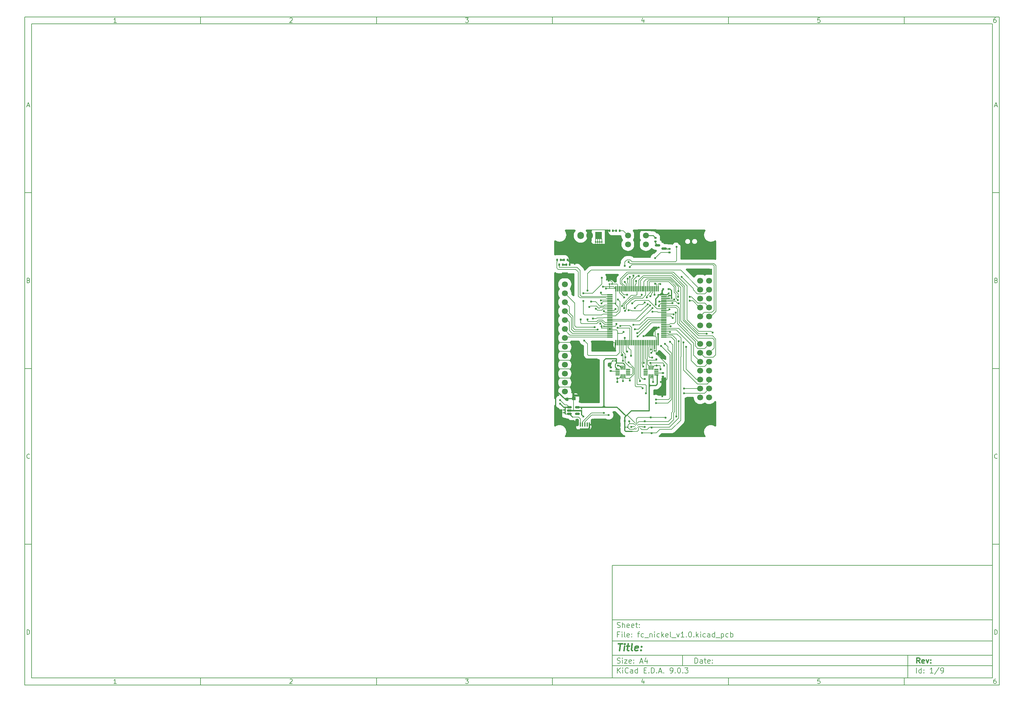
<source format=gbr>
%TF.GenerationSoftware,KiCad,Pcbnew,9.0.3*%
%TF.CreationDate,2025-07-26T10:56:30+05:30*%
%TF.ProjectId,fc_nickel_v1.0,66635f6e-6963-46b6-956c-5f76312e302e,rev?*%
%TF.SameCoordinates,Original*%
%TF.FileFunction,Copper,L1,Top*%
%TF.FilePolarity,Positive*%
%FSLAX46Y46*%
G04 Gerber Fmt 4.6, Leading zero omitted, Abs format (unit mm)*
G04 Created by KiCad (PCBNEW 9.0.3) date 2025-07-26 10:56:30*
%MOMM*%
%LPD*%
G01*
G04 APERTURE LIST*
G04 Aperture macros list*
%AMRoundRect*
0 Rectangle with rounded corners*
0 $1 Rounding radius*
0 $2 $3 $4 $5 $6 $7 $8 $9 X,Y pos of 4 corners*
0 Add a 4 corners polygon primitive as box body*
4,1,4,$2,$3,$4,$5,$6,$7,$8,$9,$2,$3,0*
0 Add four circle primitives for the rounded corners*
1,1,$1+$1,$2,$3*
1,1,$1+$1,$4,$5*
1,1,$1+$1,$6,$7*
1,1,$1+$1,$8,$9*
0 Add four rect primitives between the rounded corners*
20,1,$1+$1,$2,$3,$4,$5,0*
20,1,$1+$1,$4,$5,$6,$7,0*
20,1,$1+$1,$6,$7,$8,$9,0*
20,1,$1+$1,$8,$9,$2,$3,0*%
G04 Aperture macros list end*
%ADD10C,0.100000*%
%ADD11C,0.150000*%
%ADD12C,0.300000*%
%ADD13C,0.400000*%
%TA.AperFunction,SMDPad,CuDef*%
%ADD14R,0.500000X0.500000*%
%TD*%
%TA.AperFunction,SMDPad,CuDef*%
%ADD15RoundRect,0.075000X0.212500X0.075000X-0.212500X0.075000X-0.212500X-0.075000X0.212500X-0.075000X0*%
%TD*%
%TA.AperFunction,SMDPad,CuDef*%
%ADD16RoundRect,0.075000X-0.075000X0.212500X-0.075000X-0.212500X0.075000X-0.212500X0.075000X0.212500X0*%
%TD*%
%TA.AperFunction,ComponentPad*%
%ADD17R,1.700000X1.700000*%
%TD*%
%TA.AperFunction,ComponentPad*%
%ADD18C,1.700000*%
%TD*%
%TA.AperFunction,SMDPad,CuDef*%
%ADD19RoundRect,0.150000X0.587500X0.150000X-0.587500X0.150000X-0.587500X-0.150000X0.587500X-0.150000X0*%
%TD*%
%TA.AperFunction,SMDPad,CuDef*%
%ADD20R,0.400000X1.200000*%
%TD*%
%TA.AperFunction,ComponentPad*%
%ADD21O,1.200000X2.400000*%
%TD*%
%TA.AperFunction,ComponentPad*%
%ADD22O,1.100000X2.200000*%
%TD*%
%TA.AperFunction,SMDPad,CuDef*%
%ADD23R,3.000000X0.900000*%
%TD*%
%TA.AperFunction,SMDPad,CuDef*%
%ADD24RoundRect,0.147500X0.147500X0.172500X-0.147500X0.172500X-0.147500X-0.172500X0.147500X-0.172500X0*%
%TD*%
%TA.AperFunction,SMDPad,CuDef*%
%ADD25RoundRect,0.135000X-0.185000X0.135000X-0.185000X-0.135000X0.185000X-0.135000X0.185000X0.135000X0*%
%TD*%
%TA.AperFunction,SMDPad,CuDef*%
%ADD26RoundRect,0.045000X0.555000X0.105000X-0.555000X0.105000X-0.555000X-0.105000X0.555000X-0.105000X0*%
%TD*%
%TA.AperFunction,SMDPad,CuDef*%
%ADD27RoundRect,0.045000X0.105000X-0.555000X0.105000X0.555000X-0.105000X0.555000X-0.105000X-0.555000X0*%
%TD*%
%TA.AperFunction,SMDPad,CuDef*%
%ADD28RoundRect,0.075000X-0.212500X-0.075000X0.212500X-0.075000X0.212500X0.075000X-0.212500X0.075000X0*%
%TD*%
%TA.AperFunction,SMDPad,CuDef*%
%ADD29RoundRect,0.135000X0.135000X0.185000X-0.135000X0.185000X-0.135000X-0.185000X0.135000X-0.185000X0*%
%TD*%
%TA.AperFunction,SMDPad,CuDef*%
%ADD30RoundRect,0.135000X0.185000X-0.135000X0.185000X0.135000X-0.185000X0.135000X-0.185000X-0.135000X0*%
%TD*%
%TA.AperFunction,BGAPad,CuDef*%
%ADD31C,0.200000*%
%TD*%
%TA.AperFunction,SMDPad,CuDef*%
%ADD32RoundRect,0.147500X-0.147500X-0.172500X0.147500X-0.172500X0.147500X0.172500X-0.147500X0.172500X0*%
%TD*%
%TA.AperFunction,SMDPad,CuDef*%
%ADD33RoundRect,0.150000X-0.512500X-0.150000X0.512500X-0.150000X0.512500X0.150000X-0.512500X0.150000X0*%
%TD*%
%TA.AperFunction,SMDPad,CuDef*%
%ADD34RoundRect,0.075000X0.075000X-0.212500X0.075000X0.212500X-0.075000X0.212500X-0.075000X-0.212500X0*%
%TD*%
%TA.AperFunction,SMDPad,CuDef*%
%ADD35RoundRect,0.135000X-0.135000X-0.185000X0.135000X-0.185000X0.135000X0.185000X-0.135000X0.185000X0*%
%TD*%
%TA.AperFunction,SMDPad,CuDef*%
%ADD36RoundRect,0.045000X-0.555000X-0.105000X0.555000X-0.105000X0.555000X0.105000X-0.555000X0.105000X0*%
%TD*%
%TA.AperFunction,SMDPad,CuDef*%
%ADD37RoundRect,0.045000X-0.105000X0.555000X-0.105000X-0.555000X0.105000X-0.555000X0.105000X0.555000X0*%
%TD*%
%TA.AperFunction,SMDPad,CuDef*%
%ADD38RoundRect,0.075000X-0.725000X-0.075000X0.725000X-0.075000X0.725000X0.075000X-0.725000X0.075000X0*%
%TD*%
%TA.AperFunction,SMDPad,CuDef*%
%ADD39RoundRect,0.075000X-0.075000X-0.725000X0.075000X-0.725000X0.075000X0.725000X-0.075000X0.725000X0*%
%TD*%
%TA.AperFunction,ComponentPad*%
%ADD40R,1.905000X2.000000*%
%TD*%
%TA.AperFunction,ComponentPad*%
%ADD41O,1.905000X2.000000*%
%TD*%
%TA.AperFunction,ViaPad*%
%ADD42C,0.600000*%
%TD*%
%TA.AperFunction,Conductor*%
%ADD43C,0.600000*%
%TD*%
%TA.AperFunction,Conductor*%
%ADD44C,0.200000*%
%TD*%
%TA.AperFunction,Conductor*%
%ADD45C,0.300000*%
%TD*%
%TA.AperFunction,Conductor*%
%ADD46C,0.127000*%
%TD*%
%TA.AperFunction,Conductor*%
%ADD47C,0.400000*%
%TD*%
%TA.AperFunction,Conductor*%
%ADD48C,0.150000*%
%TD*%
%TA.AperFunction,Conductor*%
%ADD49C,0.250000*%
%TD*%
%TA.AperFunction,Conductor*%
%ADD50C,0.500000*%
%TD*%
%TA.AperFunction,Conductor*%
%ADD51C,0.050000*%
%TD*%
G04 APERTURE END LIST*
D10*
D11*
X177002200Y-166007200D02*
X285002200Y-166007200D01*
X285002200Y-198007200D01*
X177002200Y-198007200D01*
X177002200Y-166007200D01*
D10*
D11*
X10000000Y-10000000D02*
X287002200Y-10000000D01*
X287002200Y-200007200D01*
X10000000Y-200007200D01*
X10000000Y-10000000D01*
D10*
D11*
X12000000Y-12000000D02*
X285002200Y-12000000D01*
X285002200Y-198007200D01*
X12000000Y-198007200D01*
X12000000Y-12000000D01*
D10*
D11*
X60000000Y-12000000D02*
X60000000Y-10000000D01*
D10*
D11*
X110000000Y-12000000D02*
X110000000Y-10000000D01*
D10*
D11*
X160000000Y-12000000D02*
X160000000Y-10000000D01*
D10*
D11*
X210000000Y-12000000D02*
X210000000Y-10000000D01*
D10*
D11*
X260000000Y-12000000D02*
X260000000Y-10000000D01*
D10*
D11*
X36089160Y-11593604D02*
X35346303Y-11593604D01*
X35717731Y-11593604D02*
X35717731Y-10293604D01*
X35717731Y-10293604D02*
X35593922Y-10479319D01*
X35593922Y-10479319D02*
X35470112Y-10603128D01*
X35470112Y-10603128D02*
X35346303Y-10665033D01*
D10*
D11*
X85346303Y-10417414D02*
X85408207Y-10355509D01*
X85408207Y-10355509D02*
X85532017Y-10293604D01*
X85532017Y-10293604D02*
X85841541Y-10293604D01*
X85841541Y-10293604D02*
X85965350Y-10355509D01*
X85965350Y-10355509D02*
X86027255Y-10417414D01*
X86027255Y-10417414D02*
X86089160Y-10541223D01*
X86089160Y-10541223D02*
X86089160Y-10665033D01*
X86089160Y-10665033D02*
X86027255Y-10850747D01*
X86027255Y-10850747D02*
X85284398Y-11593604D01*
X85284398Y-11593604D02*
X86089160Y-11593604D01*
D10*
D11*
X135284398Y-10293604D02*
X136089160Y-10293604D01*
X136089160Y-10293604D02*
X135655826Y-10788842D01*
X135655826Y-10788842D02*
X135841541Y-10788842D01*
X135841541Y-10788842D02*
X135965350Y-10850747D01*
X135965350Y-10850747D02*
X136027255Y-10912652D01*
X136027255Y-10912652D02*
X136089160Y-11036461D01*
X136089160Y-11036461D02*
X136089160Y-11345985D01*
X136089160Y-11345985D02*
X136027255Y-11469795D01*
X136027255Y-11469795D02*
X135965350Y-11531700D01*
X135965350Y-11531700D02*
X135841541Y-11593604D01*
X135841541Y-11593604D02*
X135470112Y-11593604D01*
X135470112Y-11593604D02*
X135346303Y-11531700D01*
X135346303Y-11531700D02*
X135284398Y-11469795D01*
D10*
D11*
X185965350Y-10726938D02*
X185965350Y-11593604D01*
X185655826Y-10231700D02*
X185346303Y-11160271D01*
X185346303Y-11160271D02*
X186151064Y-11160271D01*
D10*
D11*
X236027255Y-10293604D02*
X235408207Y-10293604D01*
X235408207Y-10293604D02*
X235346303Y-10912652D01*
X235346303Y-10912652D02*
X235408207Y-10850747D01*
X235408207Y-10850747D02*
X235532017Y-10788842D01*
X235532017Y-10788842D02*
X235841541Y-10788842D01*
X235841541Y-10788842D02*
X235965350Y-10850747D01*
X235965350Y-10850747D02*
X236027255Y-10912652D01*
X236027255Y-10912652D02*
X236089160Y-11036461D01*
X236089160Y-11036461D02*
X236089160Y-11345985D01*
X236089160Y-11345985D02*
X236027255Y-11469795D01*
X236027255Y-11469795D02*
X235965350Y-11531700D01*
X235965350Y-11531700D02*
X235841541Y-11593604D01*
X235841541Y-11593604D02*
X235532017Y-11593604D01*
X235532017Y-11593604D02*
X235408207Y-11531700D01*
X235408207Y-11531700D02*
X235346303Y-11469795D01*
D10*
D11*
X285965350Y-10293604D02*
X285717731Y-10293604D01*
X285717731Y-10293604D02*
X285593922Y-10355509D01*
X285593922Y-10355509D02*
X285532017Y-10417414D01*
X285532017Y-10417414D02*
X285408207Y-10603128D01*
X285408207Y-10603128D02*
X285346303Y-10850747D01*
X285346303Y-10850747D02*
X285346303Y-11345985D01*
X285346303Y-11345985D02*
X285408207Y-11469795D01*
X285408207Y-11469795D02*
X285470112Y-11531700D01*
X285470112Y-11531700D02*
X285593922Y-11593604D01*
X285593922Y-11593604D02*
X285841541Y-11593604D01*
X285841541Y-11593604D02*
X285965350Y-11531700D01*
X285965350Y-11531700D02*
X286027255Y-11469795D01*
X286027255Y-11469795D02*
X286089160Y-11345985D01*
X286089160Y-11345985D02*
X286089160Y-11036461D01*
X286089160Y-11036461D02*
X286027255Y-10912652D01*
X286027255Y-10912652D02*
X285965350Y-10850747D01*
X285965350Y-10850747D02*
X285841541Y-10788842D01*
X285841541Y-10788842D02*
X285593922Y-10788842D01*
X285593922Y-10788842D02*
X285470112Y-10850747D01*
X285470112Y-10850747D02*
X285408207Y-10912652D01*
X285408207Y-10912652D02*
X285346303Y-11036461D01*
D10*
D11*
X60000000Y-198007200D02*
X60000000Y-200007200D01*
D10*
D11*
X110000000Y-198007200D02*
X110000000Y-200007200D01*
D10*
D11*
X160000000Y-198007200D02*
X160000000Y-200007200D01*
D10*
D11*
X210000000Y-198007200D02*
X210000000Y-200007200D01*
D10*
D11*
X260000000Y-198007200D02*
X260000000Y-200007200D01*
D10*
D11*
X36089160Y-199600804D02*
X35346303Y-199600804D01*
X35717731Y-199600804D02*
X35717731Y-198300804D01*
X35717731Y-198300804D02*
X35593922Y-198486519D01*
X35593922Y-198486519D02*
X35470112Y-198610328D01*
X35470112Y-198610328D02*
X35346303Y-198672233D01*
D10*
D11*
X85346303Y-198424614D02*
X85408207Y-198362709D01*
X85408207Y-198362709D02*
X85532017Y-198300804D01*
X85532017Y-198300804D02*
X85841541Y-198300804D01*
X85841541Y-198300804D02*
X85965350Y-198362709D01*
X85965350Y-198362709D02*
X86027255Y-198424614D01*
X86027255Y-198424614D02*
X86089160Y-198548423D01*
X86089160Y-198548423D02*
X86089160Y-198672233D01*
X86089160Y-198672233D02*
X86027255Y-198857947D01*
X86027255Y-198857947D02*
X85284398Y-199600804D01*
X85284398Y-199600804D02*
X86089160Y-199600804D01*
D10*
D11*
X135284398Y-198300804D02*
X136089160Y-198300804D01*
X136089160Y-198300804D02*
X135655826Y-198796042D01*
X135655826Y-198796042D02*
X135841541Y-198796042D01*
X135841541Y-198796042D02*
X135965350Y-198857947D01*
X135965350Y-198857947D02*
X136027255Y-198919852D01*
X136027255Y-198919852D02*
X136089160Y-199043661D01*
X136089160Y-199043661D02*
X136089160Y-199353185D01*
X136089160Y-199353185D02*
X136027255Y-199476995D01*
X136027255Y-199476995D02*
X135965350Y-199538900D01*
X135965350Y-199538900D02*
X135841541Y-199600804D01*
X135841541Y-199600804D02*
X135470112Y-199600804D01*
X135470112Y-199600804D02*
X135346303Y-199538900D01*
X135346303Y-199538900D02*
X135284398Y-199476995D01*
D10*
D11*
X185965350Y-198734138D02*
X185965350Y-199600804D01*
X185655826Y-198238900D02*
X185346303Y-199167471D01*
X185346303Y-199167471D02*
X186151064Y-199167471D01*
D10*
D11*
X236027255Y-198300804D02*
X235408207Y-198300804D01*
X235408207Y-198300804D02*
X235346303Y-198919852D01*
X235346303Y-198919852D02*
X235408207Y-198857947D01*
X235408207Y-198857947D02*
X235532017Y-198796042D01*
X235532017Y-198796042D02*
X235841541Y-198796042D01*
X235841541Y-198796042D02*
X235965350Y-198857947D01*
X235965350Y-198857947D02*
X236027255Y-198919852D01*
X236027255Y-198919852D02*
X236089160Y-199043661D01*
X236089160Y-199043661D02*
X236089160Y-199353185D01*
X236089160Y-199353185D02*
X236027255Y-199476995D01*
X236027255Y-199476995D02*
X235965350Y-199538900D01*
X235965350Y-199538900D02*
X235841541Y-199600804D01*
X235841541Y-199600804D02*
X235532017Y-199600804D01*
X235532017Y-199600804D02*
X235408207Y-199538900D01*
X235408207Y-199538900D02*
X235346303Y-199476995D01*
D10*
D11*
X285965350Y-198300804D02*
X285717731Y-198300804D01*
X285717731Y-198300804D02*
X285593922Y-198362709D01*
X285593922Y-198362709D02*
X285532017Y-198424614D01*
X285532017Y-198424614D02*
X285408207Y-198610328D01*
X285408207Y-198610328D02*
X285346303Y-198857947D01*
X285346303Y-198857947D02*
X285346303Y-199353185D01*
X285346303Y-199353185D02*
X285408207Y-199476995D01*
X285408207Y-199476995D02*
X285470112Y-199538900D01*
X285470112Y-199538900D02*
X285593922Y-199600804D01*
X285593922Y-199600804D02*
X285841541Y-199600804D01*
X285841541Y-199600804D02*
X285965350Y-199538900D01*
X285965350Y-199538900D02*
X286027255Y-199476995D01*
X286027255Y-199476995D02*
X286089160Y-199353185D01*
X286089160Y-199353185D02*
X286089160Y-199043661D01*
X286089160Y-199043661D02*
X286027255Y-198919852D01*
X286027255Y-198919852D02*
X285965350Y-198857947D01*
X285965350Y-198857947D02*
X285841541Y-198796042D01*
X285841541Y-198796042D02*
X285593922Y-198796042D01*
X285593922Y-198796042D02*
X285470112Y-198857947D01*
X285470112Y-198857947D02*
X285408207Y-198919852D01*
X285408207Y-198919852D02*
X285346303Y-199043661D01*
D10*
D11*
X10000000Y-60000000D02*
X12000000Y-60000000D01*
D10*
D11*
X10000000Y-110000000D02*
X12000000Y-110000000D01*
D10*
D11*
X10000000Y-160000000D02*
X12000000Y-160000000D01*
D10*
D11*
X10690476Y-35222176D02*
X11309523Y-35222176D01*
X10566666Y-35593604D02*
X10999999Y-34293604D01*
X10999999Y-34293604D02*
X11433333Y-35593604D01*
D10*
D11*
X11092857Y-84912652D02*
X11278571Y-84974557D01*
X11278571Y-84974557D02*
X11340476Y-85036461D01*
X11340476Y-85036461D02*
X11402380Y-85160271D01*
X11402380Y-85160271D02*
X11402380Y-85345985D01*
X11402380Y-85345985D02*
X11340476Y-85469795D01*
X11340476Y-85469795D02*
X11278571Y-85531700D01*
X11278571Y-85531700D02*
X11154761Y-85593604D01*
X11154761Y-85593604D02*
X10659523Y-85593604D01*
X10659523Y-85593604D02*
X10659523Y-84293604D01*
X10659523Y-84293604D02*
X11092857Y-84293604D01*
X11092857Y-84293604D02*
X11216666Y-84355509D01*
X11216666Y-84355509D02*
X11278571Y-84417414D01*
X11278571Y-84417414D02*
X11340476Y-84541223D01*
X11340476Y-84541223D02*
X11340476Y-84665033D01*
X11340476Y-84665033D02*
X11278571Y-84788842D01*
X11278571Y-84788842D02*
X11216666Y-84850747D01*
X11216666Y-84850747D02*
X11092857Y-84912652D01*
X11092857Y-84912652D02*
X10659523Y-84912652D01*
D10*
D11*
X11402380Y-135469795D02*
X11340476Y-135531700D01*
X11340476Y-135531700D02*
X11154761Y-135593604D01*
X11154761Y-135593604D02*
X11030952Y-135593604D01*
X11030952Y-135593604D02*
X10845238Y-135531700D01*
X10845238Y-135531700D02*
X10721428Y-135407890D01*
X10721428Y-135407890D02*
X10659523Y-135284080D01*
X10659523Y-135284080D02*
X10597619Y-135036461D01*
X10597619Y-135036461D02*
X10597619Y-134850747D01*
X10597619Y-134850747D02*
X10659523Y-134603128D01*
X10659523Y-134603128D02*
X10721428Y-134479319D01*
X10721428Y-134479319D02*
X10845238Y-134355509D01*
X10845238Y-134355509D02*
X11030952Y-134293604D01*
X11030952Y-134293604D02*
X11154761Y-134293604D01*
X11154761Y-134293604D02*
X11340476Y-134355509D01*
X11340476Y-134355509D02*
X11402380Y-134417414D01*
D10*
D11*
X10659523Y-185593604D02*
X10659523Y-184293604D01*
X10659523Y-184293604D02*
X10969047Y-184293604D01*
X10969047Y-184293604D02*
X11154761Y-184355509D01*
X11154761Y-184355509D02*
X11278571Y-184479319D01*
X11278571Y-184479319D02*
X11340476Y-184603128D01*
X11340476Y-184603128D02*
X11402380Y-184850747D01*
X11402380Y-184850747D02*
X11402380Y-185036461D01*
X11402380Y-185036461D02*
X11340476Y-185284080D01*
X11340476Y-185284080D02*
X11278571Y-185407890D01*
X11278571Y-185407890D02*
X11154761Y-185531700D01*
X11154761Y-185531700D02*
X10969047Y-185593604D01*
X10969047Y-185593604D02*
X10659523Y-185593604D01*
D10*
D11*
X287002200Y-60000000D02*
X285002200Y-60000000D01*
D10*
D11*
X287002200Y-110000000D02*
X285002200Y-110000000D01*
D10*
D11*
X287002200Y-160000000D02*
X285002200Y-160000000D01*
D10*
D11*
X285692676Y-35222176D02*
X286311723Y-35222176D01*
X285568866Y-35593604D02*
X286002199Y-34293604D01*
X286002199Y-34293604D02*
X286435533Y-35593604D01*
D10*
D11*
X286095057Y-84912652D02*
X286280771Y-84974557D01*
X286280771Y-84974557D02*
X286342676Y-85036461D01*
X286342676Y-85036461D02*
X286404580Y-85160271D01*
X286404580Y-85160271D02*
X286404580Y-85345985D01*
X286404580Y-85345985D02*
X286342676Y-85469795D01*
X286342676Y-85469795D02*
X286280771Y-85531700D01*
X286280771Y-85531700D02*
X286156961Y-85593604D01*
X286156961Y-85593604D02*
X285661723Y-85593604D01*
X285661723Y-85593604D02*
X285661723Y-84293604D01*
X285661723Y-84293604D02*
X286095057Y-84293604D01*
X286095057Y-84293604D02*
X286218866Y-84355509D01*
X286218866Y-84355509D02*
X286280771Y-84417414D01*
X286280771Y-84417414D02*
X286342676Y-84541223D01*
X286342676Y-84541223D02*
X286342676Y-84665033D01*
X286342676Y-84665033D02*
X286280771Y-84788842D01*
X286280771Y-84788842D02*
X286218866Y-84850747D01*
X286218866Y-84850747D02*
X286095057Y-84912652D01*
X286095057Y-84912652D02*
X285661723Y-84912652D01*
D10*
D11*
X286404580Y-135469795D02*
X286342676Y-135531700D01*
X286342676Y-135531700D02*
X286156961Y-135593604D01*
X286156961Y-135593604D02*
X286033152Y-135593604D01*
X286033152Y-135593604D02*
X285847438Y-135531700D01*
X285847438Y-135531700D02*
X285723628Y-135407890D01*
X285723628Y-135407890D02*
X285661723Y-135284080D01*
X285661723Y-135284080D02*
X285599819Y-135036461D01*
X285599819Y-135036461D02*
X285599819Y-134850747D01*
X285599819Y-134850747D02*
X285661723Y-134603128D01*
X285661723Y-134603128D02*
X285723628Y-134479319D01*
X285723628Y-134479319D02*
X285847438Y-134355509D01*
X285847438Y-134355509D02*
X286033152Y-134293604D01*
X286033152Y-134293604D02*
X286156961Y-134293604D01*
X286156961Y-134293604D02*
X286342676Y-134355509D01*
X286342676Y-134355509D02*
X286404580Y-134417414D01*
D10*
D11*
X285661723Y-185593604D02*
X285661723Y-184293604D01*
X285661723Y-184293604D02*
X285971247Y-184293604D01*
X285971247Y-184293604D02*
X286156961Y-184355509D01*
X286156961Y-184355509D02*
X286280771Y-184479319D01*
X286280771Y-184479319D02*
X286342676Y-184603128D01*
X286342676Y-184603128D02*
X286404580Y-184850747D01*
X286404580Y-184850747D02*
X286404580Y-185036461D01*
X286404580Y-185036461D02*
X286342676Y-185284080D01*
X286342676Y-185284080D02*
X286280771Y-185407890D01*
X286280771Y-185407890D02*
X286156961Y-185531700D01*
X286156961Y-185531700D02*
X285971247Y-185593604D01*
X285971247Y-185593604D02*
X285661723Y-185593604D01*
D10*
D11*
X200458026Y-193793328D02*
X200458026Y-192293328D01*
X200458026Y-192293328D02*
X200815169Y-192293328D01*
X200815169Y-192293328D02*
X201029455Y-192364757D01*
X201029455Y-192364757D02*
X201172312Y-192507614D01*
X201172312Y-192507614D02*
X201243741Y-192650471D01*
X201243741Y-192650471D02*
X201315169Y-192936185D01*
X201315169Y-192936185D02*
X201315169Y-193150471D01*
X201315169Y-193150471D02*
X201243741Y-193436185D01*
X201243741Y-193436185D02*
X201172312Y-193579042D01*
X201172312Y-193579042D02*
X201029455Y-193721900D01*
X201029455Y-193721900D02*
X200815169Y-193793328D01*
X200815169Y-193793328D02*
X200458026Y-193793328D01*
X202600884Y-193793328D02*
X202600884Y-193007614D01*
X202600884Y-193007614D02*
X202529455Y-192864757D01*
X202529455Y-192864757D02*
X202386598Y-192793328D01*
X202386598Y-192793328D02*
X202100884Y-192793328D01*
X202100884Y-192793328D02*
X201958026Y-192864757D01*
X202600884Y-193721900D02*
X202458026Y-193793328D01*
X202458026Y-193793328D02*
X202100884Y-193793328D01*
X202100884Y-193793328D02*
X201958026Y-193721900D01*
X201958026Y-193721900D02*
X201886598Y-193579042D01*
X201886598Y-193579042D02*
X201886598Y-193436185D01*
X201886598Y-193436185D02*
X201958026Y-193293328D01*
X201958026Y-193293328D02*
X202100884Y-193221900D01*
X202100884Y-193221900D02*
X202458026Y-193221900D01*
X202458026Y-193221900D02*
X202600884Y-193150471D01*
X203100884Y-192793328D02*
X203672312Y-192793328D01*
X203315169Y-192293328D02*
X203315169Y-193579042D01*
X203315169Y-193579042D02*
X203386598Y-193721900D01*
X203386598Y-193721900D02*
X203529455Y-193793328D01*
X203529455Y-193793328D02*
X203672312Y-193793328D01*
X204743741Y-193721900D02*
X204600884Y-193793328D01*
X204600884Y-193793328D02*
X204315170Y-193793328D01*
X204315170Y-193793328D02*
X204172312Y-193721900D01*
X204172312Y-193721900D02*
X204100884Y-193579042D01*
X204100884Y-193579042D02*
X204100884Y-193007614D01*
X204100884Y-193007614D02*
X204172312Y-192864757D01*
X204172312Y-192864757D02*
X204315170Y-192793328D01*
X204315170Y-192793328D02*
X204600884Y-192793328D01*
X204600884Y-192793328D02*
X204743741Y-192864757D01*
X204743741Y-192864757D02*
X204815170Y-193007614D01*
X204815170Y-193007614D02*
X204815170Y-193150471D01*
X204815170Y-193150471D02*
X204100884Y-193293328D01*
X205458026Y-193650471D02*
X205529455Y-193721900D01*
X205529455Y-193721900D02*
X205458026Y-193793328D01*
X205458026Y-193793328D02*
X205386598Y-193721900D01*
X205386598Y-193721900D02*
X205458026Y-193650471D01*
X205458026Y-193650471D02*
X205458026Y-193793328D01*
X205458026Y-192864757D02*
X205529455Y-192936185D01*
X205529455Y-192936185D02*
X205458026Y-193007614D01*
X205458026Y-193007614D02*
X205386598Y-192936185D01*
X205386598Y-192936185D02*
X205458026Y-192864757D01*
X205458026Y-192864757D02*
X205458026Y-193007614D01*
D10*
D11*
X177002200Y-194507200D02*
X285002200Y-194507200D01*
D10*
D11*
X178458026Y-196593328D02*
X178458026Y-195093328D01*
X179315169Y-196593328D02*
X178672312Y-195736185D01*
X179315169Y-195093328D02*
X178458026Y-195950471D01*
X179958026Y-196593328D02*
X179958026Y-195593328D01*
X179958026Y-195093328D02*
X179886598Y-195164757D01*
X179886598Y-195164757D02*
X179958026Y-195236185D01*
X179958026Y-195236185D02*
X180029455Y-195164757D01*
X180029455Y-195164757D02*
X179958026Y-195093328D01*
X179958026Y-195093328D02*
X179958026Y-195236185D01*
X181529455Y-196450471D02*
X181458027Y-196521900D01*
X181458027Y-196521900D02*
X181243741Y-196593328D01*
X181243741Y-196593328D02*
X181100884Y-196593328D01*
X181100884Y-196593328D02*
X180886598Y-196521900D01*
X180886598Y-196521900D02*
X180743741Y-196379042D01*
X180743741Y-196379042D02*
X180672312Y-196236185D01*
X180672312Y-196236185D02*
X180600884Y-195950471D01*
X180600884Y-195950471D02*
X180600884Y-195736185D01*
X180600884Y-195736185D02*
X180672312Y-195450471D01*
X180672312Y-195450471D02*
X180743741Y-195307614D01*
X180743741Y-195307614D02*
X180886598Y-195164757D01*
X180886598Y-195164757D02*
X181100884Y-195093328D01*
X181100884Y-195093328D02*
X181243741Y-195093328D01*
X181243741Y-195093328D02*
X181458027Y-195164757D01*
X181458027Y-195164757D02*
X181529455Y-195236185D01*
X182815170Y-196593328D02*
X182815170Y-195807614D01*
X182815170Y-195807614D02*
X182743741Y-195664757D01*
X182743741Y-195664757D02*
X182600884Y-195593328D01*
X182600884Y-195593328D02*
X182315170Y-195593328D01*
X182315170Y-195593328D02*
X182172312Y-195664757D01*
X182815170Y-196521900D02*
X182672312Y-196593328D01*
X182672312Y-196593328D02*
X182315170Y-196593328D01*
X182315170Y-196593328D02*
X182172312Y-196521900D01*
X182172312Y-196521900D02*
X182100884Y-196379042D01*
X182100884Y-196379042D02*
X182100884Y-196236185D01*
X182100884Y-196236185D02*
X182172312Y-196093328D01*
X182172312Y-196093328D02*
X182315170Y-196021900D01*
X182315170Y-196021900D02*
X182672312Y-196021900D01*
X182672312Y-196021900D02*
X182815170Y-195950471D01*
X184172313Y-196593328D02*
X184172313Y-195093328D01*
X184172313Y-196521900D02*
X184029455Y-196593328D01*
X184029455Y-196593328D02*
X183743741Y-196593328D01*
X183743741Y-196593328D02*
X183600884Y-196521900D01*
X183600884Y-196521900D02*
X183529455Y-196450471D01*
X183529455Y-196450471D02*
X183458027Y-196307614D01*
X183458027Y-196307614D02*
X183458027Y-195879042D01*
X183458027Y-195879042D02*
X183529455Y-195736185D01*
X183529455Y-195736185D02*
X183600884Y-195664757D01*
X183600884Y-195664757D02*
X183743741Y-195593328D01*
X183743741Y-195593328D02*
X184029455Y-195593328D01*
X184029455Y-195593328D02*
X184172313Y-195664757D01*
X186029455Y-195807614D02*
X186529455Y-195807614D01*
X186743741Y-196593328D02*
X186029455Y-196593328D01*
X186029455Y-196593328D02*
X186029455Y-195093328D01*
X186029455Y-195093328D02*
X186743741Y-195093328D01*
X187386598Y-196450471D02*
X187458027Y-196521900D01*
X187458027Y-196521900D02*
X187386598Y-196593328D01*
X187386598Y-196593328D02*
X187315170Y-196521900D01*
X187315170Y-196521900D02*
X187386598Y-196450471D01*
X187386598Y-196450471D02*
X187386598Y-196593328D01*
X188100884Y-196593328D02*
X188100884Y-195093328D01*
X188100884Y-195093328D02*
X188458027Y-195093328D01*
X188458027Y-195093328D02*
X188672313Y-195164757D01*
X188672313Y-195164757D02*
X188815170Y-195307614D01*
X188815170Y-195307614D02*
X188886599Y-195450471D01*
X188886599Y-195450471D02*
X188958027Y-195736185D01*
X188958027Y-195736185D02*
X188958027Y-195950471D01*
X188958027Y-195950471D02*
X188886599Y-196236185D01*
X188886599Y-196236185D02*
X188815170Y-196379042D01*
X188815170Y-196379042D02*
X188672313Y-196521900D01*
X188672313Y-196521900D02*
X188458027Y-196593328D01*
X188458027Y-196593328D02*
X188100884Y-196593328D01*
X189600884Y-196450471D02*
X189672313Y-196521900D01*
X189672313Y-196521900D02*
X189600884Y-196593328D01*
X189600884Y-196593328D02*
X189529456Y-196521900D01*
X189529456Y-196521900D02*
X189600884Y-196450471D01*
X189600884Y-196450471D02*
X189600884Y-196593328D01*
X190243742Y-196164757D02*
X190958028Y-196164757D01*
X190100885Y-196593328D02*
X190600885Y-195093328D01*
X190600885Y-195093328D02*
X191100885Y-196593328D01*
X191600884Y-196450471D02*
X191672313Y-196521900D01*
X191672313Y-196521900D02*
X191600884Y-196593328D01*
X191600884Y-196593328D02*
X191529456Y-196521900D01*
X191529456Y-196521900D02*
X191600884Y-196450471D01*
X191600884Y-196450471D02*
X191600884Y-196593328D01*
X193529456Y-196593328D02*
X193815170Y-196593328D01*
X193815170Y-196593328D02*
X193958027Y-196521900D01*
X193958027Y-196521900D02*
X194029456Y-196450471D01*
X194029456Y-196450471D02*
X194172313Y-196236185D01*
X194172313Y-196236185D02*
X194243742Y-195950471D01*
X194243742Y-195950471D02*
X194243742Y-195379042D01*
X194243742Y-195379042D02*
X194172313Y-195236185D01*
X194172313Y-195236185D02*
X194100885Y-195164757D01*
X194100885Y-195164757D02*
X193958027Y-195093328D01*
X193958027Y-195093328D02*
X193672313Y-195093328D01*
X193672313Y-195093328D02*
X193529456Y-195164757D01*
X193529456Y-195164757D02*
X193458027Y-195236185D01*
X193458027Y-195236185D02*
X193386599Y-195379042D01*
X193386599Y-195379042D02*
X193386599Y-195736185D01*
X193386599Y-195736185D02*
X193458027Y-195879042D01*
X193458027Y-195879042D02*
X193529456Y-195950471D01*
X193529456Y-195950471D02*
X193672313Y-196021900D01*
X193672313Y-196021900D02*
X193958027Y-196021900D01*
X193958027Y-196021900D02*
X194100885Y-195950471D01*
X194100885Y-195950471D02*
X194172313Y-195879042D01*
X194172313Y-195879042D02*
X194243742Y-195736185D01*
X194886598Y-196450471D02*
X194958027Y-196521900D01*
X194958027Y-196521900D02*
X194886598Y-196593328D01*
X194886598Y-196593328D02*
X194815170Y-196521900D01*
X194815170Y-196521900D02*
X194886598Y-196450471D01*
X194886598Y-196450471D02*
X194886598Y-196593328D01*
X195886599Y-195093328D02*
X196029456Y-195093328D01*
X196029456Y-195093328D02*
X196172313Y-195164757D01*
X196172313Y-195164757D02*
X196243742Y-195236185D01*
X196243742Y-195236185D02*
X196315170Y-195379042D01*
X196315170Y-195379042D02*
X196386599Y-195664757D01*
X196386599Y-195664757D02*
X196386599Y-196021900D01*
X196386599Y-196021900D02*
X196315170Y-196307614D01*
X196315170Y-196307614D02*
X196243742Y-196450471D01*
X196243742Y-196450471D02*
X196172313Y-196521900D01*
X196172313Y-196521900D02*
X196029456Y-196593328D01*
X196029456Y-196593328D02*
X195886599Y-196593328D01*
X195886599Y-196593328D02*
X195743742Y-196521900D01*
X195743742Y-196521900D02*
X195672313Y-196450471D01*
X195672313Y-196450471D02*
X195600884Y-196307614D01*
X195600884Y-196307614D02*
X195529456Y-196021900D01*
X195529456Y-196021900D02*
X195529456Y-195664757D01*
X195529456Y-195664757D02*
X195600884Y-195379042D01*
X195600884Y-195379042D02*
X195672313Y-195236185D01*
X195672313Y-195236185D02*
X195743742Y-195164757D01*
X195743742Y-195164757D02*
X195886599Y-195093328D01*
X197029455Y-196450471D02*
X197100884Y-196521900D01*
X197100884Y-196521900D02*
X197029455Y-196593328D01*
X197029455Y-196593328D02*
X196958027Y-196521900D01*
X196958027Y-196521900D02*
X197029455Y-196450471D01*
X197029455Y-196450471D02*
X197029455Y-196593328D01*
X197600884Y-195093328D02*
X198529456Y-195093328D01*
X198529456Y-195093328D02*
X198029456Y-195664757D01*
X198029456Y-195664757D02*
X198243741Y-195664757D01*
X198243741Y-195664757D02*
X198386599Y-195736185D01*
X198386599Y-195736185D02*
X198458027Y-195807614D01*
X198458027Y-195807614D02*
X198529456Y-195950471D01*
X198529456Y-195950471D02*
X198529456Y-196307614D01*
X198529456Y-196307614D02*
X198458027Y-196450471D01*
X198458027Y-196450471D02*
X198386599Y-196521900D01*
X198386599Y-196521900D02*
X198243741Y-196593328D01*
X198243741Y-196593328D02*
X197815170Y-196593328D01*
X197815170Y-196593328D02*
X197672313Y-196521900D01*
X197672313Y-196521900D02*
X197600884Y-196450471D01*
D10*
D11*
X177002200Y-191507200D02*
X285002200Y-191507200D01*
D10*
D12*
X264413853Y-193785528D02*
X263913853Y-193071242D01*
X263556710Y-193785528D02*
X263556710Y-192285528D01*
X263556710Y-192285528D02*
X264128139Y-192285528D01*
X264128139Y-192285528D02*
X264270996Y-192356957D01*
X264270996Y-192356957D02*
X264342425Y-192428385D01*
X264342425Y-192428385D02*
X264413853Y-192571242D01*
X264413853Y-192571242D02*
X264413853Y-192785528D01*
X264413853Y-192785528D02*
X264342425Y-192928385D01*
X264342425Y-192928385D02*
X264270996Y-192999814D01*
X264270996Y-192999814D02*
X264128139Y-193071242D01*
X264128139Y-193071242D02*
X263556710Y-193071242D01*
X265628139Y-193714100D02*
X265485282Y-193785528D01*
X265485282Y-193785528D02*
X265199568Y-193785528D01*
X265199568Y-193785528D02*
X265056710Y-193714100D01*
X265056710Y-193714100D02*
X264985282Y-193571242D01*
X264985282Y-193571242D02*
X264985282Y-192999814D01*
X264985282Y-192999814D02*
X265056710Y-192856957D01*
X265056710Y-192856957D02*
X265199568Y-192785528D01*
X265199568Y-192785528D02*
X265485282Y-192785528D01*
X265485282Y-192785528D02*
X265628139Y-192856957D01*
X265628139Y-192856957D02*
X265699568Y-192999814D01*
X265699568Y-192999814D02*
X265699568Y-193142671D01*
X265699568Y-193142671D02*
X264985282Y-193285528D01*
X266199567Y-192785528D02*
X266556710Y-193785528D01*
X266556710Y-193785528D02*
X266913853Y-192785528D01*
X267485281Y-193642671D02*
X267556710Y-193714100D01*
X267556710Y-193714100D02*
X267485281Y-193785528D01*
X267485281Y-193785528D02*
X267413853Y-193714100D01*
X267413853Y-193714100D02*
X267485281Y-193642671D01*
X267485281Y-193642671D02*
X267485281Y-193785528D01*
X267485281Y-192856957D02*
X267556710Y-192928385D01*
X267556710Y-192928385D02*
X267485281Y-192999814D01*
X267485281Y-192999814D02*
X267413853Y-192928385D01*
X267413853Y-192928385D02*
X267485281Y-192856957D01*
X267485281Y-192856957D02*
X267485281Y-192999814D01*
D10*
D11*
X178386598Y-193721900D02*
X178600884Y-193793328D01*
X178600884Y-193793328D02*
X178958026Y-193793328D01*
X178958026Y-193793328D02*
X179100884Y-193721900D01*
X179100884Y-193721900D02*
X179172312Y-193650471D01*
X179172312Y-193650471D02*
X179243741Y-193507614D01*
X179243741Y-193507614D02*
X179243741Y-193364757D01*
X179243741Y-193364757D02*
X179172312Y-193221900D01*
X179172312Y-193221900D02*
X179100884Y-193150471D01*
X179100884Y-193150471D02*
X178958026Y-193079042D01*
X178958026Y-193079042D02*
X178672312Y-193007614D01*
X178672312Y-193007614D02*
X178529455Y-192936185D01*
X178529455Y-192936185D02*
X178458026Y-192864757D01*
X178458026Y-192864757D02*
X178386598Y-192721900D01*
X178386598Y-192721900D02*
X178386598Y-192579042D01*
X178386598Y-192579042D02*
X178458026Y-192436185D01*
X178458026Y-192436185D02*
X178529455Y-192364757D01*
X178529455Y-192364757D02*
X178672312Y-192293328D01*
X178672312Y-192293328D02*
X179029455Y-192293328D01*
X179029455Y-192293328D02*
X179243741Y-192364757D01*
X179886597Y-193793328D02*
X179886597Y-192793328D01*
X179886597Y-192293328D02*
X179815169Y-192364757D01*
X179815169Y-192364757D02*
X179886597Y-192436185D01*
X179886597Y-192436185D02*
X179958026Y-192364757D01*
X179958026Y-192364757D02*
X179886597Y-192293328D01*
X179886597Y-192293328D02*
X179886597Y-192436185D01*
X180458026Y-192793328D02*
X181243741Y-192793328D01*
X181243741Y-192793328D02*
X180458026Y-193793328D01*
X180458026Y-193793328D02*
X181243741Y-193793328D01*
X182386598Y-193721900D02*
X182243741Y-193793328D01*
X182243741Y-193793328D02*
X181958027Y-193793328D01*
X181958027Y-193793328D02*
X181815169Y-193721900D01*
X181815169Y-193721900D02*
X181743741Y-193579042D01*
X181743741Y-193579042D02*
X181743741Y-193007614D01*
X181743741Y-193007614D02*
X181815169Y-192864757D01*
X181815169Y-192864757D02*
X181958027Y-192793328D01*
X181958027Y-192793328D02*
X182243741Y-192793328D01*
X182243741Y-192793328D02*
X182386598Y-192864757D01*
X182386598Y-192864757D02*
X182458027Y-193007614D01*
X182458027Y-193007614D02*
X182458027Y-193150471D01*
X182458027Y-193150471D02*
X181743741Y-193293328D01*
X183100883Y-193650471D02*
X183172312Y-193721900D01*
X183172312Y-193721900D02*
X183100883Y-193793328D01*
X183100883Y-193793328D02*
X183029455Y-193721900D01*
X183029455Y-193721900D02*
X183100883Y-193650471D01*
X183100883Y-193650471D02*
X183100883Y-193793328D01*
X183100883Y-192864757D02*
X183172312Y-192936185D01*
X183172312Y-192936185D02*
X183100883Y-193007614D01*
X183100883Y-193007614D02*
X183029455Y-192936185D01*
X183029455Y-192936185D02*
X183100883Y-192864757D01*
X183100883Y-192864757D02*
X183100883Y-193007614D01*
X184886598Y-193364757D02*
X185600884Y-193364757D01*
X184743741Y-193793328D02*
X185243741Y-192293328D01*
X185243741Y-192293328D02*
X185743741Y-193793328D01*
X186886598Y-192793328D02*
X186886598Y-193793328D01*
X186529455Y-192221900D02*
X186172312Y-193293328D01*
X186172312Y-193293328D02*
X187100883Y-193293328D01*
D10*
D11*
X263458026Y-196593328D02*
X263458026Y-195093328D01*
X264815170Y-196593328D02*
X264815170Y-195093328D01*
X264815170Y-196521900D02*
X264672312Y-196593328D01*
X264672312Y-196593328D02*
X264386598Y-196593328D01*
X264386598Y-196593328D02*
X264243741Y-196521900D01*
X264243741Y-196521900D02*
X264172312Y-196450471D01*
X264172312Y-196450471D02*
X264100884Y-196307614D01*
X264100884Y-196307614D02*
X264100884Y-195879042D01*
X264100884Y-195879042D02*
X264172312Y-195736185D01*
X264172312Y-195736185D02*
X264243741Y-195664757D01*
X264243741Y-195664757D02*
X264386598Y-195593328D01*
X264386598Y-195593328D02*
X264672312Y-195593328D01*
X264672312Y-195593328D02*
X264815170Y-195664757D01*
X265529455Y-196450471D02*
X265600884Y-196521900D01*
X265600884Y-196521900D02*
X265529455Y-196593328D01*
X265529455Y-196593328D02*
X265458027Y-196521900D01*
X265458027Y-196521900D02*
X265529455Y-196450471D01*
X265529455Y-196450471D02*
X265529455Y-196593328D01*
X265529455Y-195664757D02*
X265600884Y-195736185D01*
X265600884Y-195736185D02*
X265529455Y-195807614D01*
X265529455Y-195807614D02*
X265458027Y-195736185D01*
X265458027Y-195736185D02*
X265529455Y-195664757D01*
X265529455Y-195664757D02*
X265529455Y-195807614D01*
X268172313Y-196593328D02*
X267315170Y-196593328D01*
X267743741Y-196593328D02*
X267743741Y-195093328D01*
X267743741Y-195093328D02*
X267600884Y-195307614D01*
X267600884Y-195307614D02*
X267458027Y-195450471D01*
X267458027Y-195450471D02*
X267315170Y-195521900D01*
X269886598Y-195021900D02*
X268600884Y-196950471D01*
X270458027Y-196593328D02*
X270743741Y-196593328D01*
X270743741Y-196593328D02*
X270886598Y-196521900D01*
X270886598Y-196521900D02*
X270958027Y-196450471D01*
X270958027Y-196450471D02*
X271100884Y-196236185D01*
X271100884Y-196236185D02*
X271172313Y-195950471D01*
X271172313Y-195950471D02*
X271172313Y-195379042D01*
X271172313Y-195379042D02*
X271100884Y-195236185D01*
X271100884Y-195236185D02*
X271029456Y-195164757D01*
X271029456Y-195164757D02*
X270886598Y-195093328D01*
X270886598Y-195093328D02*
X270600884Y-195093328D01*
X270600884Y-195093328D02*
X270458027Y-195164757D01*
X270458027Y-195164757D02*
X270386598Y-195236185D01*
X270386598Y-195236185D02*
X270315170Y-195379042D01*
X270315170Y-195379042D02*
X270315170Y-195736185D01*
X270315170Y-195736185D02*
X270386598Y-195879042D01*
X270386598Y-195879042D02*
X270458027Y-195950471D01*
X270458027Y-195950471D02*
X270600884Y-196021900D01*
X270600884Y-196021900D02*
X270886598Y-196021900D01*
X270886598Y-196021900D02*
X271029456Y-195950471D01*
X271029456Y-195950471D02*
X271100884Y-195879042D01*
X271100884Y-195879042D02*
X271172313Y-195736185D01*
D10*
D11*
X177002200Y-187507200D02*
X285002200Y-187507200D01*
D10*
D13*
X178693928Y-188211638D02*
X179836785Y-188211638D01*
X179015357Y-190211638D02*
X179265357Y-188211638D01*
X180253452Y-190211638D02*
X180420119Y-188878304D01*
X180503452Y-188211638D02*
X180396309Y-188306876D01*
X180396309Y-188306876D02*
X180479643Y-188402114D01*
X180479643Y-188402114D02*
X180586786Y-188306876D01*
X180586786Y-188306876D02*
X180503452Y-188211638D01*
X180503452Y-188211638D02*
X180479643Y-188402114D01*
X181086786Y-188878304D02*
X181848690Y-188878304D01*
X181455833Y-188211638D02*
X181241548Y-189925923D01*
X181241548Y-189925923D02*
X181312976Y-190116400D01*
X181312976Y-190116400D02*
X181491548Y-190211638D01*
X181491548Y-190211638D02*
X181682024Y-190211638D01*
X182634405Y-190211638D02*
X182455833Y-190116400D01*
X182455833Y-190116400D02*
X182384405Y-189925923D01*
X182384405Y-189925923D02*
X182598690Y-188211638D01*
X184170119Y-190116400D02*
X183967738Y-190211638D01*
X183967738Y-190211638D02*
X183586785Y-190211638D01*
X183586785Y-190211638D02*
X183408214Y-190116400D01*
X183408214Y-190116400D02*
X183336785Y-189925923D01*
X183336785Y-189925923D02*
X183432024Y-189164019D01*
X183432024Y-189164019D02*
X183551071Y-188973542D01*
X183551071Y-188973542D02*
X183753452Y-188878304D01*
X183753452Y-188878304D02*
X184134404Y-188878304D01*
X184134404Y-188878304D02*
X184312976Y-188973542D01*
X184312976Y-188973542D02*
X184384404Y-189164019D01*
X184384404Y-189164019D02*
X184360595Y-189354495D01*
X184360595Y-189354495D02*
X183384404Y-189544971D01*
X185134405Y-190021161D02*
X185217738Y-190116400D01*
X185217738Y-190116400D02*
X185110595Y-190211638D01*
X185110595Y-190211638D02*
X185027262Y-190116400D01*
X185027262Y-190116400D02*
X185134405Y-190021161D01*
X185134405Y-190021161D02*
X185110595Y-190211638D01*
X185265357Y-188973542D02*
X185348690Y-189068780D01*
X185348690Y-189068780D02*
X185241548Y-189164019D01*
X185241548Y-189164019D02*
X185158214Y-189068780D01*
X185158214Y-189068780D02*
X185265357Y-188973542D01*
X185265357Y-188973542D02*
X185241548Y-189164019D01*
D10*
D11*
X178958026Y-185607614D02*
X178458026Y-185607614D01*
X178458026Y-186393328D02*
X178458026Y-184893328D01*
X178458026Y-184893328D02*
X179172312Y-184893328D01*
X179743740Y-186393328D02*
X179743740Y-185393328D01*
X179743740Y-184893328D02*
X179672312Y-184964757D01*
X179672312Y-184964757D02*
X179743740Y-185036185D01*
X179743740Y-185036185D02*
X179815169Y-184964757D01*
X179815169Y-184964757D02*
X179743740Y-184893328D01*
X179743740Y-184893328D02*
X179743740Y-185036185D01*
X180672312Y-186393328D02*
X180529455Y-186321900D01*
X180529455Y-186321900D02*
X180458026Y-186179042D01*
X180458026Y-186179042D02*
X180458026Y-184893328D01*
X181815169Y-186321900D02*
X181672312Y-186393328D01*
X181672312Y-186393328D02*
X181386598Y-186393328D01*
X181386598Y-186393328D02*
X181243740Y-186321900D01*
X181243740Y-186321900D02*
X181172312Y-186179042D01*
X181172312Y-186179042D02*
X181172312Y-185607614D01*
X181172312Y-185607614D02*
X181243740Y-185464757D01*
X181243740Y-185464757D02*
X181386598Y-185393328D01*
X181386598Y-185393328D02*
X181672312Y-185393328D01*
X181672312Y-185393328D02*
X181815169Y-185464757D01*
X181815169Y-185464757D02*
X181886598Y-185607614D01*
X181886598Y-185607614D02*
X181886598Y-185750471D01*
X181886598Y-185750471D02*
X181172312Y-185893328D01*
X182529454Y-186250471D02*
X182600883Y-186321900D01*
X182600883Y-186321900D02*
X182529454Y-186393328D01*
X182529454Y-186393328D02*
X182458026Y-186321900D01*
X182458026Y-186321900D02*
X182529454Y-186250471D01*
X182529454Y-186250471D02*
X182529454Y-186393328D01*
X182529454Y-185464757D02*
X182600883Y-185536185D01*
X182600883Y-185536185D02*
X182529454Y-185607614D01*
X182529454Y-185607614D02*
X182458026Y-185536185D01*
X182458026Y-185536185D02*
X182529454Y-185464757D01*
X182529454Y-185464757D02*
X182529454Y-185607614D01*
X184172312Y-185393328D02*
X184743740Y-185393328D01*
X184386597Y-186393328D02*
X184386597Y-185107614D01*
X184386597Y-185107614D02*
X184458026Y-184964757D01*
X184458026Y-184964757D02*
X184600883Y-184893328D01*
X184600883Y-184893328D02*
X184743740Y-184893328D01*
X185886598Y-186321900D02*
X185743740Y-186393328D01*
X185743740Y-186393328D02*
X185458026Y-186393328D01*
X185458026Y-186393328D02*
X185315169Y-186321900D01*
X185315169Y-186321900D02*
X185243740Y-186250471D01*
X185243740Y-186250471D02*
X185172312Y-186107614D01*
X185172312Y-186107614D02*
X185172312Y-185679042D01*
X185172312Y-185679042D02*
X185243740Y-185536185D01*
X185243740Y-185536185D02*
X185315169Y-185464757D01*
X185315169Y-185464757D02*
X185458026Y-185393328D01*
X185458026Y-185393328D02*
X185743740Y-185393328D01*
X185743740Y-185393328D02*
X185886598Y-185464757D01*
X186172312Y-186536185D02*
X187315169Y-186536185D01*
X187672311Y-185393328D02*
X187672311Y-186393328D01*
X187672311Y-185536185D02*
X187743740Y-185464757D01*
X187743740Y-185464757D02*
X187886597Y-185393328D01*
X187886597Y-185393328D02*
X188100883Y-185393328D01*
X188100883Y-185393328D02*
X188243740Y-185464757D01*
X188243740Y-185464757D02*
X188315169Y-185607614D01*
X188315169Y-185607614D02*
X188315169Y-186393328D01*
X189029454Y-186393328D02*
X189029454Y-185393328D01*
X189029454Y-184893328D02*
X188958026Y-184964757D01*
X188958026Y-184964757D02*
X189029454Y-185036185D01*
X189029454Y-185036185D02*
X189100883Y-184964757D01*
X189100883Y-184964757D02*
X189029454Y-184893328D01*
X189029454Y-184893328D02*
X189029454Y-185036185D01*
X190386598Y-186321900D02*
X190243740Y-186393328D01*
X190243740Y-186393328D02*
X189958026Y-186393328D01*
X189958026Y-186393328D02*
X189815169Y-186321900D01*
X189815169Y-186321900D02*
X189743740Y-186250471D01*
X189743740Y-186250471D02*
X189672312Y-186107614D01*
X189672312Y-186107614D02*
X189672312Y-185679042D01*
X189672312Y-185679042D02*
X189743740Y-185536185D01*
X189743740Y-185536185D02*
X189815169Y-185464757D01*
X189815169Y-185464757D02*
X189958026Y-185393328D01*
X189958026Y-185393328D02*
X190243740Y-185393328D01*
X190243740Y-185393328D02*
X190386598Y-185464757D01*
X191029454Y-186393328D02*
X191029454Y-184893328D01*
X191172312Y-185821900D02*
X191600883Y-186393328D01*
X191600883Y-185393328D02*
X191029454Y-185964757D01*
X192815169Y-186321900D02*
X192672312Y-186393328D01*
X192672312Y-186393328D02*
X192386598Y-186393328D01*
X192386598Y-186393328D02*
X192243740Y-186321900D01*
X192243740Y-186321900D02*
X192172312Y-186179042D01*
X192172312Y-186179042D02*
X192172312Y-185607614D01*
X192172312Y-185607614D02*
X192243740Y-185464757D01*
X192243740Y-185464757D02*
X192386598Y-185393328D01*
X192386598Y-185393328D02*
X192672312Y-185393328D01*
X192672312Y-185393328D02*
X192815169Y-185464757D01*
X192815169Y-185464757D02*
X192886598Y-185607614D01*
X192886598Y-185607614D02*
X192886598Y-185750471D01*
X192886598Y-185750471D02*
X192172312Y-185893328D01*
X193743740Y-186393328D02*
X193600883Y-186321900D01*
X193600883Y-186321900D02*
X193529454Y-186179042D01*
X193529454Y-186179042D02*
X193529454Y-184893328D01*
X193958026Y-186536185D02*
X195100883Y-186536185D01*
X195315168Y-185393328D02*
X195672311Y-186393328D01*
X195672311Y-186393328D02*
X196029454Y-185393328D01*
X197386597Y-186393328D02*
X196529454Y-186393328D01*
X196958025Y-186393328D02*
X196958025Y-184893328D01*
X196958025Y-184893328D02*
X196815168Y-185107614D01*
X196815168Y-185107614D02*
X196672311Y-185250471D01*
X196672311Y-185250471D02*
X196529454Y-185321900D01*
X198029453Y-186250471D02*
X198100882Y-186321900D01*
X198100882Y-186321900D02*
X198029453Y-186393328D01*
X198029453Y-186393328D02*
X197958025Y-186321900D01*
X197958025Y-186321900D02*
X198029453Y-186250471D01*
X198029453Y-186250471D02*
X198029453Y-186393328D01*
X199029454Y-184893328D02*
X199172311Y-184893328D01*
X199172311Y-184893328D02*
X199315168Y-184964757D01*
X199315168Y-184964757D02*
X199386597Y-185036185D01*
X199386597Y-185036185D02*
X199458025Y-185179042D01*
X199458025Y-185179042D02*
X199529454Y-185464757D01*
X199529454Y-185464757D02*
X199529454Y-185821900D01*
X199529454Y-185821900D02*
X199458025Y-186107614D01*
X199458025Y-186107614D02*
X199386597Y-186250471D01*
X199386597Y-186250471D02*
X199315168Y-186321900D01*
X199315168Y-186321900D02*
X199172311Y-186393328D01*
X199172311Y-186393328D02*
X199029454Y-186393328D01*
X199029454Y-186393328D02*
X198886597Y-186321900D01*
X198886597Y-186321900D02*
X198815168Y-186250471D01*
X198815168Y-186250471D02*
X198743739Y-186107614D01*
X198743739Y-186107614D02*
X198672311Y-185821900D01*
X198672311Y-185821900D02*
X198672311Y-185464757D01*
X198672311Y-185464757D02*
X198743739Y-185179042D01*
X198743739Y-185179042D02*
X198815168Y-185036185D01*
X198815168Y-185036185D02*
X198886597Y-184964757D01*
X198886597Y-184964757D02*
X199029454Y-184893328D01*
X200172310Y-186250471D02*
X200243739Y-186321900D01*
X200243739Y-186321900D02*
X200172310Y-186393328D01*
X200172310Y-186393328D02*
X200100882Y-186321900D01*
X200100882Y-186321900D02*
X200172310Y-186250471D01*
X200172310Y-186250471D02*
X200172310Y-186393328D01*
X200886596Y-186393328D02*
X200886596Y-184893328D01*
X201029454Y-185821900D02*
X201458025Y-186393328D01*
X201458025Y-185393328D02*
X200886596Y-185964757D01*
X202100882Y-186393328D02*
X202100882Y-185393328D01*
X202100882Y-184893328D02*
X202029454Y-184964757D01*
X202029454Y-184964757D02*
X202100882Y-185036185D01*
X202100882Y-185036185D02*
X202172311Y-184964757D01*
X202172311Y-184964757D02*
X202100882Y-184893328D01*
X202100882Y-184893328D02*
X202100882Y-185036185D01*
X203458026Y-186321900D02*
X203315168Y-186393328D01*
X203315168Y-186393328D02*
X203029454Y-186393328D01*
X203029454Y-186393328D02*
X202886597Y-186321900D01*
X202886597Y-186321900D02*
X202815168Y-186250471D01*
X202815168Y-186250471D02*
X202743740Y-186107614D01*
X202743740Y-186107614D02*
X202743740Y-185679042D01*
X202743740Y-185679042D02*
X202815168Y-185536185D01*
X202815168Y-185536185D02*
X202886597Y-185464757D01*
X202886597Y-185464757D02*
X203029454Y-185393328D01*
X203029454Y-185393328D02*
X203315168Y-185393328D01*
X203315168Y-185393328D02*
X203458026Y-185464757D01*
X204743740Y-186393328D02*
X204743740Y-185607614D01*
X204743740Y-185607614D02*
X204672311Y-185464757D01*
X204672311Y-185464757D02*
X204529454Y-185393328D01*
X204529454Y-185393328D02*
X204243740Y-185393328D01*
X204243740Y-185393328D02*
X204100882Y-185464757D01*
X204743740Y-186321900D02*
X204600882Y-186393328D01*
X204600882Y-186393328D02*
X204243740Y-186393328D01*
X204243740Y-186393328D02*
X204100882Y-186321900D01*
X204100882Y-186321900D02*
X204029454Y-186179042D01*
X204029454Y-186179042D02*
X204029454Y-186036185D01*
X204029454Y-186036185D02*
X204100882Y-185893328D01*
X204100882Y-185893328D02*
X204243740Y-185821900D01*
X204243740Y-185821900D02*
X204600882Y-185821900D01*
X204600882Y-185821900D02*
X204743740Y-185750471D01*
X206100883Y-186393328D02*
X206100883Y-184893328D01*
X206100883Y-186321900D02*
X205958025Y-186393328D01*
X205958025Y-186393328D02*
X205672311Y-186393328D01*
X205672311Y-186393328D02*
X205529454Y-186321900D01*
X205529454Y-186321900D02*
X205458025Y-186250471D01*
X205458025Y-186250471D02*
X205386597Y-186107614D01*
X205386597Y-186107614D02*
X205386597Y-185679042D01*
X205386597Y-185679042D02*
X205458025Y-185536185D01*
X205458025Y-185536185D02*
X205529454Y-185464757D01*
X205529454Y-185464757D02*
X205672311Y-185393328D01*
X205672311Y-185393328D02*
X205958025Y-185393328D01*
X205958025Y-185393328D02*
X206100883Y-185464757D01*
X206458026Y-186536185D02*
X207600883Y-186536185D01*
X207958025Y-185393328D02*
X207958025Y-186893328D01*
X207958025Y-185464757D02*
X208100883Y-185393328D01*
X208100883Y-185393328D02*
X208386597Y-185393328D01*
X208386597Y-185393328D02*
X208529454Y-185464757D01*
X208529454Y-185464757D02*
X208600883Y-185536185D01*
X208600883Y-185536185D02*
X208672311Y-185679042D01*
X208672311Y-185679042D02*
X208672311Y-186107614D01*
X208672311Y-186107614D02*
X208600883Y-186250471D01*
X208600883Y-186250471D02*
X208529454Y-186321900D01*
X208529454Y-186321900D02*
X208386597Y-186393328D01*
X208386597Y-186393328D02*
X208100883Y-186393328D01*
X208100883Y-186393328D02*
X207958025Y-186321900D01*
X209958026Y-186321900D02*
X209815168Y-186393328D01*
X209815168Y-186393328D02*
X209529454Y-186393328D01*
X209529454Y-186393328D02*
X209386597Y-186321900D01*
X209386597Y-186321900D02*
X209315168Y-186250471D01*
X209315168Y-186250471D02*
X209243740Y-186107614D01*
X209243740Y-186107614D02*
X209243740Y-185679042D01*
X209243740Y-185679042D02*
X209315168Y-185536185D01*
X209315168Y-185536185D02*
X209386597Y-185464757D01*
X209386597Y-185464757D02*
X209529454Y-185393328D01*
X209529454Y-185393328D02*
X209815168Y-185393328D01*
X209815168Y-185393328D02*
X209958026Y-185464757D01*
X210600882Y-186393328D02*
X210600882Y-184893328D01*
X210600882Y-185464757D02*
X210743740Y-185393328D01*
X210743740Y-185393328D02*
X211029454Y-185393328D01*
X211029454Y-185393328D02*
X211172311Y-185464757D01*
X211172311Y-185464757D02*
X211243740Y-185536185D01*
X211243740Y-185536185D02*
X211315168Y-185679042D01*
X211315168Y-185679042D02*
X211315168Y-186107614D01*
X211315168Y-186107614D02*
X211243740Y-186250471D01*
X211243740Y-186250471D02*
X211172311Y-186321900D01*
X211172311Y-186321900D02*
X211029454Y-186393328D01*
X211029454Y-186393328D02*
X210743740Y-186393328D01*
X210743740Y-186393328D02*
X210600882Y-186321900D01*
D10*
D11*
X177002200Y-181507200D02*
X285002200Y-181507200D01*
D10*
D11*
X178386598Y-183621900D02*
X178600884Y-183693328D01*
X178600884Y-183693328D02*
X178958026Y-183693328D01*
X178958026Y-183693328D02*
X179100884Y-183621900D01*
X179100884Y-183621900D02*
X179172312Y-183550471D01*
X179172312Y-183550471D02*
X179243741Y-183407614D01*
X179243741Y-183407614D02*
X179243741Y-183264757D01*
X179243741Y-183264757D02*
X179172312Y-183121900D01*
X179172312Y-183121900D02*
X179100884Y-183050471D01*
X179100884Y-183050471D02*
X178958026Y-182979042D01*
X178958026Y-182979042D02*
X178672312Y-182907614D01*
X178672312Y-182907614D02*
X178529455Y-182836185D01*
X178529455Y-182836185D02*
X178458026Y-182764757D01*
X178458026Y-182764757D02*
X178386598Y-182621900D01*
X178386598Y-182621900D02*
X178386598Y-182479042D01*
X178386598Y-182479042D02*
X178458026Y-182336185D01*
X178458026Y-182336185D02*
X178529455Y-182264757D01*
X178529455Y-182264757D02*
X178672312Y-182193328D01*
X178672312Y-182193328D02*
X179029455Y-182193328D01*
X179029455Y-182193328D02*
X179243741Y-182264757D01*
X179886597Y-183693328D02*
X179886597Y-182193328D01*
X180529455Y-183693328D02*
X180529455Y-182907614D01*
X180529455Y-182907614D02*
X180458026Y-182764757D01*
X180458026Y-182764757D02*
X180315169Y-182693328D01*
X180315169Y-182693328D02*
X180100883Y-182693328D01*
X180100883Y-182693328D02*
X179958026Y-182764757D01*
X179958026Y-182764757D02*
X179886597Y-182836185D01*
X181815169Y-183621900D02*
X181672312Y-183693328D01*
X181672312Y-183693328D02*
X181386598Y-183693328D01*
X181386598Y-183693328D02*
X181243740Y-183621900D01*
X181243740Y-183621900D02*
X181172312Y-183479042D01*
X181172312Y-183479042D02*
X181172312Y-182907614D01*
X181172312Y-182907614D02*
X181243740Y-182764757D01*
X181243740Y-182764757D02*
X181386598Y-182693328D01*
X181386598Y-182693328D02*
X181672312Y-182693328D01*
X181672312Y-182693328D02*
X181815169Y-182764757D01*
X181815169Y-182764757D02*
X181886598Y-182907614D01*
X181886598Y-182907614D02*
X181886598Y-183050471D01*
X181886598Y-183050471D02*
X181172312Y-183193328D01*
X183100883Y-183621900D02*
X182958026Y-183693328D01*
X182958026Y-183693328D02*
X182672312Y-183693328D01*
X182672312Y-183693328D02*
X182529454Y-183621900D01*
X182529454Y-183621900D02*
X182458026Y-183479042D01*
X182458026Y-183479042D02*
X182458026Y-182907614D01*
X182458026Y-182907614D02*
X182529454Y-182764757D01*
X182529454Y-182764757D02*
X182672312Y-182693328D01*
X182672312Y-182693328D02*
X182958026Y-182693328D01*
X182958026Y-182693328D02*
X183100883Y-182764757D01*
X183100883Y-182764757D02*
X183172312Y-182907614D01*
X183172312Y-182907614D02*
X183172312Y-183050471D01*
X183172312Y-183050471D02*
X182458026Y-183193328D01*
X183600883Y-182693328D02*
X184172311Y-182693328D01*
X183815168Y-182193328D02*
X183815168Y-183479042D01*
X183815168Y-183479042D02*
X183886597Y-183621900D01*
X183886597Y-183621900D02*
X184029454Y-183693328D01*
X184029454Y-183693328D02*
X184172311Y-183693328D01*
X184672311Y-183550471D02*
X184743740Y-183621900D01*
X184743740Y-183621900D02*
X184672311Y-183693328D01*
X184672311Y-183693328D02*
X184600883Y-183621900D01*
X184600883Y-183621900D02*
X184672311Y-183550471D01*
X184672311Y-183550471D02*
X184672311Y-183693328D01*
X184672311Y-182764757D02*
X184743740Y-182836185D01*
X184743740Y-182836185D02*
X184672311Y-182907614D01*
X184672311Y-182907614D02*
X184600883Y-182836185D01*
X184600883Y-182836185D02*
X184672311Y-182764757D01*
X184672311Y-182764757D02*
X184672311Y-182907614D01*
D10*
D11*
X197002200Y-191507200D02*
X197002200Y-194507200D01*
D10*
D11*
X261002200Y-191507200D02*
X261002200Y-198007200D01*
D14*
%TO.P,REF\u002A\u002A,*%
%TO.N,*%
X190700000Y-110200000D03*
%TD*%
D15*
%TO.P,C27,1*%
%TO.N,/5v_ref*%
X163287500Y-122500000D03*
%TO.P,C27,2*%
%TO.N,GND*%
X162612500Y-122500000D03*
%TD*%
D16*
%TO.P,C9,1*%
%TO.N,/v_in*%
X172800000Y-74062500D03*
%TO.P,C9,2*%
%TO.N,GND*%
X172800000Y-74737500D03*
%TD*%
D14*
%TO.P,REF\u002A\u002A,*%
%TO.N,*%
X181200000Y-105200000D03*
%TD*%
%TO.P,REF\u002A\u002A,*%
%TO.N,*%
X186200000Y-125000000D03*
%TD*%
D16*
%TO.P,C7,1*%
%TO.N,/v_in*%
X172250000Y-74062500D03*
%TO.P,C7,2*%
%TO.N,GND*%
X172250000Y-74737500D03*
%TD*%
D17*
%TO.P,U10,1*%
%TO.N,GND*%
X202000000Y-82460000D03*
%TO.P,U10,2*%
X204540000Y-82460000D03*
D18*
%TO.P,U10,3*%
%TO.N,/adc_v1*%
X202000000Y-85000000D03*
%TO.P,U10,4*%
%TO.N,/adc_a1*%
X204540000Y-85000000D03*
%TO.P,U10,5*%
%TO.N,/adc_v2*%
X202000000Y-87540000D03*
%TO.P,U10,6*%
%TO.N,/adc_v3*%
X204540000Y-87540000D03*
%TO.P,U10,7*%
%TO.N,/gpoi_out1*%
X202000000Y-90080000D03*
%TO.P,U10,8*%
%TO.N,/gpoi_out2*%
X204540000Y-90080000D03*
%TO.P,U10,9*%
%TO.N,/can1_rx*%
X202000000Y-92620000D03*
%TO.P,U10,10*%
%TO.N,/can1_tx*%
X204540000Y-92620000D03*
%TO.P,U10,11*%
%TO.N,/i2c1_scl*%
X202000000Y-95160000D03*
%TO.P,U10,12*%
%TO.N,/i2c1_sda*%
X204540000Y-95160000D03*
%TO.P,U10,13*%
%TO.N,/i2c2_scl*%
X202000000Y-97700000D03*
%TO.P,U10,14*%
%TO.N,/i2c2_sda*%
X204540000Y-97700000D03*
%TD*%
D19*
%TO.P,Q1,1,B*%
%TO.N,Net-(Q1-B)*%
X191737500Y-75880000D03*
%TO.P,Q1,2,E*%
%TO.N,GND*%
X191737500Y-73980000D03*
%TO.P,Q1,3,C*%
%TO.N,Net-(Q1-C)*%
X189862500Y-74930000D03*
%TD*%
D14*
%TO.P,REF\u002A\u002A,*%
%TO.N,*%
X179700000Y-106200000D03*
%TD*%
%TO.P,REF\u002A\u002A,*%
%TO.N,*%
X183800000Y-85100000D03*
%TD*%
D16*
%TO.P,C25,1*%
%TO.N,/v_in*%
X173400000Y-74062500D03*
%TO.P,C25,2*%
%TO.N,GND*%
X173400000Y-74737500D03*
%TD*%
D14*
%TO.P,REF\u002A\u002A,*%
%TO.N,*%
X170000000Y-96000000D03*
%TD*%
D17*
%TO.P,U8,1*%
%TO.N,GND*%
X163500000Y-83500000D03*
D18*
%TO.P,U8,2*%
%TO.N,/pwm_led*%
X163500000Y-86040000D03*
%TO.P,U8,3*%
%TO.N,/pwm1*%
X163500000Y-88580000D03*
%TO.P,U8,4*%
%TO.N,/pwm2*%
X163500000Y-91120000D03*
%TO.P,U8,5*%
%TO.N,/pwm3*%
X163500000Y-93660000D03*
%TO.P,U8,6*%
%TO.N,/pwm4*%
X163500000Y-96200000D03*
%TO.P,U8,7*%
%TO.N,/pwm5*%
X163500000Y-98740000D03*
%TO.P,U8,8*%
%TO.N,/pwm6*%
X163500000Y-101280000D03*
%TO.P,U8,9*%
%TO.N,/pwm11*%
X163500000Y-103820000D03*
%TO.P,U8,10*%
%TO.N,/pwm12*%
X163500000Y-106360000D03*
%TO.P,U8,11*%
%TO.N,/pwm10*%
X163500000Y-108900000D03*
%TO.P,U8,12*%
%TO.N,/pwm9*%
X163500000Y-111440000D03*
%TO.P,U8,13*%
%TO.N,/pwm8*%
X163500000Y-113980000D03*
%TO.P,U8,14*%
%TO.N,/pwm7*%
X163500000Y-116520000D03*
%TD*%
D14*
%TO.P,REF\u002A\u002A,*%
%TO.N,*%
X180500000Y-124900000D03*
%TD*%
%TO.P,REF\u002A\u002A,*%
%TO.N,*%
X184500000Y-83700000D03*
%TD*%
%TO.P,REF\u002A\u002A,*%
%TO.N,*%
X165800000Y-118700000D03*
%TD*%
%TO.P,,*%
%TO.N,*%
X170500000Y-92500000D03*
%TD*%
%TO.P,,*%
%TO.N,*%
X168000000Y-96000000D03*
%TD*%
%TO.P,REF\u002A\u002A,*%
%TO.N,*%
X170500000Y-92500000D03*
%TD*%
%TO.P,,*%
%TO.N,*%
X168000000Y-96000000D03*
%TD*%
D20*
%TO.P,J2,1,vcc*%
%TO.N,/5v_ref*%
X167900000Y-125900000D03*
%TO.P,J2,2,D-*%
%TO.N,Net-(J2-D-)*%
X168550000Y-125900000D03*
%TO.P,J2,3,D+*%
%TO.N,Net-(J2-D+)*%
X169200000Y-125900000D03*
%TO.P,J2,4,id*%
%TO.N,unconnected-(J2-id-Pad4)*%
X169850000Y-125900000D03*
%TO.P,J2,5,gnd*%
%TO.N,GND*%
X170500000Y-125900000D03*
D21*
%TO.P,J2,SH1,SHIELD*%
X165700000Y-127450000D03*
D22*
%TO.P,J2,SH2,SHIELD*%
X166975000Y-125350000D03*
%TO.P,J2,SH3,SHIELD*%
X171425000Y-125350000D03*
D21*
%TO.P,J2,SH4,SHIELD*%
X172700000Y-127450000D03*
D23*
%TO.P,J2,SH5,SHIELD*%
X169200000Y-127450000D03*
%TD*%
D24*
%TO.P,D2,1,K*%
%TO.N,GND*%
X164280000Y-79065000D03*
%TO.P,D2,2,A*%
%TO.N,Net-(D2-A)*%
X163310000Y-79065000D03*
%TD*%
D14*
%TO.P,REF\u002A\u002A,*%
%TO.N,*%
X168000000Y-96000000D03*
%TD*%
D25*
%TO.P,R3,1*%
%TO.N,Net-(U5-INT2)*%
X191400000Y-111290000D03*
%TO.P,R3,2*%
%TO.N,GND*%
X191400000Y-112310000D03*
%TD*%
D26*
%TO.P,U6,1,SDO*%
%TO.N,/spi1_miso*%
X181500000Y-111750000D03*
%TO.P,U6,2,RESV*%
%TO.N,unconnected-(U6-RESV-Pad2)*%
X181500000Y-111254000D03*
%TO.P,U6,3,RESV*%
%TO.N,unconnected-(U6-RESV-Pad3)*%
X181500000Y-110750000D03*
%TO.P,U6,4,INT*%
%TO.N,unconnected-(U6-INT-Pad4)*%
X181500000Y-110250000D03*
D27*
%TO.P,U6,5,VDDIO*%
%TO.N,/mu_3.3v*%
X180500000Y-109750000D03*
%TO.P,U6,6,GND*%
%TO.N,GND*%
X180000000Y-109750000D03*
%TO.P,U6,7,RESV*%
X179500000Y-109750000D03*
D26*
%TO.P,U6,8,VDD*%
%TO.N,/mu_3.3v*%
X178500000Y-110250000D03*
%TO.P,U6,9,INT2*%
%TO.N,Net-(U6-INT2)*%
X178500000Y-110750000D03*
%TO.P,U6,10,RESV*%
%TO.N,unconnected-(U6-RESV-Pad10)*%
X178500000Y-111254000D03*
%TO.P,U6,11,RESV*%
%TO.N,unconnected-(U6-RESV-Pad11)*%
X178500000Y-111750000D03*
D27*
%TO.P,U6,12,CS*%
%TO.N,/spi1_cs*%
X179500000Y-112250000D03*
%TO.P,U6,13,SCLK*%
%TO.N,/spi1_sck*%
X180000000Y-112250000D03*
%TO.P,U6,14,SDIO*%
%TO.N,/spi1_mosi*%
X180500000Y-112250000D03*
%TD*%
D14*
%TO.P,REF\u002A\u002A,*%
%TO.N,*%
X188200000Y-128400000D03*
%TD*%
%TO.P,REF\u002A\u002A,*%
%TO.N,*%
X178400000Y-113800000D03*
%TD*%
D18*
%TO.P,U11,1*%
%TO.N,/v_in*%
X181460000Y-74680000D03*
%TO.P,U11,2*%
X181460000Y-72140000D03*
D17*
%TO.P,U11,3*%
%TO.N,GND*%
X184000000Y-74680000D03*
%TO.P,U11,4*%
X184000000Y-72140000D03*
D18*
%TO.P,U11,5*%
%TO.N,unconnected-(U11-Pad5)*%
X186540000Y-74680000D03*
%TO.P,U11,6*%
%TO.N,/buzzer_out*%
X186540000Y-72140000D03*
%TD*%
D16*
%TO.P,C24,1*%
%TO.N,/v_in*%
X174000000Y-74062500D03*
%TO.P,C24,2*%
%TO.N,GND*%
X174000000Y-74737500D03*
%TD*%
D14*
%TO.P,REF\u002A\u002A,*%
%TO.N,*%
X165800000Y-118300000D03*
%TD*%
%TO.P,REF\u002A\u002A,*%
%TO.N,*%
X182300000Y-106400000D03*
%TD*%
D16*
%TO.P,C13,1*%
%TO.N,/mcu_3.3v*%
X193100000Y-88562500D03*
%TO.P,C13,2*%
%TO.N,GND*%
X193100000Y-89237500D03*
%TD*%
D14*
%TO.P,REF\u002A\u002A,*%
%TO.N,*%
X166300000Y-118700000D03*
%TD*%
D28*
%TO.P,C21,1*%
%TO.N,/mu_3.3v*%
X180600000Y-126700000D03*
%TO.P,C21,2*%
%TO.N,GND*%
X181275000Y-126700000D03*
%TD*%
D14*
%TO.P,REF\u002A\u002A,*%
%TO.N,*%
X188200000Y-126800000D03*
%TD*%
%TO.P,,*%
%TO.N,*%
X168000000Y-96000000D03*
%TD*%
D29*
%TO.P,R1,1*%
%TO.N,Net-(D1-A)*%
X162910000Y-80465000D03*
%TO.P,R1,2*%
%TO.N,/blue*%
X161890000Y-80465000D03*
%TD*%
D14*
%TO.P,REF\u002A\u002A,*%
%TO.N,*%
X194100000Y-91400000D03*
%TD*%
%TO.P,REF\u002A\u002A,*%
%TO.N,*%
X191700000Y-109200000D03*
%TD*%
D15*
%TO.P,C17,1*%
%TO.N,/5v_ref*%
X163287500Y-121750000D03*
%TO.P,C17,2*%
%TO.N,GND*%
X162612500Y-121750000D03*
%TD*%
D28*
%TO.P,C8,1*%
%TO.N,/mcu_3.3v*%
X176262500Y-86000000D03*
%TO.P,C8,2*%
%TO.N,GND*%
X176937500Y-86000000D03*
%TD*%
D30*
%TO.P,R11,1*%
%TO.N,Net-(Q1-C)*%
X189240000Y-73840000D03*
%TO.P,R11,2*%
%TO.N,/buzzer_out*%
X189240000Y-72820000D03*
%TD*%
D31*
%TO.P,U7,A1,PS*%
%TO.N,GND*%
X183300000Y-125934000D03*
%TO.P,U7,A3,SCK*%
%TO.N,/spi2_sck*%
X183866000Y-125934000D03*
%TO.P,U7,A5,CSB*%
%TO.N,/spi2_cs*%
X184432000Y-125934000D03*
%TO.P,U7,B2,VDDIO*%
%TO.N,/mu_3.3v*%
X183583000Y-126217000D03*
%TO.P,U7,B4,SDI*%
%TO.N,/spi2_mosi*%
X184149000Y-126217000D03*
%TO.P,U7,C1,SDO*%
%TO.N,/spi2_miso*%
X183300000Y-126500000D03*
%TO.P,U7,C5,GND*%
%TO.N,GND*%
X184432000Y-126500000D03*
%TO.P,U7,D2,INT*%
%TO.N,unconnected-(U7-INT-PadD2)*%
X183583000Y-126783000D03*
%TO.P,U7,D4,DRDY*%
%TO.N,/spi2_drdy*%
X184149000Y-126783000D03*
%TO.P,U7,E1,GND*%
%TO.N,GND*%
X183300000Y-127066000D03*
%TO.P,U7,E3,GND*%
X183866000Y-127066000D03*
%TO.P,U7,E5,VDD*%
%TO.N,/mu_3.3v*%
X184432000Y-127066000D03*
%TD*%
D14*
%TO.P,REF\u002A\u002A,*%
%TO.N,*%
X189500000Y-107400000D03*
%TD*%
%TO.P,REF\u002A\u002A,*%
%TO.N,*%
X171500000Y-95750000D03*
%TD*%
%TO.P,REF\u002A\u002A,*%
%TO.N,*%
X188300000Y-106900000D03*
%TD*%
D29*
%TO.P,R2,1*%
%TO.N,Net-(D2-A)*%
X162310000Y-79065000D03*
%TO.P,R2,2*%
%TO.N,/green*%
X161290000Y-79065000D03*
%TD*%
D14*
%TO.P,REF\u002A\u002A,*%
%TO.N,*%
X182000000Y-113400000D03*
%TD*%
%TO.P,,*%
%TO.N,*%
X170500000Y-92500000D03*
%TD*%
D15*
%TO.P,C20,1*%
%TO.N,/mu_3.3v*%
X177837500Y-107800000D03*
%TO.P,C20,2*%
%TO.N,GND*%
X177162500Y-107800000D03*
%TD*%
D14*
%TO.P,REF\u002A\u002A,*%
%TO.N,*%
X183000000Y-83600000D03*
%TD*%
%TO.P,,*%
%TO.N,*%
X170500000Y-92500000D03*
%TD*%
D32*
%TO.P,D5,1,K*%
%TO.N,GND*%
X176200000Y-70800000D03*
%TO.P,D5,2,A*%
%TO.N,Net-(D5-A)*%
X177170000Y-70800000D03*
%TD*%
D14*
%TO.P,REF\u002A\u002A,*%
%TO.N,*%
X190600000Y-86000000D03*
%TD*%
%TO.P,REF\u002A\u002A,*%
%TO.N,*%
X194600000Y-90400000D03*
%TD*%
D33*
%TO.P,U4,1,IN*%
%TO.N,/5v_ref*%
X164800000Y-121000000D03*
%TO.P,U4,2,GND*%
%TO.N,GND*%
X164800000Y-121950000D03*
%TO.P,U4,3,EN*%
%TO.N,/5v_ref*%
X164800000Y-122900000D03*
%TO.P,U4,4,BP*%
%TO.N,unconnected-(U4-BP-Pad4)*%
X167075000Y-122900000D03*
%TO.P,U4,5,OUT*%
%TO.N,/mu_3.3v*%
X167075000Y-121000000D03*
%TD*%
D28*
%TO.P,C5,1*%
%TO.N,/vcap2*%
X193162500Y-90000000D03*
%TO.P,C5,2*%
%TO.N,GND*%
X193837500Y-90000000D03*
%TD*%
D34*
%TO.P,C3,1*%
%TO.N,GND*%
X189000000Y-104937500D03*
%TO.P,C3,2*%
%TO.N,/vcap1*%
X189000000Y-104262500D03*
%TD*%
D14*
%TO.P,REF\u002A\u002A,*%
%TO.N,*%
X171000000Y-91000000D03*
%TD*%
D35*
%TO.P,R6,1*%
%TO.N,Net-(D5-A)*%
X178090000Y-70800000D03*
%TO.P,R6,2*%
%TO.N,/v_in*%
X179110000Y-70800000D03*
%TD*%
D28*
%TO.P,C10,1*%
%TO.N,/mcu_3.3v*%
X173962500Y-98000000D03*
%TO.P,C10,2*%
%TO.N,GND*%
X174637500Y-98000000D03*
%TD*%
D16*
%TO.P,C11,1*%
%TO.N,/mu_3.3v*%
X168300000Y-121362500D03*
%TO.P,C11,2*%
%TO.N,GND*%
X168300000Y-122037500D03*
%TD*%
D18*
%TO.P,U9,1*%
%TO.N,/urt1_rx*%
X202000000Y-103000000D03*
%TO.P,U9,2*%
%TO.N,/urt1_tx*%
X204540000Y-103000000D03*
%TO.P,U9,3*%
%TO.N,/urt2_rx*%
X202000000Y-105540000D03*
%TO.P,U9,4*%
%TO.N,/urt2_tx*%
X204540000Y-105540000D03*
%TO.P,U9,5*%
%TO.N,/urt3_rx*%
X202000000Y-108080000D03*
%TO.P,U9,6*%
%TO.N,/urt3_tx*%
X204540000Y-108080000D03*
%TO.P,U9,7*%
%TO.N,/urt4_rx*%
X202000000Y-110620000D03*
%TO.P,U9,8*%
%TO.N,/urt4_tx*%
X204540000Y-110620000D03*
%TO.P,U9,9*%
%TO.N,/urt6_rx*%
X202000000Y-113160000D03*
%TO.P,U9,10*%
%TO.N,/urt6_tx*%
X204540000Y-113160000D03*
%TO.P,U9,11*%
%TO.N,/urt7_rx*%
X202000000Y-115700000D03*
%TO.P,U9,12*%
%TO.N,/urt7_tx*%
X204540000Y-115700000D03*
%TO.P,U9,13*%
%TO.N,/urt8_rx*%
X202000000Y-118240000D03*
%TO.P,U9,14*%
%TO.N,/urt8_tx*%
X204540000Y-118240000D03*
%TD*%
D36*
%TO.P,U5,1,SDO*%
%TO.N,/spi4_miso*%
X186500000Y-110250000D03*
%TO.P,U5,2,RESV*%
%TO.N,unconnected-(U5-RESV-Pad2)*%
X186500000Y-110746000D03*
%TO.P,U5,3,RESV*%
%TO.N,unconnected-(U5-RESV-Pad3)*%
X186500000Y-111250000D03*
%TO.P,U5,4,INT*%
%TO.N,unconnected-(U5-INT-Pad4)*%
X186500000Y-111750000D03*
D37*
%TO.P,U5,5,VDDIO*%
%TO.N,/mu_3.3v*%
X187500000Y-112250000D03*
%TO.P,U5,6,GND*%
%TO.N,GND*%
X188000000Y-112250000D03*
%TO.P,U5,7,RESV*%
X188500000Y-112250000D03*
D36*
%TO.P,U5,8,VDD*%
%TO.N,/mu_3.3v*%
X189500000Y-111750000D03*
%TO.P,U5,9,INT2*%
%TO.N,Net-(U5-INT2)*%
X189500000Y-111250000D03*
%TO.P,U5,10,RESV*%
%TO.N,unconnected-(U5-RESV-Pad10)*%
X189500000Y-110746000D03*
%TO.P,U5,11,RESV*%
%TO.N,unconnected-(U5-RESV-Pad11)*%
X189500000Y-110250000D03*
D37*
%TO.P,U5,12,CS*%
%TO.N,/spi4_cs*%
X188500000Y-109750000D03*
%TO.P,U5,13,SCLK*%
%TO.N,/spi4_sck*%
X188000000Y-109750000D03*
%TO.P,U5,14,SDIO*%
%TO.N,/spi4_mosi*%
X187500000Y-109750000D03*
%TD*%
D30*
%TO.P,R4,1*%
%TO.N,Net-(U6-INT2)*%
X176600000Y-110710000D03*
%TO.P,R4,2*%
%TO.N,GND*%
X176600000Y-109690000D03*
%TD*%
D14*
%TO.P,REF\u002A\u002A,*%
%TO.N,*%
X184900000Y-113600000D03*
%TD*%
%TO.P,REF\u002A\u002A,*%
%TO.N,*%
X166300000Y-118300000D03*
%TD*%
%TO.P,REF\u002A\u002A,*%
%TO.N,*%
X173800000Y-88400000D03*
%TD*%
%TO.P,REF\u002A\u002A,*%
%TO.N,*%
X186200000Y-113000000D03*
%TD*%
D24*
%TO.P,D1,1,K*%
%TO.N,GND*%
X164880000Y-80465000D03*
%TO.P,D1,2,A*%
%TO.N,Net-(D1-A)*%
X163910000Y-80465000D03*
%TD*%
D14*
%TO.P,REF\u002A\u002A,*%
%TO.N,*%
X195900000Y-91500000D03*
%TD*%
D30*
%TO.P,R5,1*%
%TO.N,/buzzer*%
X193282500Y-76960000D03*
%TO.P,R5,2*%
%TO.N,Net-(Q1-B)*%
X193282500Y-75940000D03*
%TD*%
D38*
%TO.P,U1,1,PE2*%
%TO.N,unconnected-(U1-PE2-Pad1)*%
X176325000Y-89000000D03*
%TO.P,U1,2,PE3*%
%TO.N,/blue*%
X176325000Y-89500000D03*
%TO.P,U1,3,PE4*%
%TO.N,/green*%
X176325000Y-90000000D03*
%TO.P,U1,4,PE5*%
%TO.N,/pwm11*%
X176325000Y-90500000D03*
%TO.P,U1,5,PE6*%
%TO.N,/pwm12*%
X176325000Y-91000000D03*
%TO.P,U1,6,VBAT*%
%TO.N,/mcu_3.3v*%
X176325000Y-91500000D03*
%TO.P,U1,7,PC13*%
%TO.N,unconnected-(U1-PC13-Pad7)*%
X176325000Y-92000000D03*
%TO.P,U1,8,PC14*%
%TO.N,unconnected-(U1-PC14-Pad8)*%
X176325000Y-92500000D03*
%TO.P,U1,9,PC15*%
%TO.N,/spi1_cs*%
X176325000Y-93000000D03*
%TO.P,U1,10,VSS*%
%TO.N,GND*%
X176325000Y-93500000D03*
%TO.P,U1,11,VDD*%
%TO.N,/mcu_3.3v*%
X176325000Y-94000000D03*
%TO.P,U1,12,PH0*%
%TO.N,/osc_1*%
X176325000Y-94500000D03*
%TO.P,U1,13,PH1*%
%TO.N,/osc_2*%
X176325000Y-95000000D03*
%TO.P,U1,14,NRST*%
%TO.N,unconnected-(U1-NRST-Pad14)*%
X176325000Y-95500000D03*
%TO.P,U1,15,PC0*%
%TO.N,/adc_v1*%
X176325000Y-96000000D03*
%TO.P,U1,16,PC1*%
%TO.N,/adc_a1*%
X176325000Y-96500000D03*
%TO.P,U1,17,PC2_C*%
%TO.N,unconnected-(U1-PC2_C-Pad17)*%
X176325000Y-97000000D03*
%TO.P,U1,18,PC3_C*%
%TO.N,unconnected-(U1-PC3_C-Pad18)*%
X176325000Y-97500000D03*
%TO.P,U1,19,VSSA*%
%TO.N,GND*%
X176325000Y-98000000D03*
%TO.P,U1,20,VREF+*%
%TO.N,/mcu_3.3v*%
X176325000Y-98500000D03*
%TO.P,U1,21,VDDA*%
X176325000Y-99000000D03*
%TO.P,U1,22,PA0*%
%TO.N,/pwm3*%
X176325000Y-99500000D03*
%TO.P,U1,23,PA1*%
%TO.N,/pwm4*%
X176325000Y-100000000D03*
%TO.P,U1,24,PA2*%
%TO.N,/pwm5*%
X176325000Y-100500000D03*
%TO.P,U1,25,PA3*%
%TO.N,/pwm6*%
X176325000Y-101000000D03*
D39*
%TO.P,U1,26,VSS*%
%TO.N,GND*%
X178000000Y-102675000D03*
%TO.P,U1,27,VDD*%
%TO.N,/mcu_3.3v*%
X178500000Y-102675000D03*
%TO.P,U1,28,PA4*%
%TO.N,/adc_v2*%
X179000000Y-102675000D03*
%TO.P,U1,29,PA5*%
%TO.N,/spi1_sck*%
X179500000Y-102675000D03*
%TO.P,U1,30,PA6*%
%TO.N,/spi1_miso*%
X180000000Y-102675000D03*
%TO.P,U1,31,PA7*%
%TO.N,/adc_v3*%
X180500000Y-102675000D03*
%TO.P,U1,32,PC4*%
%TO.N,unconnected-(U1-PC4-Pad32)*%
X181000000Y-102675000D03*
%TO.P,U1,33,PC5*%
%TO.N,unconnected-(U1-PC5-Pad33)*%
X181500000Y-102675000D03*
%TO.P,U1,34,PB0*%
%TO.N,/pwm1*%
X182000000Y-102675000D03*
%TO.P,U1,35,PB1*%
%TO.N,/pwm2*%
X182500000Y-102675000D03*
%TO.P,U1,36,PB2*%
%TO.N,unconnected-(U1-PB2-Pad36)*%
X183000000Y-102675000D03*
%TO.P,U1,37,PE7*%
%TO.N,/urt7_rx*%
X183500000Y-102675000D03*
%TO.P,U1,38,PE8*%
%TO.N,/urt7_tx*%
X184000000Y-102675000D03*
%TO.P,U1,39,PE9*%
%TO.N,/urt7_rts*%
X184500000Y-102675000D03*
%TO.P,U1,40,PE10*%
%TO.N,/urt7_cts*%
X185000000Y-102675000D03*
%TO.P,U1,41,PE11*%
%TO.N,/spi4_cs*%
X185500000Y-102675000D03*
%TO.P,U1,42,PE12*%
%TO.N,/spi4_sck*%
X186000000Y-102675000D03*
%TO.P,U1,43,PE13*%
%TO.N,/spi4_miso*%
X186500000Y-102675000D03*
%TO.P,U1,44,PE14*%
%TO.N,/spi4_mosi*%
X187000000Y-102675000D03*
%TO.P,U1,45,PE15*%
%TO.N,unconnected-(U1-PE15-Pad45)*%
X187500000Y-102675000D03*
%TO.P,U1,46,PB10*%
%TO.N,/i2c2_scl*%
X188000000Y-102675000D03*
%TO.P,U1,47,PB11*%
%TO.N,/i2c2_sda*%
X188500000Y-102675000D03*
%TO.P,U1,48,VCAP*%
%TO.N,/vcap1*%
X189000000Y-102675000D03*
%TO.P,U1,49,VSS*%
%TO.N,GND*%
X189500000Y-102675000D03*
%TO.P,U1,50,VDD*%
%TO.N,/mcu_3.3v*%
X190000000Y-102675000D03*
D38*
%TO.P,U1,51,PB12*%
%TO.N,/spi2_cs*%
X191675000Y-101000000D03*
%TO.P,U1,52,PB13*%
%TO.N,/spi2_sck*%
X191675000Y-100500000D03*
%TO.P,U1,53,PB14*%
%TO.N,/spi2_miso*%
X191675000Y-100000000D03*
%TO.P,U1,54,PB15*%
%TO.N,/spi2_mosi*%
X191675000Y-99500000D03*
%TO.P,U1,55,PD8*%
%TO.N,/urt3_tx*%
X191675000Y-99000000D03*
%TO.P,U1,56,PD9*%
%TO.N,/urt3_rx*%
X191675000Y-98500000D03*
%TO.P,U1,57,PD10*%
%TO.N,/spi2_drdy*%
X191675000Y-98000000D03*
%TO.P,U1,58,PD11*%
%TO.N,/gpoi_out1*%
X191675000Y-97500000D03*
%TO.P,U1,59,PD12*%
%TO.N,/pwm7*%
X191675000Y-97000000D03*
%TO.P,U1,60,PD13*%
%TO.N,/pwm8*%
X191675000Y-96500000D03*
%TO.P,U1,61,PD14*%
%TO.N,/pwm9*%
X191675000Y-96000000D03*
%TO.P,U1,62,PD15*%
%TO.N,/pwm10*%
X191675000Y-95500000D03*
%TO.P,U1,63,PC6*%
%TO.N,/urt6_tx*%
X191675000Y-95000000D03*
%TO.P,U1,64,PC7*%
%TO.N,/urt6_rx*%
X191675000Y-94500000D03*
%TO.P,U1,65,PC8*%
%TO.N,/SDMMC1_D0*%
X191675000Y-94000000D03*
%TO.P,U1,66,PC9*%
%TO.N,/SDMMC1_D1*%
X191675000Y-93500000D03*
%TO.P,U1,67,PA8*%
%TO.N,/pwm_led*%
X191675000Y-93000000D03*
%TO.P,U1,68,PA9*%
%TO.N,/urt1_tx*%
X191675000Y-92500000D03*
%TO.P,U1,69,PA10*%
%TO.N,/urt1_rx*%
X191675000Y-92000000D03*
%TO.P,U1,70,PA11*%
%TO.N,/OTG_FS_DM*%
X191675000Y-91500000D03*
%TO.P,U1,71,PA12*%
%TO.N,/OTG_FS_DP*%
X191675000Y-91000000D03*
%TO.P,U1,72,PA13*%
%TO.N,unconnected-(U1-PA13-Pad72)*%
X191675000Y-90500000D03*
%TO.P,U1,73,VCAP*%
%TO.N,/vcap2*%
X191675000Y-90000000D03*
%TO.P,U1,74,VSS*%
%TO.N,GND*%
X191675000Y-89500000D03*
%TO.P,U1,75,VDD*%
%TO.N,/mcu_3.3v*%
X191675000Y-89000000D03*
D39*
%TO.P,U1,76,PA14*%
%TO.N,unconnected-(U1-PA14-Pad76)*%
X190000000Y-87325000D03*
%TO.P,U1,77,PA15*%
%TO.N,/buzzer*%
X189500000Y-87325000D03*
%TO.P,U1,78,PC10*%
%TO.N,/SDMMC1_D2*%
X189000000Y-87325000D03*
%TO.P,U1,79,PC11*%
%TO.N,/SDMMC1_D3*%
X188500000Y-87325000D03*
%TO.P,U1,80,PC12*%
%TO.N,/SDMMC1_CK*%
X188000000Y-87325000D03*
%TO.P,U1,81,PD0*%
%TO.N,/can1_rx*%
X187500000Y-87325000D03*
%TO.P,U1,82,PD1*%
%TO.N,/can1_tx*%
X187000000Y-87325000D03*
%TO.P,U1,83,PD2*%
%TO.N,/SDMMC1_CMD*%
X186500000Y-87325000D03*
%TO.P,U1,84,PD3*%
%TO.N,/gpoi_out2*%
X186000000Y-87325000D03*
%TO.P,U1,85,PD4*%
%TO.N,unconnected-(U1-PD4-Pad85)*%
X185500000Y-87325000D03*
%TO.P,U1,86,PD5*%
%TO.N,/urt2_tx*%
X185000000Y-87325000D03*
%TO.P,U1,87,PD6*%
%TO.N,/urt2_rx*%
X184500000Y-87325000D03*
%TO.P,U1,88,PD7*%
%TO.N,/spi1_mosi*%
X184000000Y-87325000D03*
%TO.P,U1,89,PB3*%
%TO.N,unconnected-(U1-PB3-Pad89)*%
X183500000Y-87325000D03*
%TO.P,U1,90,PB4*%
%TO.N,unconnected-(U1-PB4-Pad90)*%
X183000000Y-87325000D03*
%TO.P,U1,91,PB5*%
%TO.N,unconnected-(U1-PB5-Pad91)*%
X182500000Y-87325000D03*
%TO.P,U1,92,PB6*%
%TO.N,/i2c1_scl*%
X182000000Y-87325000D03*
%TO.P,U1,93,PB7*%
%TO.N,/i2c1_sda*%
X181500000Y-87325000D03*
%TO.P,U1,94,BOOT0*%
%TO.N,/boot0*%
X181000000Y-87325000D03*
%TO.P,U1,95,PB8*%
%TO.N,/urt4_rx*%
X180500000Y-87325000D03*
%TO.P,U1,96,PB9*%
%TO.N,/urt4_tx*%
X180000000Y-87325000D03*
%TO.P,U1,97,PE0*%
%TO.N,/urt8_rx*%
X179500000Y-87325000D03*
%TO.P,U1,98,PE1*%
%TO.N,/urt8_tx*%
X179000000Y-87325000D03*
%TO.P,U1,99,VSS*%
%TO.N,GND*%
X178500000Y-87325000D03*
%TO.P,U1,100,VDD*%
%TO.N,/mcu_3.3v*%
X178000000Y-87325000D03*
%TD*%
D14*
%TO.P,REF\u002A\u002A,*%
%TO.N,*%
X187900000Y-123900000D03*
%TD*%
%TO.P,REF\u002A\u002A,*%
%TO.N,*%
X180700000Y-106800000D03*
%TD*%
D40*
%TO.P,U3,1,VI*%
%TO.N,/v_in*%
X173080000Y-72200000D03*
D41*
%TO.P,U3,2,GND*%
%TO.N,GND*%
X170540000Y-72200000D03*
%TO.P,U3,3,VO*%
%TO.N,/5v_ref*%
X168000000Y-72200000D03*
%TD*%
D42*
%TO.N,GND*%
X176600000Y-108600000D03*
X190550000Y-71750000D03*
X192000000Y-113200000D03*
X177800000Y-104900000D03*
X173000000Y-109000000D03*
X196000000Y-128000000D03*
X189900000Y-71100000D03*
X171000000Y-79000000D03*
X196600000Y-76700000D03*
X166000000Y-84000000D03*
X197280000Y-78260000D03*
X193000000Y-87400000D03*
X172600000Y-107400000D03*
X175200000Y-128000000D03*
X190800000Y-113800000D03*
X161100000Y-121500000D03*
X199000000Y-122000000D03*
X200000000Y-78000000D03*
X167400000Y-79700000D03*
X175000000Y-125000000D03*
X168800000Y-123600000D03*
X166300000Y-80200000D03*
X176600000Y-102500000D03*
X167200000Y-128600000D03*
X204000000Y-75000000D03*
X177875000Y-93100000D03*
X162612500Y-124000000D03*
X178600000Y-109200000D03*
X176000000Y-85000000D03*
X204000000Y-78000000D03*
X173000000Y-79000000D03*
X201000000Y-124000000D03*
X170065000Y-118600000D03*
X178200000Y-97300000D03*
X204000000Y-123000000D03*
X186200000Y-126600000D03*
X188600000Y-113800000D03*
X185900000Y-100800000D03*
X177000000Y-127000000D03*
X173000000Y-104000000D03*
X170000000Y-116000000D03*
X196600000Y-75400000D03*
X200000000Y-127000000D03*
X179000000Y-128800000D03*
X181800000Y-125000000D03*
X191200000Y-117900000D03*
X175000000Y-104000000D03*
X190200000Y-98300000D03*
X166000000Y-85000000D03*
%TO.N,/5v_ref*%
X162200000Y-120000000D03*
X162200000Y-119000000D03*
%TO.N,/osc_2*%
X178552000Y-90400000D03*
%TO.N,/osc_1*%
X174000000Y-84200000D03*
X168800000Y-88600000D03*
X168800000Y-90800000D03*
%TO.N,/boot0*%
X195300000Y-75400000D03*
X180500000Y-80800000D03*
X180500000Y-85400000D03*
%TO.N,/mcu_3.3v*%
X175200000Y-87200000D03*
X190000000Y-100200000D03*
X191500000Y-87400000D03*
X174650000Y-93700000D03*
X189344968Y-91800000D03*
X173600000Y-97250000D03*
X174354968Y-86754968D03*
X180200000Y-99600000D03*
%TO.N,/SDMMC1_CK*%
X186200000Y-91252000D03*
X183400000Y-92800000D03*
X186800000Y-89800000D03*
%TO.N,/SDMMC1_D2*%
X189000000Y-89000000D03*
%TO.N,/SDMMC1_CMD*%
X180600000Y-93600000D03*
%TO.N,/SDMMC1_D1*%
X193200000Y-93200000D03*
%TO.N,/SDMMC1_D0*%
X188400000Y-93800000D03*
%TO.N,/SDMMC1_D3*%
X180400000Y-92800000D03*
X187800000Y-89400000D03*
X185400000Y-89000000D03*
%TO.N,/buzzer*%
X189200000Y-85900000D03*
X189175000Y-78575000D03*
%TO.N,/i2c2_sda*%
X188100000Y-105500000D03*
%TO.N,/spi2_miso*%
X185466000Y-128300000D03*
X182400000Y-126575500D03*
%TO.N,/pwm9*%
X183400000Y-98800000D03*
%TO.N,/pwm1*%
X178500000Y-98400000D03*
X172000000Y-98250000D03*
%TO.N,/OTG_FS_DP*%
X190360000Y-91000000D03*
X189400000Y-119800000D03*
X192000000Y-103000000D03*
%TO.N,/spi2_sck*%
X195200000Y-123650000D03*
X192183000Y-124017000D03*
%TO.N,/urt4_tx*%
X205500000Y-99800000D03*
%TO.N,/adc_v3*%
X181600000Y-93400000D03*
X187020032Y-91729968D03*
X180500000Y-101250000D03*
X196700000Y-83900000D03*
%TO.N,/pwm7*%
X184200000Y-100900000D03*
%TO.N,/spi4_cs*%
X185800000Y-109400000D03*
X189600000Y-109200000D03*
%TO.N,/urt8_tx*%
X180400000Y-89800000D03*
%TO.N,/spi2_mosi*%
X193400000Y-102400000D03*
X193400000Y-99600000D03*
%TO.N,/can1_tx*%
X199000000Y-89600000D03*
X195700000Y-89600000D03*
%TO.N,/adc_a1*%
X188400000Y-92800000D03*
%TO.N,/spi2_drdy*%
X193600000Y-98000000D03*
X195900000Y-102200000D03*
%TO.N,/urt7_tx*%
X197400000Y-117000000D03*
X186580000Y-117000000D03*
%TO.N,/urt7_rx*%
X185600000Y-115600000D03*
X197400000Y-115700000D03*
%TO.N,/spi4_sck*%
X186000000Y-108400000D03*
X187800000Y-108400000D03*
%TO.N,/pwm11*%
X173800000Y-90600000D03*
%TO.N,/pwm12*%
X173900000Y-91500000D03*
%TO.N,/can1_rx*%
X195600000Y-90500000D03*
X199000000Y-90700000D03*
%TO.N,/i2c1_sda*%
X181600000Y-79700000D03*
X181400000Y-84400000D03*
%TO.N,/urt6_rx*%
X198000000Y-103800000D03*
X194400000Y-94600000D03*
%TO.N,/pwm10*%
X182996732Y-97595098D03*
%TO.N,/spi1_sck*%
X180000000Y-113600000D03*
X180000000Y-107800000D03*
%TO.N,/pwm2*%
X172800000Y-98900000D03*
X179300000Y-97900000D03*
%TO.N,/gpoi_out2*%
X195750000Y-88000000D03*
%TO.N,/adc_v1*%
X187700000Y-92100000D03*
%TO.N,/i2c2_scl*%
X188000000Y-104600000D03*
%TO.N,/i2c1_scl*%
X182000000Y-81100000D03*
X182000000Y-83900000D03*
%TO.N,/pwm_led*%
X182700000Y-91500000D03*
%TO.N,/adc_v2*%
X170000000Y-87800000D03*
X169050000Y-102050000D03*
%TO.N,/urt4_rx*%
X203800000Y-100100000D03*
%TO.N,/spi1_cs*%
X178400000Y-112800000D03*
X172350000Y-93000000D03*
%TO.N,/gpoi_out1*%
X194998000Y-94100000D03*
%TO.N,/urt8_rx*%
X181200000Y-89000000D03*
%TO.N,/urt6_tx*%
X194200000Y-95600000D03*
X197200000Y-102600000D03*
%TO.N,/spi1_mosi*%
X181600000Y-108200000D03*
X179800000Y-92200000D03*
%TO.N,/pwm8*%
X184100000Y-99900000D03*
%TO.N,/OTG_FS_DM*%
X189400000Y-118800000D03*
X190900000Y-103600000D03*
X190310000Y-92210000D03*
%TO.N,Net-(J2-D+)*%
X176000000Y-123200000D03*
%TO.N,Net-(J2-D-)*%
X174600000Y-122600000D03*
%TD*%
D43*
%TO.N,GND*%
X161200000Y-84100000D02*
X161200000Y-102600000D01*
X165900000Y-112700000D02*
X165900000Y-115300000D01*
D44*
X178500000Y-86100000D02*
X178400000Y-86000000D01*
D45*
X168300000Y-122037500D02*
X168300000Y-123100000D01*
D46*
X191675000Y-89500000D02*
X192975000Y-89500000D01*
D43*
X161800000Y-83500000D02*
X161200000Y-84100000D01*
D45*
X173400000Y-74737500D02*
X173400000Y-77300000D01*
D44*
X192000000Y-113200000D02*
X191400000Y-113200000D01*
D43*
X161200000Y-112700000D02*
X161200000Y-115300000D01*
D44*
X176600000Y-85000000D02*
X176000000Y-85000000D01*
D43*
X166300000Y-107400000D02*
X165900000Y-107800000D01*
D47*
X170500000Y-125900000D02*
X170500000Y-126900000D01*
D46*
X185600000Y-126600000D02*
X185500000Y-126500000D01*
X181866000Y-127300000D02*
X181466000Y-126900000D01*
D45*
X161100000Y-121500000D02*
X161350000Y-121750000D01*
D47*
X170875000Y-125900000D02*
X171425000Y-125350000D01*
D46*
X181466000Y-126900000D02*
X181466000Y-126100000D01*
D43*
X184000000Y-74680000D02*
X184000000Y-77100000D01*
D45*
X162612500Y-124000000D02*
X162612500Y-122500000D01*
D43*
X165900000Y-115300000D02*
X165900000Y-118600000D01*
D44*
X177000000Y-85400000D02*
X176600000Y-85000000D01*
D43*
X161200000Y-102600000D02*
X161200000Y-105100000D01*
D45*
X167400000Y-79700000D02*
X166340000Y-78640000D01*
D44*
X189900000Y-98300000D02*
X189200000Y-99000000D01*
D48*
X161200000Y-110100000D02*
X164800000Y-110100000D01*
D46*
X176000000Y-70800000D02*
X175764500Y-70564500D01*
D47*
X166340000Y-78540000D02*
X165490000Y-79390000D01*
D45*
X184370000Y-71770000D02*
X184000000Y-72140000D01*
D46*
X165800000Y-121950000D02*
X166000000Y-122150000D01*
D43*
X184000000Y-74680000D02*
X184000000Y-72140000D01*
X174000000Y-77500000D02*
X173200000Y-77500000D01*
D49*
X176325000Y-98000000D02*
X174637500Y-98000000D01*
D43*
X174000000Y-75060000D02*
X171350000Y-75060000D01*
D48*
X161200000Y-107600000D02*
X164800000Y-107600000D01*
D43*
X163500000Y-83500000D02*
X162300000Y-83500000D01*
D44*
X178200000Y-97600000D02*
X178200000Y-97300000D01*
D43*
X165900000Y-107800000D02*
X165900000Y-108800000D01*
D50*
X196600000Y-75400000D02*
X196600000Y-76700000D01*
D47*
X164800000Y-121950000D02*
X165800000Y-121950000D01*
D43*
X172600000Y-107400000D02*
X166600000Y-107400000D01*
D48*
X181900000Y-125100000D02*
X181800000Y-125000000D01*
D47*
X162200000Y-121750000D02*
X162200000Y-123400000D01*
D44*
X176600000Y-108600000D02*
X176600000Y-108362500D01*
D43*
X173200000Y-77500000D02*
X172700000Y-77500000D01*
D44*
X189500000Y-102675000D02*
X189500000Y-104900000D01*
X192600000Y-113000000D02*
X192400000Y-113200000D01*
D47*
X170750000Y-74050000D02*
X170750000Y-74130000D01*
D43*
X172700000Y-77500000D02*
X172100000Y-76900000D01*
D48*
X181866000Y-125700000D02*
X181900000Y-125666000D01*
X164800000Y-107600000D02*
X165900000Y-108700000D01*
D50*
X191737500Y-73980000D02*
X191737500Y-72937500D01*
D45*
X173400000Y-77300000D02*
X173200000Y-77500000D01*
X160900000Y-116700000D02*
X161500000Y-116700000D01*
D44*
X178500000Y-87325000D02*
X178500000Y-86100000D01*
D45*
X163100000Y-124800000D02*
X162612500Y-124312500D01*
D44*
X178400000Y-86000000D02*
X176937500Y-86000000D01*
D45*
X184370000Y-70651000D02*
X184370000Y-71770000D01*
D46*
X192975000Y-89500000D02*
X193100000Y-89375000D01*
X176200000Y-70800000D02*
X176000000Y-70800000D01*
D50*
X190050000Y-71250000D02*
X189900000Y-71100000D01*
D47*
X171425000Y-126175000D02*
X172700000Y-127450000D01*
D45*
X193837500Y-89237500D02*
X193800000Y-89200000D01*
X193762500Y-89237500D02*
X193100000Y-89237500D01*
D43*
X170540000Y-75260000D02*
X170540000Y-72200000D01*
D45*
X160900000Y-121300000D02*
X161100000Y-121500000D01*
D47*
X165700000Y-125100000D02*
X166000000Y-124800000D01*
D50*
X195580000Y-73980000D02*
X196100000Y-74500000D01*
D47*
X171425000Y-125350000D02*
X171425000Y-126175000D01*
D45*
X164880000Y-79665000D02*
X164280000Y-79065000D01*
X161550000Y-116750000D02*
X163400000Y-118600000D01*
D46*
X181866000Y-125700000D02*
X183066000Y-125700000D01*
X183400000Y-127166000D02*
X183300000Y-127066000D01*
D45*
X172250000Y-76750000D02*
X172100000Y-76900000D01*
D46*
X161200000Y-102600000D02*
X165200000Y-102600000D01*
X176775000Y-102675000D02*
X178000000Y-102675000D01*
D44*
X191400000Y-112310000D02*
X191400000Y-113200000D01*
D43*
X184220000Y-70801000D02*
X184370000Y-70801000D01*
D45*
X172250000Y-74737500D02*
X172250000Y-76750000D01*
X160900000Y-116900000D02*
X160900000Y-121300000D01*
D44*
X192400000Y-113200000D02*
X192000000Y-113200000D01*
X189200000Y-100800000D02*
X189500000Y-101100000D01*
D43*
X161200000Y-110100000D02*
X161200000Y-112700000D01*
X166400000Y-107400000D02*
X165900000Y-106900000D01*
D45*
X177800000Y-104900000D02*
X177800000Y-102875000D01*
D46*
X170500000Y-125900000D02*
X170500000Y-126500000D01*
D45*
X162612500Y-121750000D02*
X162612500Y-122500000D01*
D47*
X171437500Y-74737500D02*
X170750000Y-74050000D01*
D44*
X177500000Y-93500000D02*
X176325000Y-93500000D01*
D43*
X184000000Y-77100000D02*
X183600000Y-77500000D01*
D48*
X188000000Y-112250000D02*
X188500000Y-112250000D01*
X161200000Y-115300000D02*
X165900000Y-115300000D01*
D45*
X175000000Y-74737500D02*
X175662500Y-74737500D01*
X193400000Y-87400000D02*
X193800000Y-87800000D01*
D48*
X165900000Y-108700000D02*
X165900000Y-108800000D01*
D43*
X161200000Y-115300000D02*
X161200000Y-116400000D01*
D46*
X165900000Y-103300000D02*
X165900000Y-107800000D01*
D44*
X192600000Y-108800000D02*
X192600000Y-113000000D01*
D43*
X172100000Y-76900000D02*
X170500000Y-75300000D01*
D47*
X162440000Y-121922500D02*
X162440000Y-123340000D01*
D45*
X191200000Y-116100000D02*
X191400000Y-115900000D01*
X166000000Y-124800000D02*
X163100000Y-124800000D01*
D43*
X161200000Y-105100000D02*
X161200000Y-107600000D01*
D45*
X166340000Y-78640000D02*
X166340000Y-78540000D01*
D46*
X166000000Y-118700000D02*
X165900000Y-118600000D01*
D45*
X164880000Y-80465000D02*
X164880000Y-79665000D01*
D47*
X169200000Y-127450000D02*
X165700000Y-127450000D01*
D45*
X166300000Y-80200000D02*
X165490000Y-79390000D01*
X177800000Y-102875000D02*
X178000000Y-102675000D01*
D46*
X183300000Y-127066000D02*
X183066000Y-127300000D01*
D45*
X193800000Y-87800000D02*
X193800000Y-89200000D01*
D47*
X170750000Y-74130000D02*
X166340000Y-78540000D01*
D45*
X161500000Y-116700000D02*
X161550000Y-116750000D01*
D46*
X183066000Y-125700000D02*
X183300000Y-125934000D01*
D44*
X190200000Y-98300000D02*
X189900000Y-98300000D01*
D47*
X169200000Y-127450000D02*
X172700000Y-127450000D01*
D46*
X177700000Y-93275000D02*
X177700000Y-93300000D01*
D45*
X174000000Y-74737500D02*
X172250000Y-74737500D01*
X193000000Y-87400000D02*
X193400000Y-87400000D01*
D47*
X164880000Y-80000000D02*
X164880000Y-80465000D01*
D46*
X185500000Y-126500000D02*
X184432000Y-126500000D01*
D45*
X168300000Y-123100000D02*
X168800000Y-123600000D01*
X191200000Y-117900000D02*
X191200000Y-116100000D01*
D46*
X186200000Y-126600000D02*
X185600000Y-126600000D01*
D47*
X166000000Y-121950000D02*
X168212500Y-121950000D01*
D46*
X183066000Y-127300000D02*
X181866000Y-127300000D01*
D44*
X176937500Y-86000000D02*
X177000000Y-85937500D01*
D48*
X165000000Y-105100000D02*
X165900000Y-106000000D01*
D45*
X174000000Y-74737500D02*
X175000000Y-74737500D01*
D43*
X170065000Y-118600000D02*
X169087000Y-117622000D01*
D46*
X165200000Y-102600000D02*
X165900000Y-103300000D01*
D43*
X170500000Y-75300000D02*
X170540000Y-75260000D01*
X165900000Y-108800000D02*
X165900000Y-111100000D01*
D47*
X165700000Y-127450000D02*
X165700000Y-125100000D01*
D44*
X185900000Y-100800000D02*
X189200000Y-100800000D01*
D47*
X170500000Y-125900000D02*
X170875000Y-125900000D01*
D43*
X166600000Y-107400000D02*
X166300000Y-107400000D01*
D50*
X189900000Y-71100000D02*
X189451000Y-70651000D01*
D46*
X176600000Y-102500000D02*
X176775000Y-102675000D01*
D45*
X193837500Y-90000000D02*
X193837500Y-89237500D01*
D50*
X188451000Y-70651000D02*
X184370000Y-70651000D01*
D44*
X177000000Y-85937500D02*
X177000000Y-85400000D01*
D50*
X191737500Y-72937500D02*
X190550000Y-71750000D01*
D45*
X191400000Y-115900000D02*
X191400000Y-113200000D01*
D43*
X166600000Y-107400000D02*
X166400000Y-107400000D01*
D45*
X175662500Y-74737500D02*
X175800000Y-74600000D01*
D48*
X181900000Y-125666000D02*
X181900000Y-125100000D01*
D45*
X175800000Y-74600000D02*
X175800000Y-77500000D01*
D46*
X183766000Y-127166000D02*
X183400000Y-127166000D01*
D50*
X190550000Y-71750000D02*
X190050000Y-71250000D01*
D44*
X177700000Y-93300000D02*
X177500000Y-93500000D01*
D49*
X179500000Y-109750000D02*
X178950000Y-109200000D01*
D45*
X161350000Y-121750000D02*
X162200000Y-121750000D01*
D46*
X170540000Y-71024500D02*
X170540000Y-72200000D01*
D50*
X191737500Y-73980000D02*
X195580000Y-73980000D01*
D45*
X162612500Y-124312500D02*
X162612500Y-124000000D01*
D43*
X162300000Y-83500000D02*
X161800000Y-83500000D01*
X165900000Y-111100000D02*
X165900000Y-112700000D01*
D44*
X168212500Y-121950000D02*
X168300000Y-122037500D01*
D48*
X164800000Y-110100000D02*
X165800000Y-111100000D01*
D44*
X189462500Y-105662500D02*
X192600000Y-108800000D01*
X189500000Y-104900000D02*
X189462500Y-104937500D01*
D47*
X170540000Y-73840000D02*
X170540000Y-72200000D01*
D48*
X161200000Y-112700000D02*
X165900000Y-112700000D01*
D43*
X174000000Y-75060000D02*
X175040000Y-75060000D01*
D46*
X181466000Y-126100000D02*
X181866000Y-125700000D01*
X177875000Y-93100000D02*
X177700000Y-93275000D01*
D47*
X166000000Y-124800000D02*
X166550000Y-125350000D01*
D44*
X189200000Y-99000000D02*
X189200000Y-100800000D01*
D45*
X161200000Y-116400000D02*
X161550000Y-116750000D01*
D44*
X188600000Y-112350000D02*
X188500000Y-112250000D01*
D47*
X170750000Y-74050000D02*
X170540000Y-73840000D01*
D44*
X176600000Y-108600000D02*
X176600000Y-109690000D01*
D45*
X162200000Y-121750000D02*
X162612500Y-121750000D01*
D43*
X175800000Y-77500000D02*
X174000000Y-77500000D01*
D50*
X196100000Y-74500000D02*
X196600000Y-75000000D01*
X196600000Y-75000000D02*
X196600000Y-75400000D01*
D44*
X191400000Y-113200000D02*
X190800000Y-113800000D01*
D47*
X162612500Y-121750000D02*
X162440000Y-121922500D01*
D45*
X175000000Y-74737500D02*
X175000000Y-70651000D01*
D50*
X189451000Y-70651000D02*
X188451000Y-70651000D01*
D46*
X175764500Y-70564500D02*
X171000000Y-70564500D01*
D47*
X170500000Y-126900000D02*
X169950000Y-127450000D01*
X170800000Y-72460000D02*
X170540000Y-72200000D01*
X165800000Y-121950000D02*
X166000000Y-121950000D01*
D45*
X174000000Y-74737500D02*
X174000000Y-75060000D01*
D46*
X166000000Y-121950000D02*
X166000000Y-118700000D01*
D43*
X184000000Y-72140000D02*
X184000000Y-71021000D01*
D45*
X163400000Y-118600000D02*
X165900000Y-118600000D01*
D48*
X165800000Y-111100000D02*
X165900000Y-111100000D01*
D47*
X169950000Y-127450000D02*
X169200000Y-127450000D01*
D43*
X165900000Y-106900000D02*
X165900000Y-107800000D01*
D45*
X160900000Y-116700000D02*
X161200000Y-116400000D01*
D44*
X177800000Y-98000000D02*
X178200000Y-97600000D01*
D47*
X175040000Y-75060000D02*
X175050000Y-75070000D01*
D44*
X189500000Y-101100000D02*
X189500000Y-102675000D01*
D45*
X160900000Y-116900000D02*
X160900000Y-116700000D01*
D44*
X188600000Y-113800000D02*
X188600000Y-112350000D01*
D46*
X183866000Y-127066000D02*
X183766000Y-127166000D01*
D45*
X174000000Y-75060000D02*
X174000000Y-77500000D01*
D44*
X189462500Y-104937500D02*
X189462500Y-105662500D01*
D43*
X165900000Y-106000000D02*
X165900000Y-106900000D01*
X169087000Y-117622000D02*
X165900000Y-117622000D01*
X183600000Y-77500000D02*
X175800000Y-77500000D01*
D44*
X189462500Y-104937500D02*
X189000000Y-104937500D01*
D45*
X172800000Y-74737500D02*
X172800000Y-77400000D01*
D47*
X172250000Y-74737500D02*
X171437500Y-74737500D01*
D48*
X161200000Y-105100000D02*
X165000000Y-105100000D01*
D47*
X166550000Y-125350000D02*
X166975000Y-125350000D01*
D46*
X171000000Y-70564500D02*
X170540000Y-71024500D01*
D49*
X178950000Y-109200000D02*
X178600000Y-109200000D01*
D43*
X184000000Y-71021000D02*
X184220000Y-70801000D01*
D47*
X165490000Y-79390000D02*
X164880000Y-80000000D01*
D43*
X161200000Y-107600000D02*
X161200000Y-110100000D01*
D44*
X176600000Y-108362500D02*
X177162500Y-107800000D01*
D48*
X180000000Y-109750000D02*
X179500000Y-109750000D01*
D45*
X172800000Y-77400000D02*
X172700000Y-77500000D01*
D44*
X176325000Y-98000000D02*
X177800000Y-98000000D01*
D45*
X193800000Y-89200000D02*
X193762500Y-89237500D01*
%TO.N,/5v_ref*%
X163600000Y-121000000D02*
X163600000Y-121250000D01*
X165700000Y-123800000D02*
X164800000Y-122900000D01*
D44*
X163500000Y-120300000D02*
X164100000Y-120300000D01*
D45*
X163600000Y-121000000D02*
X163950000Y-121000000D01*
D48*
X167400000Y-123800000D02*
X165700000Y-123800000D01*
X167900000Y-125900000D02*
X167900000Y-124300000D01*
D45*
X163350000Y-121000000D02*
X163600000Y-121000000D01*
D44*
X163600000Y-122900000D02*
X163650000Y-122950000D01*
D48*
X167900000Y-124300000D02*
X167400000Y-123800000D01*
D44*
X164100000Y-120300000D02*
X164800000Y-121000000D01*
D46*
X164800000Y-121000000D02*
X165400000Y-121000000D01*
D48*
X163600000Y-121250000D02*
X163350000Y-121000000D01*
D45*
X163200000Y-121000000D02*
X163350000Y-121000000D01*
X163950000Y-121000000D02*
X164800000Y-121000000D01*
D44*
X163650000Y-122950000D02*
X164750000Y-122950000D01*
X164750000Y-122950000D02*
X164800000Y-122900000D01*
D45*
X163600000Y-121250000D02*
X163600000Y-122900000D01*
D48*
X163850000Y-121000000D02*
X163950000Y-121000000D01*
D45*
X162200000Y-120000000D02*
X163200000Y-121000000D01*
D44*
X162200000Y-119000000D02*
X163500000Y-120300000D01*
D48*
X163600000Y-121250000D02*
X163850000Y-121000000D01*
%TO.N,/osc_2*%
X179150000Y-93800000D02*
X177950000Y-95000000D01*
X179150000Y-90998000D02*
X179150000Y-93800000D01*
X178552000Y-90400000D02*
X179150000Y-90998000D01*
X177950000Y-95000000D02*
X176325000Y-95000000D01*
D45*
%TO.N,/vcap1*%
X189000000Y-104262500D02*
X189000000Y-102675000D01*
D48*
%TO.N,/osc_1*%
X168800000Y-88600000D02*
X171400000Y-88600000D01*
X176325000Y-94500000D02*
X174300000Y-94500000D01*
X174050000Y-94750000D02*
X169150000Y-94750000D01*
X171400000Y-88600000D02*
X174000000Y-86000000D01*
X174000000Y-86000000D02*
X174000000Y-84200000D01*
X168800000Y-94400000D02*
X168800000Y-90800000D01*
X174300000Y-94500000D02*
X174050000Y-94750000D01*
X169150000Y-94750000D02*
X168800000Y-94400000D01*
D45*
%TO.N,/vcap2*%
X191675000Y-90000000D02*
X193162500Y-90000000D01*
D48*
%TO.N,/boot0*%
X180500000Y-79700000D02*
X181100000Y-79100000D01*
X195000000Y-79600000D02*
X195300000Y-79300000D01*
X182100000Y-79100000D02*
X182600000Y-79600000D01*
X181000000Y-87325000D02*
X181000000Y-85900000D01*
X182600000Y-79600000D02*
X195000000Y-79600000D01*
X180500000Y-80800000D02*
X180500000Y-79700000D01*
X181100000Y-79100000D02*
X182100000Y-79100000D01*
X195300000Y-79300000D02*
X195300000Y-75400000D01*
X181000000Y-85900000D02*
X180500000Y-85400000D01*
D45*
%TO.N,/mu_3.3v*%
X182666000Y-127900000D02*
X180800000Y-127900000D01*
D49*
X180500000Y-108900000D02*
X180500000Y-109750000D01*
X177800000Y-108800000D02*
X178200000Y-108400000D01*
D45*
X180500000Y-127600000D02*
X180500000Y-123866000D01*
X180866000Y-123500000D02*
X181183000Y-123183000D01*
X178366000Y-121000000D02*
X180866000Y-123500000D01*
X187500000Y-115100000D02*
X187800000Y-114800000D01*
X174600000Y-120600000D02*
X175000000Y-121000000D01*
X187500000Y-122000000D02*
X187500000Y-115200000D01*
X187500000Y-115200000D02*
X187500000Y-114800000D01*
X189800000Y-112050000D02*
X189800000Y-114400000D01*
X167075000Y-121000000D02*
X174200000Y-121000000D01*
X174600000Y-121000000D02*
X175000000Y-121000000D01*
X189800000Y-114400000D02*
X189400000Y-114800000D01*
D49*
X178500000Y-110250000D02*
X177800000Y-109550000D01*
X178500000Y-110250000D02*
X178470000Y-110220000D01*
X178200000Y-108400000D02*
X180000000Y-108400000D01*
D45*
X189400000Y-114800000D02*
X187800000Y-114800000D01*
D49*
X177800000Y-109550000D02*
X177800000Y-108800000D01*
D45*
X178200000Y-108400000D02*
X178200000Y-107200000D01*
X180800000Y-127900000D02*
X180500000Y-127600000D01*
X187500000Y-114800000D02*
X187500000Y-114400000D01*
X178200000Y-107200000D02*
X175100000Y-107200000D01*
D46*
X184432000Y-127066000D02*
X184432000Y-127534000D01*
D45*
X187500000Y-114400000D02*
X187500000Y-114500000D01*
X174200000Y-121000000D02*
X174600000Y-121000000D01*
X180500000Y-123866000D02*
X180866000Y-123500000D01*
X189500000Y-111750000D02*
X189800000Y-112050000D01*
D51*
X183583000Y-125583000D02*
X183400000Y-125400000D01*
D45*
X175000000Y-121000000D02*
X178366000Y-121000000D01*
X174600000Y-121000000D02*
X174600000Y-120600000D01*
X174600000Y-120600000D02*
X174200000Y-121000000D01*
X182366000Y-122000000D02*
X187500000Y-122000000D01*
D46*
X184066000Y-127900000D02*
X184432000Y-127534000D01*
D45*
X174600000Y-107700000D02*
X174600000Y-120600000D01*
X181183000Y-123183000D02*
X182366000Y-122000000D01*
D46*
X182666000Y-127900000D02*
X184066000Y-127900000D01*
D45*
X175100000Y-107200000D02*
X174600000Y-107700000D01*
D51*
X183583000Y-126217000D02*
X183583000Y-125583000D01*
D45*
X187500000Y-114500000D02*
X187800000Y-114800000D01*
D48*
X183400000Y-125400000D02*
X181183000Y-123183000D01*
D45*
X187500000Y-115200000D02*
X187500000Y-115100000D01*
X187500000Y-114400000D02*
X187500000Y-112250000D01*
D49*
X180000000Y-108400000D02*
X180500000Y-108900000D01*
D45*
X187800000Y-114800000D02*
X187500000Y-114800000D01*
D48*
%TO.N,/mcu_3.3v*%
X177875000Y-87200000D02*
X178000000Y-87325000D01*
D44*
X178500000Y-99300000D02*
X178200000Y-99000000D01*
D49*
X173962500Y-98437500D02*
X173900000Y-98500000D01*
D44*
X178650000Y-92450000D02*
X178000000Y-91800000D01*
D49*
X191100000Y-88400000D02*
X191100000Y-88425000D01*
D45*
X189320000Y-90240000D02*
X190000000Y-89560000D01*
D44*
X177600000Y-91500000D02*
X177700000Y-91500000D01*
D49*
X192475000Y-89000000D02*
X191675000Y-89000000D01*
D44*
X178650000Y-93575000D02*
X178650000Y-92450000D01*
X178000000Y-91500000D02*
X177700000Y-91500000D01*
X177600000Y-91500000D02*
X176325000Y-91500000D01*
D49*
X191010000Y-88820000D02*
X191495000Y-88820000D01*
D44*
X174354968Y-86754968D02*
X177429968Y-86754968D01*
X176262500Y-86000000D02*
X176262500Y-87137500D01*
D49*
X192912500Y-88562500D02*
X192475000Y-89000000D01*
D47*
X191500000Y-87400000D02*
X191100000Y-87800000D01*
D45*
X189344968Y-91800000D02*
X189344968Y-91594968D01*
D49*
X191100000Y-88425000D02*
X191392500Y-88717500D01*
D44*
X173900000Y-98500000D02*
X176325000Y-98500000D01*
X174354968Y-86754968D02*
X176445032Y-86754968D01*
D49*
X173962500Y-98000000D02*
X173962500Y-98437500D01*
D44*
X178800000Y-100000000D02*
X178500000Y-100000000D01*
X178000000Y-91200000D02*
X177700000Y-91500000D01*
X174950000Y-94000000D02*
X176325000Y-94000000D01*
X177700000Y-91500000D02*
X178000000Y-91800000D01*
D45*
X190000000Y-100200000D02*
X190000000Y-102675000D01*
D44*
X177429968Y-86754968D02*
X178000000Y-87325000D01*
D49*
X191112500Y-88717500D02*
X191010000Y-88820000D01*
D45*
X176325000Y-99000000D02*
X176325000Y-98500000D01*
D44*
X178500000Y-100200000D02*
X178500000Y-100000000D01*
X178225000Y-94000000D02*
X178650000Y-93575000D01*
X173962500Y-97612500D02*
X173600000Y-97250000D01*
X178200000Y-99000000D02*
X176325000Y-99000000D01*
D49*
X191392500Y-88717500D02*
X191112500Y-88717500D01*
D44*
X178500000Y-99800000D02*
X178500000Y-99300000D01*
X179800000Y-100000000D02*
X178800000Y-100000000D01*
X178000000Y-91800000D02*
X178000000Y-91500000D01*
X174650000Y-93700000D02*
X174950000Y-94000000D01*
D48*
X176200000Y-87200000D02*
X177875000Y-87200000D01*
D47*
X191100000Y-88400000D02*
X190500000Y-89000000D01*
D44*
X178000000Y-91500000D02*
X178000000Y-91200000D01*
X180200000Y-99600000D02*
X179800000Y-100000000D01*
X178000000Y-87325000D02*
X178000000Y-91200000D01*
X178700000Y-100000000D02*
X178500000Y-99800000D01*
X178800000Y-100000000D02*
X178700000Y-100000000D01*
D45*
X189320000Y-91570000D02*
X189320000Y-90240000D01*
D47*
X191100000Y-87800000D02*
X191100000Y-88400000D01*
D45*
X190000000Y-89560000D02*
X190000000Y-89000000D01*
D44*
X178500000Y-100000000D02*
X178500000Y-99800000D01*
X178500000Y-102675000D02*
X178500000Y-100200000D01*
X176325000Y-94000000D02*
X178225000Y-94000000D01*
X173962500Y-98000000D02*
X173962500Y-97612500D01*
D45*
X190000000Y-89000000D02*
X191675000Y-89000000D01*
D49*
X191495000Y-88820000D02*
X191675000Y-89000000D01*
D44*
X178700000Y-100000000D02*
X178500000Y-100200000D01*
D48*
X175200000Y-87200000D02*
X176200000Y-87200000D01*
D45*
X189344968Y-91594968D02*
X189320000Y-91570000D01*
D49*
X193100000Y-88562500D02*
X192912500Y-88562500D01*
D47*
%TO.N,Net-(D1-A)*%
X163910000Y-80465000D02*
X162910000Y-80465000D01*
%TO.N,Net-(D2-A)*%
X163310000Y-79065000D02*
X162320000Y-79065000D01*
D44*
%TO.N,Net-(D5-A)*%
X178090000Y-70800000D02*
X177170000Y-70800000D01*
%TO.N,/SDMMC1_CK*%
X184400000Y-91800000D02*
X185652000Y-91800000D01*
X183400000Y-92800000D02*
X184400000Y-91800000D01*
D48*
X186800000Y-89800000D02*
X186800000Y-89400000D01*
D44*
X185652000Y-91800000D02*
X186200000Y-91252000D01*
D48*
X188000000Y-88200000D02*
X188000000Y-87325000D01*
X186800000Y-89400000D02*
X188000000Y-88200000D01*
%TO.N,/SDMMC1_D2*%
X189000000Y-89000000D02*
X189000000Y-87325000D01*
%TO.N,/SDMMC1_CMD*%
X182615585Y-90400000D02*
X182800000Y-90400000D01*
X181000000Y-92015585D02*
X182615585Y-90400000D01*
X186500000Y-89100000D02*
X186500000Y-87325000D01*
X182800000Y-90400000D02*
X183200000Y-90000000D01*
X180600000Y-93600000D02*
X181000000Y-93200000D01*
X181000000Y-93200000D02*
X181000000Y-92015585D01*
X183200000Y-90000000D02*
X185600000Y-90000000D01*
X185600000Y-90000000D02*
X186500000Y-89100000D01*
D44*
%TO.N,/SDMMC1_D1*%
X192900000Y-93500000D02*
X193200000Y-93200000D01*
X191675000Y-93500000D02*
X192900000Y-93500000D01*
%TO.N,/SDMMC1_D0*%
X189800000Y-93800000D02*
X188400000Y-93800000D01*
X190000000Y-94000000D02*
X189800000Y-93800000D01*
X191675000Y-94000000D02*
X190000000Y-94000000D01*
D48*
%TO.N,/SDMMC1_D3*%
X187800000Y-89400000D02*
X188200000Y-89000000D01*
X182600000Y-90000000D02*
X183000000Y-89600000D01*
X183000000Y-89600000D02*
X185000000Y-89600000D01*
X180400000Y-92800000D02*
X180400000Y-91800000D01*
X185400000Y-89200000D02*
X185400000Y-89000000D01*
X188200000Y-88600000D02*
X188500000Y-88300000D01*
X182200000Y-90000000D02*
X182600000Y-90000000D01*
X188200000Y-89000000D02*
X188200000Y-88600000D01*
X180400000Y-91800000D02*
X182200000Y-90000000D01*
X185000000Y-89600000D02*
X185400000Y-89200000D01*
X188500000Y-88300000D02*
X188500000Y-87325000D01*
D49*
%TO.N,Net-(Q1-B)*%
X193282500Y-75940000D02*
X191797500Y-75940000D01*
X191797500Y-75940000D02*
X191737500Y-75880000D01*
%TO.N,/buzzer_out*%
X186540000Y-72140000D02*
X188590000Y-72140000D01*
X189240000Y-72790000D02*
X189240000Y-72820000D01*
X188590000Y-72140000D02*
X189240000Y-72790000D01*
D48*
%TO.N,/blue*%
X176325000Y-89500000D02*
X168300000Y-89500000D01*
X168300000Y-89500000D02*
X167875000Y-89075000D01*
X167025000Y-81250000D02*
X161950000Y-81250000D01*
X167875000Y-82100000D02*
X167025000Y-81250000D01*
X167875000Y-89075000D02*
X167875000Y-82100000D01*
X161890000Y-81190000D02*
X161890000Y-80465000D01*
X161700000Y-80655000D02*
X161890000Y-80465000D01*
X161950000Y-81250000D02*
X161890000Y-81190000D01*
%TO.N,/green*%
X161200000Y-79065000D02*
X161290000Y-79065000D01*
X175200000Y-89900000D02*
X175300000Y-90000000D01*
X167300000Y-82500000D02*
X167300000Y-89400000D01*
X161200000Y-79665000D02*
X161200000Y-81400000D01*
X161200000Y-79665000D02*
X161290000Y-79575000D01*
X161290000Y-79575000D02*
X161290000Y-79065000D01*
X166600000Y-81800000D02*
X167300000Y-82500000D01*
X161300000Y-79075000D02*
X161290000Y-79065000D01*
X161200000Y-81400000D02*
X161600000Y-81800000D01*
X167800000Y-89900000D02*
X175200000Y-89900000D01*
X161600000Y-81800000D02*
X166600000Y-81800000D01*
X167300000Y-89400000D02*
X167800000Y-89900000D01*
X175300000Y-90000000D02*
X176325000Y-90000000D01*
D44*
%TO.N,Net-(U5-INT2)*%
X189500000Y-111250000D02*
X191540000Y-111250000D01*
X191540000Y-111250000D02*
X191600000Y-111310000D01*
%TO.N,Net-(U6-INT2)*%
X178500000Y-110750000D02*
X176740000Y-110750000D01*
X176740000Y-110750000D02*
X176600000Y-110890000D01*
D48*
%TO.N,/buzzer*%
X189398000Y-85900000D02*
X189500000Y-86002000D01*
X190790000Y-76960000D02*
X193282500Y-76960000D01*
X189200000Y-85900000D02*
X189398000Y-85900000D01*
X189500000Y-86002000D02*
X189500000Y-87325000D01*
X189175000Y-78575000D02*
X190790000Y-76960000D01*
%TO.N,/i2c2_sda*%
X188503000Y-104391650D02*
X188500000Y-104388650D01*
X188500000Y-104388650D02*
X188500000Y-102675000D01*
X188500000Y-104811350D02*
X188503000Y-104808350D01*
X188100000Y-105500000D02*
X188500000Y-105100000D01*
X188500000Y-105100000D02*
X188500000Y-104811350D01*
X188503000Y-104808350D02*
X188503000Y-104391650D01*
%TO.N,/spi2_miso*%
X196466000Y-124700000D02*
X193866000Y-127300000D01*
X196466000Y-106700000D02*
X196466000Y-124700000D01*
X193866000Y-127300000D02*
X190500000Y-127300000D01*
X195400000Y-100200000D02*
X196503000Y-101303000D01*
X193000000Y-100200000D02*
X195400000Y-100200000D01*
X189500000Y-128300000D02*
X185466000Y-128300000D01*
X191675000Y-100000000D02*
X192800000Y-100000000D01*
D46*
X182400000Y-126575500D02*
X182475500Y-126500000D01*
X182475500Y-126500000D02*
X183300000Y-126500000D01*
D48*
X190500000Y-127300000D02*
X189500000Y-128300000D01*
X196503000Y-106663000D02*
X196466000Y-106700000D01*
X196503000Y-101303000D02*
X196503000Y-106663000D01*
X192800000Y-100000000D02*
X193000000Y-100200000D01*
%TO.N,/pwm6*%
X176325000Y-101000000D02*
X163780000Y-101000000D01*
X163780000Y-101000000D02*
X163500000Y-101280000D01*
%TO.N,/pwm9*%
X184400000Y-98800000D02*
X187200000Y-96000000D01*
X183400000Y-98800000D02*
X184400000Y-98800000D01*
X187200000Y-96000000D02*
X191675000Y-96000000D01*
%TO.N,/urt7_cts*%
X185500000Y-112900000D02*
X185600000Y-113000000D01*
X185600000Y-113000000D02*
X186300000Y-113000000D01*
X185000000Y-102675000D02*
X185000000Y-112400000D01*
X185000000Y-112400000D02*
X185500000Y-112900000D01*
%TO.N,unconnected-(U1-PB4-Pad90)*%
X184100000Y-83700000D02*
X184600000Y-83700000D01*
X183000000Y-87325000D02*
X183000000Y-84800000D01*
X183000000Y-84800000D02*
X184100000Y-83700000D01*
%TO.N,/spi1_miso*%
X182450000Y-111750000D02*
X182800000Y-111400000D01*
X180000000Y-105300000D02*
X180000000Y-102675000D01*
X182400000Y-109600000D02*
X182000000Y-109600000D01*
X180600000Y-108200000D02*
X180600000Y-105900000D01*
X182800000Y-110000000D02*
X182400000Y-109600000D01*
X182000000Y-109600000D02*
X180600000Y-108200000D01*
X182800000Y-111400000D02*
X182800000Y-110000000D01*
X181500000Y-111750000D02*
X182450000Y-111750000D01*
X180600000Y-105900000D02*
X180000000Y-105300000D01*
D44*
%TO.N,/pwm1*%
X166300000Y-97850000D02*
X166300000Y-91380000D01*
X166300000Y-91380000D02*
X163500000Y-88580000D01*
X172000000Y-98250000D02*
X166700000Y-98250000D01*
D48*
X182000000Y-98500000D02*
X182000000Y-102675000D01*
X178600000Y-98500000D02*
X182000000Y-98500000D01*
D44*
X166700000Y-98250000D02*
X166300000Y-97850000D01*
D48*
X178500000Y-98400000D02*
X178600000Y-98500000D01*
%TO.N,/OTG_FS_DP*%
X190340000Y-90980000D02*
X190360000Y-91000000D01*
X194700000Y-90900000D02*
X195000000Y-90900000D01*
X192800000Y-103800000D02*
X192000000Y-103000000D01*
X192800000Y-104600000D02*
X192800000Y-103800000D01*
X189400000Y-119800000D02*
X192800000Y-119800000D01*
X191675000Y-91000000D02*
X192600000Y-91000000D01*
X192800000Y-119800000D02*
X193800000Y-118800000D01*
X192600000Y-91000000D02*
X192700000Y-90900000D01*
X193800000Y-105600000D02*
X192800000Y-104600000D01*
X195400000Y-91300000D02*
X195600000Y-91500000D01*
X193800000Y-118800000D02*
X193800000Y-114000000D01*
X192700000Y-90900000D02*
X194700000Y-90900000D01*
X191675000Y-91000000D02*
X190360000Y-91000000D01*
X193800000Y-114000000D02*
X193800000Y-105600000D01*
X195000000Y-90900000D02*
X195400000Y-91300000D01*
X195600000Y-91500000D02*
X196000000Y-91500000D01*
D46*
%TO.N,/spi2_sck*%
X194100000Y-100500000D02*
X191675000Y-100500000D01*
X195200000Y-101600000D02*
X194100000Y-100500000D01*
X192183000Y-124017000D02*
X192066000Y-123900000D01*
X184300000Y-123900000D02*
X183866000Y-124334000D01*
X195200000Y-123650000D02*
X195200000Y-101600000D01*
X183866000Y-124334000D02*
X183866000Y-125934000D01*
X192066000Y-123900000D02*
X184300000Y-123900000D01*
D48*
%TO.N,/urt4_tx*%
X181200000Y-82600000D02*
X194300000Y-82600000D01*
X205100000Y-99400000D02*
X205500000Y-99800000D01*
X179300000Y-84500000D02*
X181200000Y-82600000D01*
X179300000Y-85800000D02*
X179300000Y-84500000D01*
X198200000Y-96100000D02*
X201500000Y-99400000D01*
X194300000Y-82600000D02*
X198200000Y-86500000D01*
X198200000Y-86500000D02*
X198200000Y-96100000D01*
X180000000Y-87325000D02*
X180000000Y-86500000D01*
X180000000Y-86500000D02*
X179300000Y-85800000D01*
X201500000Y-99400000D02*
X205100000Y-99400000D01*
%TO.N,/adc_v3*%
X185150000Y-93600000D02*
X187020032Y-91729968D01*
X182500000Y-93600000D02*
X185150000Y-93600000D01*
X181600000Y-93400000D02*
X182300000Y-93400000D01*
X200000000Y-87200000D02*
X200000000Y-87600000D01*
X203330000Y-88750000D02*
X204540000Y-87540000D01*
X180500000Y-102675000D02*
X180500000Y-101250000D01*
X182300000Y-93400000D02*
X182500000Y-93600000D01*
X200000000Y-87600000D02*
X201150000Y-88750000D01*
X201150000Y-88750000D02*
X203330000Y-88750000D01*
X196700000Y-83900000D02*
X200000000Y-87200000D01*
%TO.N,/pwm7*%
X184200000Y-100900000D02*
X184300000Y-100900000D01*
X188200000Y-97000000D02*
X191675000Y-97000000D01*
X184300000Y-100900000D02*
X188200000Y-97000000D01*
%TO.N,/spi4_cs*%
X189050000Y-109200000D02*
X189600000Y-109200000D01*
D46*
X190600000Y-109200000D02*
X190600000Y-110400000D01*
D48*
X185500000Y-108611350D02*
X185430000Y-108541350D01*
X188500000Y-109750000D02*
X189050000Y-109200000D01*
D46*
X189600000Y-109200000D02*
X190600000Y-109200000D01*
D48*
X185430000Y-108541350D02*
X185430000Y-108258650D01*
X185430000Y-108258650D02*
X185500000Y-108188650D01*
X185500000Y-108188650D02*
X185500000Y-102675000D01*
X185800000Y-109400000D02*
X185500000Y-109100000D01*
X185500000Y-109100000D02*
X185500000Y-108611350D01*
%TO.N,/urt8_tx*%
X180400000Y-89800000D02*
X179000000Y-88400000D01*
X179000000Y-88400000D02*
X179000000Y-87325000D01*
D46*
%TO.N,/spi2_mosi*%
X194200000Y-107000000D02*
X194200000Y-122200000D01*
X193800000Y-124166000D02*
X192866000Y-125100000D01*
D48*
X194200000Y-103200000D02*
X194200000Y-107000000D01*
D46*
X191675000Y-99500000D02*
X193300000Y-99500000D01*
D48*
X184400000Y-125200000D02*
X184149000Y-125451000D01*
D46*
X194200000Y-106934000D02*
X194200000Y-107000000D01*
X193800000Y-122600000D02*
X193800000Y-124166000D01*
X194200000Y-122200000D02*
X193800000Y-122600000D01*
D48*
X184500000Y-125100000D02*
X184400000Y-125200000D01*
X186141500Y-125100000D02*
X184500000Y-125100000D01*
D51*
X184149000Y-125451000D02*
X184149000Y-126217000D01*
D46*
X192866000Y-125100000D02*
X186141500Y-125100000D01*
X193300000Y-99500000D02*
X193400000Y-99600000D01*
D48*
X193400000Y-102400000D02*
X194200000Y-103200000D01*
%TO.N,/can1_tx*%
X187400000Y-84900000D02*
X187000000Y-85300000D01*
X195700000Y-89600000D02*
X195700000Y-88800000D01*
X195000000Y-88100000D02*
X195000000Y-86600000D01*
X199000000Y-89600000D02*
X199500000Y-89600000D01*
X187000000Y-85300000D02*
X187000000Y-87325000D01*
X199500000Y-89600000D02*
X201300000Y-91400000D01*
X203320000Y-91400000D02*
X204540000Y-92620000D01*
X195000000Y-86600000D02*
X193300000Y-84900000D01*
X195700000Y-88800000D02*
X195000000Y-88100000D01*
X201300000Y-91400000D02*
X203320000Y-91400000D01*
X193300000Y-84900000D02*
X187400000Y-84900000D01*
%TO.N,/adc_a1*%
X188400000Y-92800000D02*
X184700000Y-96500000D01*
X184700000Y-96500000D02*
X176325000Y-96500000D01*
%TO.N,unconnected-(U1-PB5-Pad91)*%
X182500000Y-87325000D02*
X182500000Y-84500000D01*
X182800000Y-84200000D02*
X183000000Y-84000000D01*
X183000000Y-84000000D02*
X183000000Y-83600000D01*
X182500000Y-84500000D02*
X182800000Y-84200000D01*
%TO.N,unconnected-(U1-PC4-Pad32)*%
X181000000Y-104500000D02*
X181000000Y-105300000D01*
X181000000Y-102675000D02*
X181000000Y-104500000D01*
%TO.N,unconnected-(U1-PC3_C-Pad18)*%
X171000000Y-97200000D02*
X168200000Y-97200000D01*
X176325000Y-97500000D02*
X174900000Y-97500000D01*
X172600000Y-97200000D02*
X171000000Y-97200000D01*
X174000000Y-96600000D02*
X173200000Y-96600000D01*
X173200000Y-96600000D02*
X172600000Y-97200000D01*
X168200000Y-97200000D02*
X168000000Y-97000000D01*
X168000000Y-97000000D02*
X168000000Y-96000000D01*
X174900000Y-97500000D02*
X174000000Y-96600000D01*
D51*
%TO.N,/spi2_drdy*%
X184149000Y-126783000D02*
X184783000Y-126783000D01*
X184800000Y-126800000D02*
X185000000Y-127000000D01*
D48*
X195900000Y-102200000D02*
X195900000Y-102300000D01*
X186900000Y-127400000D02*
X185400000Y-127400000D01*
X186900000Y-127400000D02*
X187600000Y-126700000D01*
X195866000Y-124100000D02*
X193266000Y-126700000D01*
D51*
X184783000Y-126783000D02*
X184800000Y-126800000D01*
D46*
X191675000Y-98000000D02*
X193600000Y-98000000D01*
D48*
X185400000Y-127400000D02*
X185000000Y-127000000D01*
X193266000Y-126700000D02*
X187600000Y-126700000D01*
X195866000Y-102334000D02*
X195866000Y-124100000D01*
X195900000Y-102300000D02*
X195866000Y-102334000D01*
%TO.N,/urt7_tx*%
X184000000Y-114400000D02*
X184000000Y-102675000D01*
X186580000Y-117000000D02*
X186580000Y-116820000D01*
X186600000Y-114800000D02*
X186400000Y-114600000D01*
X186580000Y-116820000D02*
X186600000Y-116800000D01*
X184200000Y-114600000D02*
X184000000Y-114400000D01*
X203240000Y-117000000D02*
X197400000Y-117000000D01*
X204540000Y-115700000D02*
X203240000Y-117000000D01*
X186400000Y-114600000D02*
X184200000Y-114600000D01*
X186600000Y-116800000D02*
X186600000Y-114800000D01*
%TO.N,/urt7_rx*%
X185200000Y-115200000D02*
X183800000Y-115200000D01*
X183500000Y-114900000D02*
X183500000Y-102675000D01*
X202000000Y-115700000D02*
X197400000Y-115700000D01*
X183800000Y-115200000D02*
X183500000Y-114900000D01*
X185600000Y-115600000D02*
X185200000Y-115200000D01*
%TO.N,/urt2_tx*%
X201400000Y-101400000D02*
X196500000Y-96500000D01*
D46*
X205900000Y-104180000D02*
X205900000Y-101800000D01*
D48*
X185000000Y-85000000D02*
X185000000Y-87325000D01*
X201900000Y-101400000D02*
X201400000Y-101400000D01*
D46*
X205500000Y-101400000D02*
X201900000Y-101400000D01*
X204540000Y-105540000D02*
X205900000Y-104180000D01*
D48*
X196500000Y-87000000D02*
X193600000Y-84100000D01*
X193600000Y-84100000D02*
X185900000Y-84100000D01*
D46*
X205900000Y-101800000D02*
X205500000Y-101400000D01*
D48*
X185900000Y-84100000D02*
X185000000Y-85000000D01*
X196500000Y-96500000D02*
X196500000Y-87000000D01*
%TO.N,/spi4_sck*%
X188000000Y-108600000D02*
X187800000Y-108400000D01*
D44*
X188000000Y-109750000D02*
X188000000Y-108600000D01*
D46*
X187800000Y-108400000D02*
X191400000Y-108400000D01*
X191600000Y-108600000D02*
X191600000Y-109200000D01*
X191400000Y-108400000D02*
X191600000Y-108600000D01*
D48*
X186000000Y-102675000D02*
X186000000Y-108400000D01*
%TO.N,/pwm11*%
X173900000Y-90500000D02*
X176325000Y-90500000D01*
X173800000Y-90600000D02*
X173900000Y-90500000D01*
%TO.N,unconnected-(U1-PC5-Pad33)*%
X182300000Y-104800000D02*
X182300000Y-106500000D01*
X181500000Y-104000000D02*
X182000000Y-104500000D01*
X181500000Y-102675000D02*
X181500000Y-104000000D01*
X182000000Y-104500000D02*
X182300000Y-104800000D01*
%TO.N,/pwm12*%
X173900000Y-91500000D02*
X174400000Y-91000000D01*
X174400000Y-91000000D02*
X176325000Y-91000000D01*
%TO.N,/can1_rx*%
X199000000Y-90700000D02*
X199900000Y-90700000D01*
X187600000Y-85300000D02*
X193100000Y-85300000D01*
X195100000Y-88800000D02*
X195100000Y-90000000D01*
X194600000Y-86800000D02*
X194600000Y-88300000D01*
X201820000Y-92620000D02*
X202000000Y-92620000D01*
X194600000Y-88300000D02*
X195100000Y-88800000D01*
X195100000Y-90000000D02*
X195600000Y-90500000D01*
X195600000Y-90300000D02*
X195600000Y-90500000D01*
X187500000Y-87325000D02*
X187500000Y-85400000D01*
X193100000Y-85300000D02*
X194600000Y-86800000D01*
X187500000Y-85400000D02*
X187600000Y-85300000D01*
X199900000Y-90700000D02*
X201820000Y-92620000D01*
%TO.N,/pwm4*%
X164800000Y-99200000D02*
X164800000Y-96800000D01*
X164800000Y-96800000D02*
X164200000Y-96200000D01*
X165600000Y-100000000D02*
X164800000Y-99200000D01*
X164200000Y-96200000D02*
X163500000Y-96200000D01*
X176325000Y-100000000D02*
X165600000Y-100000000D01*
%TO.N,/urt3_tx*%
X195200000Y-99000000D02*
X194200000Y-99000000D01*
D46*
X194300000Y-99000000D02*
X194200000Y-99000000D01*
D48*
X194200000Y-99000000D02*
X191675000Y-99000000D01*
X199400000Y-107700000D02*
X199400000Y-103200000D01*
D46*
X203220000Y-109400000D02*
X201100000Y-109400000D01*
X204540000Y-108080000D02*
X203220000Y-109400000D01*
D48*
X201100000Y-109400000D02*
X199400000Y-107700000D01*
X199400000Y-103200000D02*
X195200000Y-99000000D01*
%TO.N,/urt1_tx*%
X191715000Y-92540000D02*
X191675000Y-92500000D01*
D46*
X203240000Y-104300000D02*
X202600000Y-104300000D01*
D48*
X201300000Y-104300000D02*
X200600000Y-103600000D01*
D46*
X204540000Y-103000000D02*
X203240000Y-104300000D01*
D48*
X195500000Y-93100000D02*
X194940000Y-92540000D01*
X202600000Y-104300000D02*
X201300000Y-104300000D01*
X194940000Y-92540000D02*
X191715000Y-92540000D01*
X200600000Y-102300000D02*
X195500000Y-97200000D01*
X195500000Y-97200000D02*
X195500000Y-93100000D01*
X200600000Y-103600000D02*
X200600000Y-102300000D01*
%TO.N,/i2c1_sda*%
X204800000Y-80100000D02*
X182000000Y-80100000D01*
X204540000Y-95160000D02*
X205040000Y-95160000D01*
X205040000Y-95160000D02*
X205800000Y-94400000D01*
X181400000Y-85600000D02*
X181400000Y-84400000D01*
X181500000Y-87325000D02*
X181500000Y-85700000D01*
X206000000Y-80300000D02*
X205800000Y-80100000D01*
X181500000Y-85700000D02*
X181400000Y-85600000D01*
X206424000Y-80724000D02*
X206000000Y-80300000D01*
X206424000Y-93776000D02*
X206424000Y-80800000D01*
X205800000Y-94400000D02*
X206424000Y-93776000D01*
X182000000Y-80100000D02*
X181600000Y-79700000D01*
X206424000Y-80800000D02*
X206424000Y-80724000D01*
X205800000Y-80100000D02*
X204800000Y-80100000D01*
D46*
%TO.N,/urt6_rx*%
X194300000Y-94500000D02*
X194400000Y-94600000D01*
D48*
X198000000Y-110200000D02*
X200960000Y-113160000D01*
X200960000Y-113160000D02*
X202000000Y-113160000D01*
X198000000Y-103800000D02*
X198000000Y-110200000D01*
D46*
X191675000Y-94500000D02*
X194300000Y-94500000D01*
D48*
%TO.N,/pwm10*%
X184804902Y-97595098D02*
X186900000Y-95500000D01*
X191675000Y-95500000D02*
X186900000Y-95500000D01*
X182996732Y-97595098D02*
X184804902Y-97595098D01*
D46*
%TO.N,/urt2_rx*%
X206400000Y-106100000D02*
X205700000Y-106800000D01*
X205700000Y-106800000D02*
X203260000Y-106800000D01*
D48*
X206400000Y-101600000D02*
X206400000Y-102400000D01*
X201500000Y-100700000D02*
X205500000Y-100700000D01*
X184500000Y-84900000D02*
X185800000Y-83600000D01*
X197100000Y-96300000D02*
X201500000Y-100700000D01*
X197100000Y-86800000D02*
X197100000Y-96300000D01*
X185800000Y-83600000D02*
X193900000Y-83600000D01*
D46*
X206400000Y-102400000D02*
X206400000Y-106100000D01*
D48*
X205500000Y-100700000D02*
X206400000Y-101600000D01*
D46*
X203260000Y-106800000D02*
X202000000Y-105540000D01*
D48*
X184500000Y-87325000D02*
X184500000Y-84900000D01*
X193900000Y-83600000D02*
X197100000Y-86800000D01*
%TO.N,/spi1_sck*%
X180000000Y-107800000D02*
X180000000Y-106000000D01*
X180000000Y-112250000D02*
X180000000Y-113600000D01*
X179500000Y-105500000D02*
X179500000Y-102675000D01*
X180000000Y-106000000D02*
X179500000Y-105500000D01*
%TO.N,unconnected-(U1-PC13-Pad7)*%
X172250000Y-91000000D02*
X173450000Y-92200000D01*
X174800000Y-92000000D02*
X176325000Y-92000000D01*
X174600000Y-92200000D02*
X174800000Y-92000000D01*
X173450000Y-92200000D02*
X174600000Y-92200000D01*
X171000000Y-91000000D02*
X172250000Y-91000000D01*
%TO.N,unconnected-(U1-PA13-Pad72)*%
X194500000Y-90500000D02*
X194600000Y-90400000D01*
X191675000Y-90500000D02*
X194500000Y-90500000D01*
%TO.N,unconnected-(U1-PC14-Pad8)*%
X172500000Y-92250000D02*
X171500000Y-92250000D01*
X173400000Y-92800000D02*
X173050000Y-92800000D01*
X171500000Y-92250000D02*
X170750000Y-92250000D01*
X173600000Y-92600000D02*
X173400000Y-92800000D01*
X173050000Y-92800000D02*
X172500000Y-92250000D01*
X174900000Y-92500000D02*
X174800000Y-92600000D01*
X170750000Y-92250000D02*
X170500000Y-92500000D01*
X174800000Y-92600000D02*
X173600000Y-92600000D01*
X176325000Y-92500000D02*
X174900000Y-92500000D01*
%TO.N,/pwm2*%
X165800000Y-98400000D02*
X165800000Y-95200000D01*
X179400000Y-97800000D02*
X182000000Y-97800000D01*
X164800000Y-94200000D02*
X164800000Y-92420000D01*
X172700000Y-98900000D02*
X172600000Y-99000000D01*
X165800000Y-95200000D02*
X164800000Y-94200000D01*
X164800000Y-92420000D02*
X163500000Y-91120000D01*
X166400000Y-99000000D02*
X165800000Y-98400000D01*
X172600000Y-99000000D02*
X166400000Y-99000000D01*
X172800000Y-98900000D02*
X172700000Y-98900000D01*
X179300000Y-97900000D02*
X179400000Y-97800000D01*
X182500000Y-98300000D02*
X182500000Y-102675000D01*
X182000000Y-97800000D02*
X182500000Y-98300000D01*
%TO.N,/gpoi_out2*%
X186000000Y-85250000D02*
X186000000Y-87325000D01*
X186750000Y-84500000D02*
X186000000Y-85250000D01*
X193500000Y-84500000D02*
X186750000Y-84500000D01*
X195750000Y-88000000D02*
X195750000Y-86750000D01*
X195750000Y-86750000D02*
X193500000Y-84500000D01*
%TO.N,unconnected-(U1-PC2_C-Pad17)*%
X176325000Y-97000000D02*
X175000000Y-97000000D01*
X170100000Y-96600000D02*
X170000000Y-96500000D01*
X173000000Y-96200000D02*
X172600000Y-96600000D01*
X170000000Y-96500000D02*
X170000000Y-96000000D01*
X171600000Y-96600000D02*
X170100000Y-96600000D01*
X175000000Y-97000000D02*
X174200000Y-96200000D01*
X174200000Y-96200000D02*
X173200000Y-96200000D01*
X172600000Y-96600000D02*
X171600000Y-96600000D01*
X173200000Y-96200000D02*
X173000000Y-96200000D01*
%TO.N,/adc_v1*%
X183800000Y-96000000D02*
X176325000Y-96000000D01*
X187700000Y-92100000D02*
X183800000Y-96000000D01*
%TO.N,/pwm5*%
X165000000Y-100500000D02*
X163500000Y-99000000D01*
X176325000Y-100500000D02*
X165000000Y-100500000D01*
X163500000Y-99000000D02*
X163500000Y-98740000D01*
%TO.N,/i2c2_scl*%
X188000000Y-104600000D02*
X188000000Y-102675000D01*
%TO.N,unconnected-(U1-PA14-Pad76)*%
X190000000Y-85900000D02*
X190500000Y-85900000D01*
X190000000Y-87325000D02*
X190000000Y-85900000D01*
D44*
X190500000Y-85900000D02*
X190600000Y-86000000D01*
D48*
%TO.N,unconnected-(U1-PB3-Pad89)*%
X183500000Y-87325000D02*
X183500000Y-86200000D01*
X183500000Y-86200000D02*
X183700000Y-86000000D01*
X183800000Y-85900000D02*
X183800000Y-85100000D01*
X183700000Y-86000000D02*
X183800000Y-85900000D01*
%TO.N,/i2c1_scl*%
X203160000Y-94000000D02*
X205300000Y-94000000D01*
X205300000Y-94000000D02*
X205900000Y-93400000D01*
X205900000Y-93400000D02*
X205900000Y-80800000D01*
X202000000Y-95160000D02*
X203160000Y-94000000D01*
X205600000Y-80500000D02*
X182600000Y-80500000D01*
X205900000Y-80800000D02*
X205600000Y-80500000D01*
X182000000Y-83900000D02*
X182000000Y-87325000D01*
X182600000Y-80500000D02*
X182000000Y-81100000D01*
%TO.N,/pwm_led*%
X182700000Y-91500000D02*
X183600000Y-90600000D01*
X189680000Y-93000000D02*
X191675000Y-93000000D01*
X183600000Y-90600000D02*
X187280000Y-90600000D01*
X187280000Y-90600000D02*
X189680000Y-93000000D01*
%TO.N,/urt3_rx*%
X202000000Y-108080000D02*
X200100000Y-106180000D01*
D46*
X195900000Y-98600000D02*
X193100000Y-98600000D01*
D48*
X200100000Y-102800000D02*
X196800000Y-99500000D01*
X200100000Y-106180000D02*
X200100000Y-102800000D01*
D46*
X193000000Y-98500000D02*
X191675000Y-98500000D01*
X196800000Y-99500000D02*
X195900000Y-98600000D01*
X193100000Y-98600000D02*
X193000000Y-98500000D01*
D48*
%TO.N,/adc_v2*%
X170000000Y-106000000D02*
X170250000Y-106250000D01*
X169050000Y-102050000D02*
X170000000Y-103000000D01*
X170000000Y-83000000D02*
X171000000Y-82000000D01*
X178250000Y-106250000D02*
X179000000Y-105500000D01*
X170000000Y-87800000D02*
X170000000Y-83000000D01*
X170250000Y-106250000D02*
X178250000Y-106250000D01*
X171000000Y-82000000D02*
X196460000Y-82000000D01*
X179000000Y-105500000D02*
X179000000Y-102675000D01*
X170000000Y-103000000D02*
X170000000Y-106000000D01*
X196460000Y-82000000D02*
X202000000Y-87540000D01*
%TO.N,/urt4_rx*%
X180500000Y-87325000D02*
X180500000Y-86500000D01*
X179700000Y-85700000D02*
X179700000Y-84800000D01*
X181500000Y-83000000D02*
X194000000Y-83000000D01*
X194000000Y-83000000D02*
X197600000Y-86600000D01*
X197600000Y-86600000D02*
X197600000Y-96200000D01*
X180500000Y-86500000D02*
X179700000Y-85700000D01*
X201500000Y-100100000D02*
X203800000Y-100100000D01*
X197600000Y-96200000D02*
X201500000Y-100100000D01*
X179700000Y-84800000D02*
X181500000Y-83000000D01*
%TO.N,/spi4_mosi*%
X187500000Y-109750000D02*
X187500000Y-109300000D01*
D46*
X187200000Y-107800000D02*
X187400000Y-107600000D01*
X187000000Y-107800000D02*
X187200000Y-107800000D01*
X187400000Y-107600000D02*
X189600000Y-107600000D01*
D48*
X187000000Y-107800000D02*
X187000000Y-102675000D01*
X187500000Y-109300000D02*
X187000000Y-108800000D01*
X187000000Y-108800000D02*
X187000000Y-107800000D01*
%TO.N,/urt1_rx*%
X195220000Y-92020000D02*
X191695000Y-92020000D01*
X196000000Y-97000000D02*
X196000000Y-92800000D01*
X196000000Y-92800000D02*
X195220000Y-92020000D01*
X191695000Y-92020000D02*
X191675000Y-92000000D01*
X202000000Y-103000000D02*
X196000000Y-97000000D01*
%TO.N,unconnected-(U1-PE2-Pad1)*%
X174000000Y-89000000D02*
X173800000Y-88800000D01*
X174200000Y-89000000D02*
X174000000Y-89000000D01*
X173800000Y-88800000D02*
X173800000Y-88400000D01*
X176325000Y-89000000D02*
X174200000Y-89000000D01*
%TO.N,/spi1_cs*%
X178950000Y-112800000D02*
X178400000Y-112800000D01*
X174400000Y-93000000D02*
X176325000Y-93000000D01*
X172350000Y-93000000D02*
X172750000Y-93400000D01*
D46*
X178400000Y-112800000D02*
X178400000Y-113800000D01*
D48*
X174000000Y-93400000D02*
X174400000Y-93000000D01*
X179500000Y-112250000D02*
X178950000Y-112800000D01*
X172750000Y-93400000D02*
X174000000Y-93400000D01*
%TO.N,/gpoi_out1*%
X194998000Y-94100000D02*
X195000000Y-94102000D01*
X195000000Y-96750000D02*
X194500000Y-97250000D01*
X193500000Y-97250000D02*
X193250000Y-97500000D01*
X194500000Y-97250000D02*
X193500000Y-97250000D01*
X193250000Y-97500000D02*
X191675000Y-97500000D01*
X195000000Y-94102000D02*
X195000000Y-96750000D01*
%TO.N,/pwm3*%
X165400000Y-95560000D02*
X163500000Y-93660000D01*
X165400000Y-98800000D02*
X165400000Y-95560000D01*
X176325000Y-99500000D02*
X166100000Y-99500000D01*
X166100000Y-99500000D02*
X165400000Y-98800000D01*
%TO.N,/urt8_rx*%
X179500000Y-87325000D02*
X179500000Y-88200000D01*
X179500000Y-88200000D02*
X180300000Y-89000000D01*
X180300000Y-89000000D02*
X181200000Y-89000000D01*
%TO.N,/urt6_tx*%
X204540000Y-113860000D02*
X204540000Y-113160000D01*
D46*
X194200000Y-95600000D02*
X193600000Y-95000000D01*
D48*
X201200000Y-114400000D02*
X204000000Y-114400000D01*
X197200000Y-110400000D02*
X201200000Y-114400000D01*
X197200000Y-102600000D02*
X197200000Y-110400000D01*
D46*
X193600000Y-95000000D02*
X191675000Y-95000000D01*
D48*
X204000000Y-114400000D02*
X204540000Y-113860000D01*
%TO.N,/spi2_cs*%
X194400000Y-122600000D02*
X194400000Y-124566000D01*
X194700000Y-101950000D02*
X194700000Y-122300000D01*
X194700000Y-122300000D02*
X194400000Y-122600000D01*
X193032000Y-125934000D02*
X184432000Y-125934000D01*
D46*
X193750000Y-101000000D02*
X191675000Y-101000000D01*
X193800000Y-101000000D02*
X193750000Y-101000000D01*
D48*
X193750000Y-101000000D02*
X194700000Y-101950000D01*
X194400000Y-124566000D02*
X193032000Y-125934000D01*
%TO.N,unconnected-(U1-PE15-Pad45)*%
X187400000Y-106100000D02*
X187400000Y-106600000D01*
X187400000Y-106600000D02*
X187500000Y-106700000D01*
X187500000Y-106700000D02*
X187700000Y-106900000D01*
X187700000Y-106900000D02*
X188400000Y-106900000D01*
X187500000Y-102675000D02*
X187500000Y-103900000D01*
X187400000Y-104000000D02*
X187400000Y-106100000D01*
X187500000Y-103900000D02*
X187400000Y-104000000D01*
%TO.N,/urt7_rts*%
X184500000Y-102675000D02*
X184500000Y-112800000D01*
X184900000Y-113200000D02*
X184900000Y-113600000D01*
X184500000Y-112800000D02*
X184900000Y-113200000D01*
%TO.N,/spi1_mosi*%
X183200000Y-109800000D02*
X183200000Y-111600000D01*
X181600000Y-108200000D02*
X183200000Y-109800000D01*
X179800000Y-92200000D02*
X180000000Y-92000000D01*
X180800000Y-112800000D02*
X180500000Y-112500000D01*
X184000000Y-89000000D02*
X184000000Y-87325000D01*
X180500000Y-112500000D02*
X180500000Y-112250000D01*
X183800000Y-89200000D02*
X184000000Y-89000000D01*
X182000000Y-112800000D02*
X180800000Y-112800000D01*
X180000000Y-92000000D02*
X180000000Y-91600000D01*
D46*
X182000000Y-112800000D02*
X182000000Y-113600000D01*
D48*
X183200000Y-111600000D02*
X182000000Y-112800000D01*
X180000000Y-91600000D02*
X182400000Y-89200000D01*
X182400000Y-89200000D02*
X183800000Y-89200000D01*
%TO.N,/spi4_miso*%
X186500000Y-102675000D02*
X186500000Y-107200000D01*
X186500000Y-107200000D02*
X186600000Y-107300000D01*
X186600000Y-110150000D02*
X186500000Y-110250000D01*
X186600000Y-107300000D02*
X186600000Y-110150000D01*
%TO.N,/pwm8*%
X187700000Y-96500000D02*
X191675000Y-96500000D01*
X184100000Y-99900000D02*
X184300000Y-99900000D01*
X184300000Y-99900000D02*
X187700000Y-96500000D01*
D49*
%TO.N,unconnected-(U5-RESV-Pad10)*%
X189250000Y-110750000D02*
X189950000Y-110750000D01*
D48*
%TO.N,unconnected-(U1-NRST-Pad14)*%
X174500000Y-95500000D02*
X174400000Y-95600000D01*
X172600000Y-95600000D02*
X172450000Y-95750000D01*
X176325000Y-95500000D02*
X174500000Y-95500000D01*
X174400000Y-95600000D02*
X172600000Y-95600000D01*
X172450000Y-95750000D02*
X171500000Y-95750000D01*
D47*
%TO.N,/v_in*%
X172700000Y-72580000D02*
X173080000Y-72200000D01*
D44*
X174000000Y-73120000D02*
X173080000Y-72200000D01*
X172250000Y-74062500D02*
X172250000Y-73030000D01*
X174000000Y-74062500D02*
X174000000Y-73120000D01*
X180120000Y-70800000D02*
X179110000Y-70800000D01*
X174000000Y-74062500D02*
X172250000Y-74062500D01*
X172800000Y-74062500D02*
X172800000Y-72480000D01*
X172250000Y-73030000D02*
X173080000Y-72200000D01*
X173400000Y-72520000D02*
X173080000Y-72200000D01*
X173400000Y-74062500D02*
X173400000Y-72520000D01*
X172800000Y-72480000D02*
X173080000Y-72200000D01*
X181460000Y-72140000D02*
X180120000Y-70800000D01*
D48*
%TO.N,/OTG_FS_DM*%
X194000000Y-91500000D02*
X194100000Y-91400000D01*
X190310000Y-91950000D02*
X190310000Y-92210000D01*
X190470000Y-91790000D02*
X190310000Y-91950000D01*
X189400000Y-118800000D02*
X193000000Y-118800000D01*
X190760000Y-91500000D02*
X190470000Y-91790000D01*
X193400000Y-118400000D02*
X193400000Y-106100000D01*
X191675000Y-91500000D02*
X190760000Y-91500000D01*
X193000000Y-118800000D02*
X193400000Y-118400000D01*
X193400000Y-106100000D02*
X190900000Y-103600000D01*
X191675000Y-91500000D02*
X194000000Y-91500000D01*
%TO.N,Net-(J2-D+)*%
X169200000Y-125150000D02*
X171150000Y-123200000D01*
X176000000Y-123200000D02*
X175800000Y-123200000D01*
X169200000Y-125900000D02*
X169200000Y-125150000D01*
X171150000Y-123200000D02*
X176000000Y-123200000D01*
%TO.N,Net-(J2-D-)*%
X168550000Y-125150000D02*
X171100000Y-122600000D01*
X171100000Y-122600000D02*
X174600000Y-122600000D01*
X168550000Y-125900000D02*
X168550000Y-125150000D01*
D49*
%TO.N,Net-(Q1-C)*%
X189240000Y-73840000D02*
X189240000Y-74307500D01*
X189240000Y-74307500D02*
X189862500Y-74930000D01*
%TD*%
%TA.AperFunction,Conductor*%
%TO.N,GND*%
G36*
X160844788Y-120320060D02*
G01*
X160925570Y-120374036D01*
X160979546Y-120454818D01*
X160986313Y-120473162D01*
X160994776Y-120499211D01*
X160994782Y-120499224D01*
X161020708Y-120550106D01*
X161087713Y-120681610D01*
X161208034Y-120847219D01*
X161352781Y-120991966D01*
X161518390Y-121112287D01*
X161700781Y-121205220D01*
X161731948Y-121215346D01*
X161758558Y-121223993D01*
X161767191Y-121228827D01*
X161776901Y-121230759D01*
X161809316Y-121252418D01*
X161843326Y-121271464D01*
X161857682Y-121284735D01*
X161929704Y-121356756D01*
X161983681Y-121437537D01*
X162002636Y-121532825D01*
X162002195Y-121547635D01*
X161999500Y-121592870D01*
X161999500Y-121907125D01*
X162002249Y-121953264D01*
X162028094Y-122072072D01*
X162029828Y-122169211D01*
X162028094Y-122177928D01*
X162002249Y-122296735D01*
X161999500Y-122342874D01*
X161999500Y-122657125D01*
X162002249Y-122703268D01*
X162002249Y-122703269D01*
X162045907Y-122903960D01*
X162045908Y-122903963D01*
X162126762Y-123092775D01*
X162126766Y-123092783D01*
X162205851Y-123209630D01*
X162241888Y-123262875D01*
X162387125Y-123408112D01*
X162445364Y-123447529D01*
X162557216Y-123523233D01*
X162557227Y-123523239D01*
X162600812Y-123541903D01*
X162680946Y-123596836D01*
X162704238Y-123624439D01*
X162722447Y-123649501D01*
X162850499Y-123777553D01*
X162997006Y-123883996D01*
X163158361Y-123966211D01*
X163158366Y-123966212D01*
X163158367Y-123966213D01*
X163330581Y-124022168D01*
X163330583Y-124022168D01*
X163330591Y-124022171D01*
X163509454Y-124050500D01*
X163563389Y-124050500D01*
X163563390Y-124050500D01*
X163652561Y-124050500D01*
X163747849Y-124069454D01*
X163753104Y-124071702D01*
X163920315Y-124145532D01*
X164127870Y-124194349D01*
X164127875Y-124194349D01*
X164127879Y-124194350D01*
X164216483Y-124200500D01*
X164216488Y-124200500D01*
X164370307Y-124200500D01*
X164465595Y-124219454D01*
X164546376Y-124273430D01*
X164950499Y-124677552D01*
X164950500Y-124677553D01*
X165097009Y-124783998D01*
X165097014Y-124784001D01*
X165210010Y-124841575D01*
X165258361Y-124866211D01*
X165430591Y-124922171D01*
X165520022Y-124936336D01*
X165609445Y-124950500D01*
X165609448Y-124950500D01*
X165609453Y-124950501D01*
X165609456Y-124950501D01*
X165790543Y-124950501D01*
X165790546Y-124950501D01*
X165969409Y-124922171D01*
X166075547Y-124887685D01*
X166152486Y-124875500D01*
X166459961Y-124875500D01*
X166555249Y-124894454D01*
X166636031Y-124948430D01*
X166690007Y-125029212D01*
X166708961Y-125124500D01*
X166707983Y-125146552D01*
X166699500Y-125241961D01*
X166699500Y-126558031D01*
X166699501Y-126558043D01*
X166710113Y-126677414D01*
X166710113Y-126677417D01*
X166710114Y-126677418D01*
X166726543Y-126734833D01*
X166766090Y-126873045D01*
X166766093Y-126873053D01*
X166797907Y-126933959D01*
X166860302Y-127053407D01*
X166988891Y-127211109D01*
X167146593Y-127339698D01*
X167326951Y-127433909D01*
X167522582Y-127489886D01*
X167641963Y-127500500D01*
X168158036Y-127500499D01*
X168202950Y-127496506D01*
X168247049Y-127496507D01*
X168275309Y-127499019D01*
X168291963Y-127500500D01*
X168808036Y-127500499D01*
X168852950Y-127496506D01*
X168897049Y-127496507D01*
X168925309Y-127499019D01*
X168941963Y-127500500D01*
X169458036Y-127500499D01*
X169502950Y-127496506D01*
X169547049Y-127496507D01*
X169575309Y-127499019D01*
X169591963Y-127500500D01*
X170108036Y-127500499D01*
X170227418Y-127489886D01*
X170423049Y-127433909D01*
X170603407Y-127339698D01*
X170761109Y-127211109D01*
X170889698Y-127053407D01*
X170983909Y-126873049D01*
X171039886Y-126677418D01*
X171050500Y-126558037D01*
X171050499Y-125241964D01*
X171039886Y-125122582D01*
X171015360Y-125036870D01*
X171007369Y-124940046D01*
X171037040Y-124847533D01*
X171078684Y-124792302D01*
X171522557Y-124348430D01*
X171603338Y-124294454D01*
X171698626Y-124275500D01*
X175188133Y-124275500D01*
X175283421Y-124294454D01*
X175318229Y-124312189D01*
X175318379Y-124312281D01*
X175318388Y-124312285D01*
X175318390Y-124312287D01*
X175500781Y-124405220D01*
X175695466Y-124468477D01*
X175766575Y-124479739D01*
X175897638Y-124500499D01*
X175897645Y-124500499D01*
X175897648Y-124500500D01*
X175897651Y-124500500D01*
X176102349Y-124500500D01*
X176102352Y-124500500D01*
X176102355Y-124500499D01*
X176102361Y-124500499D01*
X176197870Y-124485371D01*
X176304534Y-124468477D01*
X176499219Y-124405220D01*
X176681610Y-124312287D01*
X176847219Y-124191966D01*
X176991966Y-124047219D01*
X177112287Y-123881610D01*
X177205220Y-123699219D01*
X177268477Y-123504534D01*
X177300500Y-123302352D01*
X177300500Y-123097648D01*
X177300499Y-123097645D01*
X177300499Y-123097638D01*
X177268477Y-122895468D01*
X177268477Y-122895466D01*
X177205220Y-122700781D01*
X177112287Y-122518390D01*
X177112285Y-122518388D01*
X177109308Y-122512544D01*
X177106621Y-122503018D01*
X177101122Y-122494788D01*
X177093516Y-122456551D01*
X177082936Y-122419037D01*
X177084099Y-122409208D01*
X177082168Y-122399500D01*
X177089773Y-122361262D01*
X177094355Y-122322556D01*
X177099190Y-122313920D01*
X177101122Y-122304212D01*
X177122780Y-122271797D01*
X177141826Y-122237788D01*
X177149598Y-122231660D01*
X177155098Y-122223430D01*
X177187515Y-122201769D01*
X177218124Y-122177640D01*
X177227649Y-122174953D01*
X177235880Y-122169454D01*
X177274116Y-122161848D01*
X177311631Y-122151268D01*
X177331168Y-122150500D01*
X177786307Y-122150500D01*
X177881595Y-122169454D01*
X177962377Y-122223430D01*
X179282334Y-123543387D01*
X179336310Y-123624169D01*
X179355264Y-123719457D01*
X179352198Y-123758409D01*
X179349500Y-123775442D01*
X179349499Y-123775456D01*
X179349499Y-123966819D01*
X179349500Y-123966844D01*
X179349500Y-124151877D01*
X179330546Y-124247165D01*
X179321204Y-124267162D01*
X179316093Y-124276945D01*
X179316091Y-124276951D01*
X179260115Y-124472578D01*
X179260114Y-124472582D01*
X179249500Y-124591963D01*
X179249500Y-125208031D01*
X179249501Y-125208043D01*
X179260113Y-125327415D01*
X179316089Y-125523044D01*
X179316090Y-125523046D01*
X179316091Y-125523049D01*
X179321204Y-125532838D01*
X179348522Y-125626072D01*
X179349500Y-125648122D01*
X179349500Y-126310216D01*
X179343810Y-126363144D01*
X179314749Y-126496735D01*
X179312000Y-126542874D01*
X179312000Y-126857125D01*
X179314749Y-126903263D01*
X179343810Y-127036853D01*
X179349500Y-127089782D01*
X179349500Y-127500602D01*
X179349499Y-127500632D01*
X179349499Y-127690553D01*
X179373801Y-127843977D01*
X179373801Y-127843979D01*
X179377828Y-127869410D01*
X179377829Y-127869411D01*
X179433786Y-128041632D01*
X179433794Y-128041649D01*
X179476516Y-128125496D01*
X179516004Y-128202994D01*
X179622447Y-128349501D01*
X179750499Y-128477553D01*
X179750502Y-128477555D01*
X179922444Y-128649497D01*
X179922447Y-128649501D01*
X180050499Y-128777553D01*
X180148388Y-128848673D01*
X180157697Y-128855436D01*
X180157700Y-128855439D01*
X180197004Y-128883995D01*
X180197005Y-128883996D01*
X180246695Y-128909314D01*
X180358361Y-128966211D01*
X180504482Y-129013687D01*
X180589246Y-129061158D01*
X180649395Y-129137455D01*
X180675767Y-129230962D01*
X180664349Y-129327444D01*
X180616877Y-129412211D01*
X180540580Y-129472360D01*
X180447073Y-129498732D01*
X180427535Y-129499500D01*
X163767758Y-129499500D01*
X163672470Y-129480546D01*
X163591688Y-129426570D01*
X163537712Y-129345788D01*
X163518758Y-129250500D01*
X163537712Y-129155212D01*
X163570208Y-129098925D01*
X163595442Y-129066040D01*
X163595448Y-129066030D01*
X163720939Y-128848674D01*
X163720944Y-128848662D01*
X163751987Y-128773714D01*
X163816990Y-128616785D01*
X163881952Y-128374344D01*
X163914714Y-128125497D01*
X163914714Y-127874503D01*
X163881952Y-127625656D01*
X163816990Y-127383215D01*
X163745702Y-127211110D01*
X163720944Y-127151337D01*
X163720936Y-127151321D01*
X163595448Y-126933969D01*
X163595441Y-126933959D01*
X163548703Y-126873049D01*
X163442647Y-126734833D01*
X163265167Y-126557353D01*
X163265164Y-126557351D01*
X163265160Y-126557347D01*
X163066040Y-126404558D01*
X163066030Y-126404551D01*
X162848678Y-126279063D01*
X162848662Y-126279055D01*
X162616790Y-126183012D01*
X162616789Y-126183011D01*
X162616785Y-126183010D01*
X162374344Y-126118048D01*
X162374343Y-126118047D01*
X162374340Y-126118047D01*
X162125497Y-126085286D01*
X161874503Y-126085286D01*
X161625659Y-126118047D01*
X161383218Y-126183009D01*
X161383209Y-126183012D01*
X161151337Y-126279055D01*
X161151321Y-126279063D01*
X160933969Y-126404551D01*
X160933969Y-126404552D01*
X160933964Y-126404555D01*
X160933960Y-126404558D01*
X160901076Y-126429790D01*
X160813945Y-126472758D01*
X160716998Y-126479112D01*
X160624999Y-126447882D01*
X160551954Y-126383823D01*
X160508984Y-126296687D01*
X160500500Y-126232242D01*
X160500500Y-120550106D01*
X160519454Y-120454818D01*
X160573430Y-120374036D01*
X160654212Y-120320060D01*
X160749500Y-120301106D01*
X160844788Y-120320060D01*
G37*
%TD.AperFunction*%
%TA.AperFunction,Conductor*%
G36*
X199995788Y-118094454D02*
G01*
X200076570Y-118148430D01*
X200130546Y-118229212D01*
X200149500Y-118324500D01*
X200149500Y-118361287D01*
X200181162Y-118601790D01*
X200181163Y-118601795D01*
X200243940Y-118836082D01*
X200243948Y-118836105D01*
X200336770Y-119060201D01*
X200336778Y-119060217D01*
X200458058Y-119270279D01*
X200458064Y-119270289D01*
X200605729Y-119462731D01*
X200605738Y-119462741D01*
X200777258Y-119634261D01*
X200777268Y-119634270D01*
X200857998Y-119696216D01*
X200969711Y-119781936D01*
X200969718Y-119781940D01*
X200969720Y-119781941D01*
X201179782Y-119903221D01*
X201179798Y-119903229D01*
X201319858Y-119961242D01*
X201403900Y-119996054D01*
X201403911Y-119996057D01*
X201403917Y-119996059D01*
X201587021Y-120045121D01*
X201638211Y-120058838D01*
X201878712Y-120090500D01*
X202121288Y-120090500D01*
X202361789Y-120058838D01*
X202523275Y-120015567D01*
X202596082Y-119996059D01*
X202596084Y-119996058D01*
X202596100Y-119996054D01*
X202747766Y-119933231D01*
X202820201Y-119903229D01*
X202820206Y-119903226D01*
X202820212Y-119903224D01*
X203030289Y-119781936D01*
X203118423Y-119714308D01*
X203205554Y-119671341D01*
X203302501Y-119664986D01*
X203394500Y-119696216D01*
X203421568Y-119714301D01*
X203509711Y-119781936D01*
X203509718Y-119781940D01*
X203509720Y-119781941D01*
X203719782Y-119903221D01*
X203719798Y-119903229D01*
X203859858Y-119961242D01*
X203943900Y-119996054D01*
X203943911Y-119996057D01*
X203943917Y-119996059D01*
X204127021Y-120045121D01*
X204178211Y-120058838D01*
X204418712Y-120090500D01*
X204661288Y-120090500D01*
X204901789Y-120058838D01*
X205063275Y-120015567D01*
X205136082Y-119996059D01*
X205136084Y-119996058D01*
X205136100Y-119996054D01*
X205287766Y-119933231D01*
X205360201Y-119903229D01*
X205360206Y-119903226D01*
X205360212Y-119903224D01*
X205570289Y-119781936D01*
X205762738Y-119634265D01*
X205934265Y-119462738D01*
X206052959Y-119308052D01*
X206125999Y-119243998D01*
X206217998Y-119212768D01*
X206314945Y-119219122D01*
X206402081Y-119262092D01*
X206466140Y-119335137D01*
X206497370Y-119427136D01*
X206499500Y-119459638D01*
X206499500Y-126232242D01*
X206480546Y-126327530D01*
X206426570Y-126408312D01*
X206345788Y-126462288D01*
X206250500Y-126481242D01*
X206155212Y-126462288D01*
X206098925Y-126429791D01*
X206066040Y-126404558D01*
X206066030Y-126404552D01*
X206066030Y-126404551D01*
X205848678Y-126279063D01*
X205848662Y-126279055D01*
X205616790Y-126183012D01*
X205616789Y-126183011D01*
X205616785Y-126183010D01*
X205374344Y-126118048D01*
X205374343Y-126118047D01*
X205374340Y-126118047D01*
X205125497Y-126085286D01*
X204874503Y-126085286D01*
X204625659Y-126118047D01*
X204383218Y-126183009D01*
X204383209Y-126183012D01*
X204151337Y-126279055D01*
X204151321Y-126279063D01*
X203933969Y-126404551D01*
X203933959Y-126404558D01*
X203734839Y-126557347D01*
X203734829Y-126557356D01*
X203557356Y-126734829D01*
X203557347Y-126734839D01*
X203404558Y-126933959D01*
X203404551Y-126933969D01*
X203279063Y-127151321D01*
X203279055Y-127151337D01*
X203183012Y-127383209D01*
X203183009Y-127383218D01*
X203118047Y-127625659D01*
X203085286Y-127874503D01*
X203085286Y-128125496D01*
X203114776Y-128349498D01*
X203118048Y-128374344D01*
X203133155Y-128430722D01*
X203183009Y-128616781D01*
X203183012Y-128616790D01*
X203279055Y-128848662D01*
X203279061Y-128848674D01*
X203404552Y-129066030D01*
X203404558Y-129066040D01*
X203429790Y-129098923D01*
X203472758Y-129186055D01*
X203479112Y-129283002D01*
X203447882Y-129375001D01*
X203383823Y-129448046D01*
X203296687Y-129491016D01*
X203232242Y-129499500D01*
X190422626Y-129499500D01*
X190327338Y-129480546D01*
X190246556Y-129426570D01*
X190192580Y-129345788D01*
X190173626Y-129250500D01*
X190192580Y-129155212D01*
X190246553Y-129074433D01*
X190246557Y-129074430D01*
X190872558Y-128448430D01*
X190953339Y-128394454D01*
X191048627Y-128375500D01*
X193950640Y-128375500D01*
X193950644Y-128375500D01*
X194117847Y-128349018D01*
X194278849Y-128296705D01*
X194429685Y-128219850D01*
X194566641Y-128120346D01*
X197286346Y-125400641D01*
X197385850Y-125263685D01*
X197462705Y-125112849D01*
X197467776Y-125097243D01*
X197515018Y-124951847D01*
X197515232Y-124950499D01*
X197528581Y-124866211D01*
X197541500Y-124784644D01*
X197541500Y-118502358D01*
X197560454Y-118407070D01*
X197614430Y-118326288D01*
X197695212Y-118272312D01*
X197713520Y-118265557D01*
X197899219Y-118205220D01*
X198081610Y-118112287D01*
X198081614Y-118112283D01*
X198081620Y-118112281D01*
X198081771Y-118112189D01*
X198081881Y-118112148D01*
X198090327Y-118107845D01*
X198090836Y-118108844D01*
X198172922Y-118078564D01*
X198211867Y-118075500D01*
X199900500Y-118075500D01*
X199995788Y-118094454D01*
G37*
%TD.AperFunction*%
%TA.AperFunction,Conductor*%
G36*
X167619950Y-102094454D02*
G01*
X167700732Y-102148430D01*
X167754708Y-102229212D01*
X167770596Y-102285547D01*
X167781522Y-102354531D01*
X167844778Y-102549214D01*
X167844782Y-102549224D01*
X167937711Y-102731607D01*
X167937713Y-102731610D01*
X168058034Y-102897219D01*
X168202781Y-103041966D01*
X168368390Y-103162287D01*
X168550781Y-103255220D01*
X168550782Y-103255220D01*
X168550788Y-103255223D01*
X168694865Y-103302035D01*
X168745466Y-103318477D01*
X168745467Y-103318477D01*
X168752444Y-103320744D01*
X168837212Y-103368215D01*
X168897360Y-103444512D01*
X168923732Y-103538020D01*
X168924500Y-103557557D01*
X168924500Y-106084639D01*
X168924501Y-106084655D01*
X168950981Y-106251844D01*
X168950982Y-106251847D01*
X169003295Y-106412849D01*
X169080150Y-106563685D01*
X169080152Y-106563688D01*
X169179653Y-106700639D01*
X169179655Y-106700642D01*
X169420953Y-106941939D01*
X169420958Y-106941945D01*
X169420959Y-106941945D01*
X169429652Y-106950638D01*
X169429654Y-106950641D01*
X169549359Y-107070346D01*
X169686315Y-107169850D01*
X169837151Y-107246705D01*
X169998153Y-107299018D01*
X170165356Y-107325500D01*
X173202931Y-107325500D01*
X173298219Y-107344454D01*
X173379001Y-107398430D01*
X173432977Y-107479212D01*
X173451931Y-107574500D01*
X173451917Y-107577174D01*
X173451720Y-107595425D01*
X173449499Y-107609454D01*
X173449499Y-107790546D01*
X173449500Y-107790552D01*
X173449500Y-107802214D01*
X173449500Y-119600500D01*
X173430546Y-119695788D01*
X173376570Y-119776570D01*
X173295788Y-119830546D01*
X173200500Y-119849500D01*
X168222439Y-119849500D01*
X168127151Y-119830546D01*
X168121895Y-119828297D01*
X168016895Y-119781936D01*
X167954688Y-119754469D01*
X167954686Y-119754468D01*
X167954685Y-119754468D01*
X167874792Y-119735677D01*
X167747132Y-119705651D01*
X167747121Y-119705650D01*
X167679927Y-119700986D01*
X167586180Y-119675480D01*
X167509330Y-119616039D01*
X167461077Y-119531714D01*
X167448767Y-119435342D01*
X167474273Y-119341595D01*
X167476466Y-119337297D01*
X167483909Y-119323049D01*
X167539886Y-119127418D01*
X167550500Y-119008037D01*
X167550499Y-118616886D01*
X167550500Y-118616873D01*
X167550499Y-117991968D01*
X167550498Y-117991956D01*
X167539886Y-117872585D01*
X167539886Y-117872582D01*
X167483909Y-117676951D01*
X167389698Y-117496593D01*
X167261109Y-117338891D01*
X167103407Y-117210302D01*
X167103402Y-117210299D01*
X166923053Y-117116093D01*
X166923052Y-117116092D01*
X166923049Y-117116091D01*
X166727418Y-117060114D01*
X166608037Y-117049500D01*
X166108046Y-117049500D01*
X166108037Y-117049500D01*
X165580688Y-117049500D01*
X165485400Y-117030546D01*
X165404618Y-116976570D01*
X165350642Y-116895788D01*
X165331688Y-116800500D01*
X165333818Y-116767999D01*
X165350500Y-116641287D01*
X165350500Y-116398712D01*
X165336774Y-116294454D01*
X165318838Y-116158211D01*
X165282723Y-116023430D01*
X165256059Y-115923917D01*
X165256057Y-115923911D01*
X165256054Y-115923900D01*
X165189691Y-115763684D01*
X165163229Y-115699798D01*
X165163221Y-115699782D01*
X165068263Y-115535310D01*
X165041936Y-115489711D01*
X164974308Y-115401576D01*
X164931341Y-115314446D01*
X164924986Y-115217499D01*
X164956216Y-115125500D01*
X164974301Y-115098431D01*
X165041936Y-115010289D01*
X165163224Y-114800212D01*
X165177616Y-114765468D01*
X165217279Y-114669711D01*
X165256054Y-114576100D01*
X165318838Y-114341789D01*
X165350500Y-114101288D01*
X165350500Y-113858712D01*
X165318838Y-113618211D01*
X165256054Y-113383900D01*
X165213551Y-113281288D01*
X165163229Y-113159798D01*
X165163221Y-113159782D01*
X165041941Y-112949720D01*
X165041940Y-112949718D01*
X165041936Y-112949711D01*
X164974308Y-112861576D01*
X164931341Y-112774446D01*
X164924986Y-112677499D01*
X164956216Y-112585500D01*
X164974301Y-112558431D01*
X165041936Y-112470289D01*
X165163224Y-112260212D01*
X165256054Y-112036100D01*
X165258941Y-112025328D01*
X165305786Y-111850500D01*
X165318838Y-111801789D01*
X165350500Y-111561288D01*
X165350500Y-111318712D01*
X165318838Y-111078211D01*
X165274240Y-110911771D01*
X165256059Y-110843917D01*
X165256057Y-110843911D01*
X165256054Y-110843900D01*
X165201674Y-110712614D01*
X165163229Y-110619798D01*
X165163221Y-110619782D01*
X165041941Y-110409720D01*
X165041940Y-110409718D01*
X165041936Y-110409711D01*
X164974308Y-110321576D01*
X164931341Y-110234446D01*
X164924986Y-110137499D01*
X164956216Y-110045500D01*
X164974301Y-110018431D01*
X165041936Y-109930289D01*
X165163224Y-109720212D01*
X165190809Y-109653617D01*
X165238354Y-109538831D01*
X165256054Y-109496100D01*
X165270443Y-109442402D01*
X165290762Y-109366570D01*
X165318838Y-109261789D01*
X165350500Y-109021288D01*
X165350500Y-108778712D01*
X165318838Y-108538211D01*
X165279869Y-108392777D01*
X165256059Y-108303917D01*
X165256057Y-108303911D01*
X165256054Y-108303900D01*
X165213551Y-108201288D01*
X165163229Y-108079798D01*
X165163221Y-108079782D01*
X165041941Y-107869720D01*
X165041940Y-107869718D01*
X165041936Y-107869711D01*
X164974308Y-107781576D01*
X164931341Y-107694446D01*
X164924986Y-107597499D01*
X164956216Y-107505500D01*
X164974301Y-107478431D01*
X165041936Y-107390289D01*
X165163224Y-107180212D01*
X165167518Y-107169847D01*
X165197500Y-107097463D01*
X165256054Y-106956100D01*
X165259849Y-106941939D01*
X165304057Y-106776951D01*
X165318838Y-106721789D01*
X165350500Y-106481288D01*
X165350500Y-106238712D01*
X165318838Y-105998211D01*
X165292656Y-105900500D01*
X165256059Y-105763917D01*
X165256057Y-105763911D01*
X165256054Y-105763900D01*
X165216696Y-105668882D01*
X165163229Y-105539798D01*
X165163221Y-105539782D01*
X165041941Y-105329720D01*
X165041940Y-105329718D01*
X165041936Y-105329711D01*
X164974308Y-105241576D01*
X164931341Y-105154446D01*
X164924986Y-105057499D01*
X164956216Y-104965500D01*
X164974301Y-104938431D01*
X165041936Y-104850289D01*
X165163224Y-104640212D01*
X165256054Y-104416100D01*
X165261230Y-104396785D01*
X165318836Y-104181795D01*
X165318838Y-104181789D01*
X165350500Y-103941288D01*
X165350500Y-103698712D01*
X165318838Y-103458211D01*
X165305121Y-103407021D01*
X165256059Y-103223917D01*
X165256057Y-103223911D01*
X165256054Y-103223900D01*
X165180694Y-103041964D01*
X165163229Y-102999798D01*
X165163221Y-102999782D01*
X165041941Y-102789720D01*
X165041940Y-102789718D01*
X165041936Y-102789711D01*
X164974308Y-102701576D01*
X164970876Y-102694617D01*
X164965365Y-102689149D01*
X164949499Y-102651269D01*
X164931341Y-102614446D01*
X164930833Y-102606700D01*
X164927833Y-102599537D01*
X164927671Y-102558467D01*
X164924986Y-102517499D01*
X164927481Y-102510147D01*
X164927451Y-102502382D01*
X164938252Y-102478417D01*
X164956216Y-102425500D01*
X164964278Y-102412478D01*
X164969045Y-102405282D01*
X165041936Y-102310289D01*
X165109439Y-102193370D01*
X165113674Y-102186978D01*
X165142597Y-102157825D01*
X165169671Y-102126955D01*
X165176633Y-102123521D01*
X165182103Y-102118009D01*
X165219977Y-102102145D01*
X165256806Y-102083984D01*
X165266337Y-102082729D01*
X165271715Y-102080477D01*
X165283806Y-102080429D01*
X165321252Y-102075500D01*
X167524662Y-102075500D01*
X167619950Y-102094454D01*
G37*
%TD.AperFunction*%
%TA.AperFunction,Conductor*%
G36*
X164395788Y-118230858D02*
G01*
X164476570Y-118284835D01*
X164530546Y-118365616D01*
X164549500Y-118460904D01*
X164549500Y-118965434D01*
X164530546Y-119060722D01*
X164476570Y-119141504D01*
X164395788Y-119195480D01*
X164300500Y-119214434D01*
X164261549Y-119211369D01*
X164186611Y-119199500D01*
X164058982Y-119199500D01*
X163963694Y-119180546D01*
X163882912Y-119126570D01*
X163541398Y-118785056D01*
X163487422Y-118704274D01*
X163468468Y-118608986D01*
X163487422Y-118513698D01*
X163541398Y-118432916D01*
X163622180Y-118378940D01*
X163684964Y-118362117D01*
X163861789Y-118338838D01*
X164028009Y-118294299D01*
X164096082Y-118276059D01*
X164096084Y-118276058D01*
X164096100Y-118276054D01*
X164205214Y-118230857D01*
X164300500Y-118211904D01*
X164395788Y-118230858D01*
G37*
%TD.AperFunction*%
%TA.AperFunction,Conductor*%
G36*
X160844788Y-82589201D02*
G01*
X160895860Y-82617803D01*
X160899356Y-82620343D01*
X160899359Y-82620346D01*
X161036315Y-82719850D01*
X161187151Y-82796705D01*
X161348153Y-82849018D01*
X161492493Y-82871879D01*
X161515355Y-82875500D01*
X161515356Y-82875500D01*
X165975500Y-82875500D01*
X166070788Y-82894454D01*
X166151570Y-82948430D01*
X166205546Y-83029212D01*
X166224500Y-83124500D01*
X166224500Y-89147018D01*
X166205546Y-89242306D01*
X166151570Y-89323088D01*
X166070788Y-89377064D01*
X165975500Y-89396018D01*
X165880212Y-89377064D01*
X165799430Y-89323088D01*
X165417216Y-88940874D01*
X165363240Y-88860092D01*
X165344286Y-88764804D01*
X165346417Y-88732298D01*
X165350500Y-88701289D01*
X165350500Y-88458712D01*
X165318838Y-88218211D01*
X165256054Y-87983900D01*
X165221242Y-87899858D01*
X165163229Y-87759798D01*
X165163221Y-87759782D01*
X165041941Y-87549720D01*
X165041940Y-87549718D01*
X165041936Y-87549711D01*
X164974308Y-87461576D01*
X164931341Y-87374446D01*
X164924986Y-87277499D01*
X164956216Y-87185500D01*
X164974301Y-87158431D01*
X165041936Y-87070289D01*
X165163224Y-86860212D01*
X165256054Y-86636100D01*
X165318838Y-86401789D01*
X165350500Y-86161288D01*
X165350500Y-85918712D01*
X165318838Y-85678211D01*
X165284317Y-85549379D01*
X165256059Y-85443917D01*
X165256057Y-85443911D01*
X165256054Y-85443900D01*
X165186301Y-85275500D01*
X165163229Y-85219798D01*
X165163221Y-85219782D01*
X165041941Y-85009720D01*
X165041935Y-85009710D01*
X164894270Y-84817268D01*
X164894261Y-84817258D01*
X164722741Y-84645738D01*
X164722731Y-84645729D01*
X164530289Y-84498064D01*
X164530279Y-84498058D01*
X164320217Y-84376778D01*
X164320201Y-84376770D01*
X164096105Y-84283948D01*
X164096103Y-84283947D01*
X164096100Y-84283946D01*
X164096096Y-84283945D01*
X164096082Y-84283940D01*
X163861795Y-84221163D01*
X163861790Y-84221162D01*
X163621288Y-84189500D01*
X163378712Y-84189500D01*
X163138209Y-84221162D01*
X163138204Y-84221163D01*
X162903917Y-84283940D01*
X162903894Y-84283948D01*
X162679798Y-84376770D01*
X162679782Y-84376778D01*
X162469720Y-84498058D01*
X162469710Y-84498064D01*
X162277268Y-84645729D01*
X162277258Y-84645738D01*
X162105738Y-84817258D01*
X162105729Y-84817268D01*
X161958064Y-85009710D01*
X161958058Y-85009720D01*
X161836778Y-85219782D01*
X161836770Y-85219798D01*
X161743948Y-85443894D01*
X161743940Y-85443917D01*
X161681163Y-85678204D01*
X161681162Y-85678209D01*
X161649500Y-85918712D01*
X161649500Y-86161287D01*
X161681162Y-86401790D01*
X161681163Y-86401795D01*
X161743940Y-86636082D01*
X161743948Y-86636105D01*
X161836770Y-86860201D01*
X161836778Y-86860217D01*
X161958058Y-87070279D01*
X161958064Y-87070289D01*
X162025690Y-87158421D01*
X162068659Y-87245555D01*
X162075013Y-87342502D01*
X162043783Y-87434501D01*
X162025693Y-87461574D01*
X161958064Y-87549711D01*
X161958061Y-87549715D01*
X161958058Y-87549720D01*
X161836778Y-87759782D01*
X161836770Y-87759798D01*
X161743948Y-87983894D01*
X161743940Y-87983917D01*
X161681163Y-88218204D01*
X161681162Y-88218209D01*
X161681162Y-88218211D01*
X161649500Y-88458712D01*
X161649500Y-88701288D01*
X161657862Y-88764804D01*
X161681162Y-88941790D01*
X161681163Y-88941795D01*
X161743940Y-89176082D01*
X161743948Y-89176105D01*
X161836770Y-89400201D01*
X161836778Y-89400217D01*
X161958058Y-89610279D01*
X161958064Y-89610289D01*
X162025690Y-89698421D01*
X162068659Y-89785555D01*
X162075013Y-89882502D01*
X162043783Y-89974501D01*
X162025693Y-90001574D01*
X161958064Y-90089711D01*
X161958061Y-90089715D01*
X161958058Y-90089720D01*
X161836778Y-90299782D01*
X161836770Y-90299798D01*
X161743948Y-90523894D01*
X161743940Y-90523917D01*
X161681163Y-90758204D01*
X161681162Y-90758209D01*
X161649500Y-90998712D01*
X161649500Y-91241287D01*
X161681162Y-91481790D01*
X161681163Y-91481795D01*
X161743940Y-91716082D01*
X161743948Y-91716105D01*
X161836770Y-91940201D01*
X161836778Y-91940217D01*
X161930380Y-92102339D01*
X161958064Y-92150289D01*
X162025690Y-92238421D01*
X162068659Y-92325555D01*
X162075013Y-92422502D01*
X162043783Y-92514501D01*
X162025693Y-92541574D01*
X161958064Y-92629711D01*
X161958061Y-92629715D01*
X161958058Y-92629720D01*
X161836778Y-92839782D01*
X161836770Y-92839798D01*
X161743948Y-93063894D01*
X161743940Y-93063917D01*
X161681163Y-93298204D01*
X161681162Y-93298209D01*
X161649500Y-93538712D01*
X161649500Y-93781287D01*
X161681162Y-94021790D01*
X161681163Y-94021795D01*
X161743940Y-94256082D01*
X161743948Y-94256105D01*
X161836770Y-94480201D01*
X161836778Y-94480217D01*
X161958058Y-94690279D01*
X161958064Y-94690289D01*
X162025690Y-94778421D01*
X162068659Y-94865555D01*
X162075013Y-94962502D01*
X162043783Y-95054501D01*
X162025693Y-95081574D01*
X161958064Y-95169711D01*
X161958061Y-95169715D01*
X161958058Y-95169720D01*
X161836778Y-95379782D01*
X161836770Y-95379798D01*
X161743948Y-95603894D01*
X161743940Y-95603917D01*
X161681163Y-95838204D01*
X161681162Y-95838209D01*
X161649500Y-96078712D01*
X161649500Y-96321287D01*
X161681162Y-96561790D01*
X161681163Y-96561795D01*
X161743940Y-96796082D01*
X161743948Y-96796105D01*
X161836770Y-97020201D01*
X161836778Y-97020217D01*
X161885093Y-97103900D01*
X161958064Y-97230289D01*
X162025690Y-97318421D01*
X162068659Y-97405555D01*
X162075013Y-97502502D01*
X162043783Y-97594501D01*
X162025693Y-97621574D01*
X161958064Y-97709711D01*
X161958061Y-97709715D01*
X161958058Y-97709720D01*
X161836778Y-97919782D01*
X161836770Y-97919798D01*
X161743948Y-98143894D01*
X161743940Y-98143917D01*
X161681163Y-98378204D01*
X161681162Y-98378209D01*
X161649500Y-98618712D01*
X161649500Y-98861288D01*
X161661545Y-98952781D01*
X161681162Y-99101790D01*
X161681163Y-99101795D01*
X161743940Y-99336082D01*
X161743948Y-99336105D01*
X161836770Y-99560201D01*
X161836778Y-99560217D01*
X161958058Y-99770279D01*
X161958064Y-99770289D01*
X162025690Y-99858421D01*
X162068659Y-99945555D01*
X162075013Y-100042502D01*
X162043783Y-100134501D01*
X162025693Y-100161574D01*
X161958064Y-100249711D01*
X161958061Y-100249715D01*
X161958058Y-100249720D01*
X161836778Y-100459782D01*
X161836770Y-100459798D01*
X161743948Y-100683894D01*
X161743940Y-100683917D01*
X161681163Y-100918204D01*
X161681162Y-100918209D01*
X161649500Y-101158712D01*
X161649500Y-101401287D01*
X161681162Y-101641790D01*
X161681163Y-101641795D01*
X161743940Y-101876082D01*
X161743948Y-101876105D01*
X161836770Y-102100201D01*
X161836778Y-102100217D01*
X161954555Y-102304212D01*
X161958064Y-102310289D01*
X162025690Y-102398421D01*
X162068659Y-102485555D01*
X162075013Y-102582502D01*
X162043783Y-102674501D01*
X162025693Y-102701574D01*
X161958064Y-102789711D01*
X161958061Y-102789715D01*
X161958058Y-102789720D01*
X161836778Y-102999782D01*
X161836770Y-102999798D01*
X161743948Y-103223894D01*
X161743940Y-103223917D01*
X161681163Y-103458204D01*
X161681162Y-103458209D01*
X161649500Y-103698712D01*
X161649500Y-103941287D01*
X161681162Y-104181790D01*
X161681163Y-104181795D01*
X161743940Y-104416082D01*
X161743948Y-104416105D01*
X161836770Y-104640201D01*
X161836778Y-104640217D01*
X161958058Y-104850279D01*
X161958064Y-104850289D01*
X162025690Y-104938421D01*
X162068659Y-105025555D01*
X162075013Y-105122502D01*
X162043783Y-105214501D01*
X162025693Y-105241574D01*
X161958064Y-105329711D01*
X161958061Y-105329715D01*
X161958058Y-105329720D01*
X161836778Y-105539782D01*
X161836770Y-105539798D01*
X161743948Y-105763894D01*
X161743940Y-105763917D01*
X161681163Y-105998204D01*
X161681162Y-105998209D01*
X161649500Y-106238712D01*
X161649500Y-106481287D01*
X161681162Y-106721790D01*
X161681163Y-106721795D01*
X161743940Y-106956082D01*
X161743948Y-106956105D01*
X161836770Y-107180201D01*
X161836778Y-107180217D01*
X161958058Y-107390279D01*
X161958064Y-107390289D01*
X162025690Y-107478421D01*
X162068659Y-107565555D01*
X162075013Y-107662502D01*
X162043783Y-107754501D01*
X162025693Y-107781574D01*
X161958064Y-107869711D01*
X161958061Y-107869715D01*
X161958058Y-107869720D01*
X161836778Y-108079782D01*
X161836770Y-108079798D01*
X161743948Y-108303894D01*
X161743940Y-108303917D01*
X161681163Y-108538204D01*
X161681162Y-108538209D01*
X161649500Y-108778712D01*
X161649500Y-109021287D01*
X161681162Y-109261790D01*
X161681163Y-109261795D01*
X161743940Y-109496082D01*
X161743948Y-109496105D01*
X161836770Y-109720201D01*
X161836778Y-109720217D01*
X161958058Y-109930279D01*
X161958064Y-109930289D01*
X162025690Y-110018421D01*
X162068659Y-110105555D01*
X162075013Y-110202502D01*
X162043783Y-110294501D01*
X162025693Y-110321574D01*
X161958064Y-110409711D01*
X161958061Y-110409715D01*
X161958058Y-110409720D01*
X161836778Y-110619782D01*
X161836770Y-110619798D01*
X161743948Y-110843894D01*
X161743940Y-110843917D01*
X161681163Y-111078204D01*
X161681162Y-111078209D01*
X161649500Y-111318712D01*
X161649500Y-111561287D01*
X161681162Y-111801790D01*
X161681163Y-111801795D01*
X161743940Y-112036082D01*
X161743948Y-112036105D01*
X161836770Y-112260201D01*
X161836778Y-112260217D01*
X161882719Y-112339788D01*
X161958064Y-112470289D01*
X162025690Y-112558421D01*
X162068659Y-112645555D01*
X162075013Y-112742502D01*
X162043783Y-112834501D01*
X162025693Y-112861574D01*
X161958064Y-112949711D01*
X161958061Y-112949715D01*
X161958058Y-112949720D01*
X161836778Y-113159782D01*
X161836770Y-113159798D01*
X161743948Y-113383894D01*
X161743940Y-113383917D01*
X161681163Y-113618204D01*
X161681162Y-113618209D01*
X161649500Y-113858712D01*
X161649500Y-114101287D01*
X161681162Y-114341790D01*
X161681163Y-114341795D01*
X161743940Y-114576082D01*
X161743948Y-114576105D01*
X161836770Y-114800201D01*
X161836778Y-114800217D01*
X161943255Y-114984639D01*
X161958064Y-115010289D01*
X162025690Y-115098421D01*
X162068659Y-115185555D01*
X162075013Y-115282502D01*
X162043783Y-115374501D01*
X162025693Y-115401574D01*
X161958064Y-115489711D01*
X161958061Y-115489715D01*
X161958058Y-115489720D01*
X161836778Y-115699782D01*
X161836770Y-115699798D01*
X161743948Y-115923894D01*
X161743940Y-115923917D01*
X161681163Y-116158204D01*
X161681162Y-116158209D01*
X161649500Y-116398712D01*
X161649500Y-116641287D01*
X161681162Y-116881790D01*
X161681163Y-116881795D01*
X161743940Y-117116082D01*
X161743948Y-117116105D01*
X161836770Y-117340201D01*
X161836778Y-117340217D01*
X161882538Y-117419475D01*
X161913768Y-117511474D01*
X161907414Y-117608421D01*
X161864443Y-117695557D01*
X161791398Y-117759615D01*
X161743843Y-117780788D01*
X161700785Y-117794778D01*
X161700775Y-117794782D01*
X161518392Y-117887711D01*
X161352779Y-118008035D01*
X161208035Y-118152779D01*
X161087711Y-118318392D01*
X160994782Y-118500775D01*
X160994779Y-118500782D01*
X160986313Y-118526839D01*
X160938840Y-118611606D01*
X160862543Y-118671754D01*
X160769035Y-118698126D01*
X160672554Y-118686706D01*
X160587787Y-118639233D01*
X160527639Y-118562936D01*
X160501267Y-118469428D01*
X160500500Y-118449893D01*
X160500500Y-82819247D01*
X160519454Y-82723959D01*
X160573430Y-82643177D01*
X160654212Y-82589201D01*
X160749500Y-82570247D01*
X160844788Y-82589201D01*
G37*
%TD.AperFunction*%
%TA.AperFunction,Conductor*%
G36*
X192168043Y-112489893D02*
G01*
X192249461Y-112542904D01*
X192304395Y-112623037D01*
X192324482Y-112718093D01*
X192324500Y-112721057D01*
X192324500Y-117475500D01*
X192305546Y-117570788D01*
X192251570Y-117651570D01*
X192170788Y-117705546D01*
X192075500Y-117724500D01*
X190211867Y-117724500D01*
X190116579Y-117705546D01*
X190081771Y-117687811D01*
X190081620Y-117687718D01*
X189995622Y-117643900D01*
X189899219Y-117594780D01*
X189899216Y-117594779D01*
X189899214Y-117594778D01*
X189704531Y-117531522D01*
X189502361Y-117499500D01*
X189502352Y-117499500D01*
X189297648Y-117499500D01*
X189297638Y-117499500D01*
X189095468Y-117531522D01*
X188976445Y-117570195D01*
X188879963Y-117581614D01*
X188786456Y-117555242D01*
X188710159Y-117495094D01*
X188662687Y-117410327D01*
X188650500Y-117333382D01*
X188650500Y-116199500D01*
X188669454Y-116104212D01*
X188723430Y-116023430D01*
X188804212Y-115969454D01*
X188899500Y-115950500D01*
X189299156Y-115950500D01*
X189299180Y-115950501D01*
X189309454Y-115950501D01*
X189490543Y-115950501D01*
X189490546Y-115950501D01*
X189669409Y-115922171D01*
X189841639Y-115866211D01*
X190002994Y-115783996D01*
X190021006Y-115770909D01*
X190030952Y-115763684D01*
X190070467Y-115734974D01*
X190149501Y-115677553D01*
X190277553Y-115549501D01*
X190277555Y-115549497D01*
X190549497Y-115277555D01*
X190549501Y-115277553D01*
X190677553Y-115149501D01*
X190783996Y-115002994D01*
X190866211Y-114841639D01*
X190922171Y-114669409D01*
X190929504Y-114623111D01*
X190950501Y-114490547D01*
X190950501Y-114309454D01*
X190950500Y-114309447D01*
X190950500Y-112809500D01*
X190969454Y-112714212D01*
X191023430Y-112633430D01*
X191104212Y-112579454D01*
X191199500Y-112560500D01*
X191671712Y-112560500D01*
X191690458Y-112559382D01*
X191720419Y-112557598D01*
X191932317Y-112511502D01*
X191977481Y-112492161D01*
X192072536Y-112472075D01*
X192168043Y-112489893D01*
G37*
%TD.AperFunction*%
%TA.AperFunction,Conductor*%
G36*
X176535412Y-108369454D02*
G01*
X176616194Y-108423430D01*
X176670170Y-108504212D01*
X176689124Y-108599500D01*
X176686055Y-108638463D01*
X176685450Y-108642284D01*
X176684668Y-108647219D01*
X176684669Y-108647220D01*
X176674500Y-108711416D01*
X176674500Y-109190500D01*
X176668271Y-109221810D01*
X176666353Y-109253671D01*
X176658879Y-109269031D01*
X176655546Y-109285788D01*
X176637810Y-109312331D01*
X176623845Y-109341033D01*
X176611062Y-109352363D01*
X176601570Y-109366570D01*
X176575025Y-109384306D01*
X176551140Y-109405478D01*
X176538023Y-109409029D01*
X176520788Y-109420546D01*
X176459308Y-109437194D01*
X176442481Y-109439500D01*
X176328296Y-109439500D01*
X176279581Y-109442402D01*
X176067683Y-109488498D01*
X176059557Y-109491977D01*
X176033308Y-109495575D01*
X176005974Y-109493928D01*
X175978767Y-109497016D01*
X175957948Y-109491036D01*
X175936329Y-109489734D01*
X175911708Y-109477754D01*
X175885388Y-109470194D01*
X175868442Y-109456702D01*
X175848967Y-109447226D01*
X175830805Y-109426736D01*
X175809381Y-109409679D01*
X175798888Y-109390728D01*
X175784522Y-109374521D01*
X175775582Y-109348637D01*
X175762319Y-109324683D01*
X175758211Y-109298341D01*
X175752806Y-109282689D01*
X175753632Y-109268970D01*
X175750500Y-109248881D01*
X175750500Y-108599500D01*
X175769454Y-108504212D01*
X175823430Y-108423430D01*
X175904212Y-108369454D01*
X175999500Y-108350500D01*
X176440124Y-108350500D01*
X176535412Y-108369454D01*
G37*
%TD.AperFunction*%
%TA.AperFunction,Conductor*%
G36*
X190292094Y-104776356D02*
G01*
X190300448Y-104775368D01*
X190339361Y-104786343D01*
X190378924Y-104794703D01*
X190393955Y-104801742D01*
X190400781Y-104805220D01*
X190400783Y-104805220D01*
X190400788Y-104805223D01*
X190498123Y-104836848D01*
X190595466Y-104868477D01*
X190595481Y-104868479D01*
X190595635Y-104868517D01*
X190595744Y-104868567D01*
X190604770Y-104871500D01*
X190604422Y-104872568D01*
X190683866Y-104909190D01*
X190713581Y-104934568D01*
X192251570Y-106472557D01*
X192305546Y-106553339D01*
X192324500Y-106648627D01*
X192324500Y-107272223D01*
X192305546Y-107367511D01*
X192251570Y-107448293D01*
X192170788Y-107502269D01*
X192075500Y-107521223D01*
X191980212Y-107502269D01*
X191937165Y-107479260D01*
X191903996Y-107457098D01*
X191903988Y-107457093D01*
X191710356Y-107376888D01*
X191710353Y-107376887D01*
X191504799Y-107336000D01*
X191504795Y-107336000D01*
X190999499Y-107336000D01*
X190904211Y-107317046D01*
X190823429Y-107263070D01*
X190769453Y-107182288D01*
X190752565Y-107097391D01*
X190751029Y-107097459D01*
X190750988Y-107097463D01*
X190750987Y-107097461D01*
X190750743Y-107097472D01*
X190750499Y-107091978D01*
X190750499Y-107091964D01*
X190739886Y-106972582D01*
X190683909Y-106776951D01*
X190589698Y-106596593D01*
X190461109Y-106438891D01*
X190303407Y-106310302D01*
X190303402Y-106310299D01*
X190123053Y-106216093D01*
X190123052Y-106216092D01*
X190123049Y-106216091D01*
X189927418Y-106160114D01*
X189808037Y-106149500D01*
X189808036Y-106149500D01*
X189599110Y-106149500D01*
X189571479Y-106144003D01*
X189543317Y-106143169D01*
X189524284Y-106134616D01*
X189503822Y-106130546D01*
X189480396Y-106114894D01*
X189454699Y-106103346D01*
X189440390Y-106088163D01*
X189423040Y-106076570D01*
X189407385Y-106053141D01*
X189388066Y-106032641D01*
X189380656Y-106013137D01*
X189369064Y-105995788D01*
X189363567Y-105968156D01*
X189353562Y-105941819D01*
X189354852Y-105924342D01*
X189350110Y-105900500D01*
X189356441Y-105844707D01*
X189358902Y-105834001D01*
X189368477Y-105804534D01*
X189374675Y-105765395D01*
X189376596Y-105757044D01*
X189393057Y-105720411D01*
X189406955Y-105682739D01*
X189416213Y-105668882D01*
X189416419Y-105668426D01*
X189416689Y-105668171D01*
X189417819Y-105666479D01*
X189419850Y-105663685D01*
X189487978Y-105529974D01*
X189548126Y-105453678D01*
X189590511Y-105424474D01*
X189592770Y-105423239D01*
X189592777Y-105423237D01*
X189762875Y-105308112D01*
X189908112Y-105162875D01*
X190023237Y-104992777D01*
X190052013Y-104925578D01*
X190056766Y-104918644D01*
X190059049Y-104910552D01*
X190084075Y-104878806D01*
X190106943Y-104845449D01*
X190113992Y-104840859D01*
X190119198Y-104834256D01*
X190154472Y-104814502D01*
X190188361Y-104792437D01*
X190196628Y-104790894D01*
X190203967Y-104786785D01*
X190244123Y-104782033D01*
X190283867Y-104774618D01*
X190292094Y-104776356D01*
G37*
%TD.AperFunction*%
%TA.AperFunction,Conductor*%
G36*
X175248485Y-102094454D02*
G01*
X175251216Y-102095604D01*
X175271035Y-102104091D01*
X175271036Y-102104091D01*
X175271038Y-102104092D01*
X175471730Y-102147750D01*
X175471733Y-102147750D01*
X175471737Y-102147751D01*
X175497118Y-102149263D01*
X175517874Y-102150500D01*
X177100500Y-102150500D01*
X177195788Y-102169454D01*
X177276570Y-102223430D01*
X177330546Y-102304212D01*
X177349500Y-102399500D01*
X177349500Y-103482125D01*
X177352249Y-103528268D01*
X177352249Y-103528269D01*
X177395907Y-103728960D01*
X177395908Y-103728963D01*
X177476762Y-103917775D01*
X177476766Y-103917783D01*
X177585635Y-104078636D01*
X177591888Y-104087875D01*
X177737125Y-104233112D01*
X177815068Y-104285865D01*
X177831787Y-104302785D01*
X177851570Y-104316003D01*
X177865603Y-104337005D01*
X177883355Y-104354970D01*
X177892328Y-104377002D01*
X177905546Y-104396785D01*
X177910473Y-104421557D01*
X177920000Y-104444949D01*
X177924500Y-104492073D01*
X177924500Y-104925500D01*
X177905546Y-105020788D01*
X177851570Y-105101570D01*
X177770788Y-105155546D01*
X177675500Y-105174500D01*
X171324500Y-105174500D01*
X171229212Y-105155546D01*
X171148430Y-105101570D01*
X171094454Y-105020788D01*
X171075500Y-104925500D01*
X171075500Y-102915360D01*
X171075498Y-102915344D01*
X171049018Y-102748153D01*
X170996705Y-102587151D01*
X170959272Y-102513685D01*
X170920474Y-102437539D01*
X170894105Y-102344032D01*
X170905526Y-102247550D01*
X170953000Y-102162784D01*
X171029298Y-102102637D01*
X171122806Y-102076267D01*
X171142338Y-102075500D01*
X175153197Y-102075500D01*
X175248485Y-102094454D01*
G37*
%TD.AperFunction*%
%TA.AperFunction,Conductor*%
G36*
X189673486Y-98084915D02*
G01*
X189720828Y-98094201D01*
X189721109Y-98094388D01*
X189721441Y-98094454D01*
X189761632Y-98121308D01*
X189801753Y-98147962D01*
X189801940Y-98148241D01*
X189802223Y-98148430D01*
X189829055Y-98188588D01*
X189855945Y-98228600D01*
X189856011Y-98228932D01*
X189856199Y-98229212D01*
X189865599Y-98276469D01*
X189875152Y-98323837D01*
X189875172Y-98331590D01*
X189874500Y-98342882D01*
X189874500Y-98657118D01*
X189876111Y-98684162D01*
X189876130Y-98691249D01*
X189868116Y-98732102D01*
X189862437Y-98773351D01*
X189858811Y-98779545D01*
X189857430Y-98786587D01*
X189834393Y-98821262D01*
X189813360Y-98857199D01*
X189807640Y-98861534D01*
X189803669Y-98867512D01*
X189769114Y-98890734D01*
X189735932Y-98915884D01*
X189728988Y-98917700D01*
X189723031Y-98921704D01*
X189704076Y-98928725D01*
X189500785Y-98994778D01*
X189500775Y-98994782D01*
X189318392Y-99087711D01*
X189152779Y-99208035D01*
X189008035Y-99352779D01*
X188887711Y-99518392D01*
X188794782Y-99700775D01*
X188794778Y-99700785D01*
X188731522Y-99895468D01*
X188699500Y-100097638D01*
X188699500Y-100302361D01*
X188731521Y-100504527D01*
X188731522Y-100504532D01*
X188731523Y-100504534D01*
X188739866Y-100530212D01*
X188745827Y-100548556D01*
X188750014Y-100583940D01*
X188757920Y-100618685D01*
X188755680Y-100631814D01*
X188757245Y-100645038D01*
X188747573Y-100679328D01*
X188741581Y-100714456D01*
X188734487Y-100725727D01*
X188730873Y-100738545D01*
X188708813Y-100766526D01*
X188689836Y-100796684D01*
X188678968Y-100804383D01*
X188670724Y-100814842D01*
X188639636Y-100832252D01*
X188610562Y-100852852D01*
X188598114Y-100855505D01*
X188585957Y-100862314D01*
X188515828Y-100874407D01*
X188512431Y-100874500D01*
X188342882Y-100874500D01*
X188296737Y-100877249D01*
X188280135Y-100880860D01*
X188256815Y-100881499D01*
X188231476Y-100877176D01*
X188212962Y-100877506D01*
X188212817Y-100878564D01*
X188206029Y-100877629D01*
X188205780Y-100877634D01*
X188205147Y-100877508D01*
X188203268Y-100877249D01*
X188157126Y-100874500D01*
X188157118Y-100874500D01*
X187842882Y-100874500D01*
X187842874Y-100874500D01*
X187796731Y-100877249D01*
X187787183Y-100878564D01*
X187786856Y-100876189D01*
X187712962Y-100877506D01*
X187712817Y-100878564D01*
X187706029Y-100877629D01*
X187705780Y-100877634D01*
X187705147Y-100877508D01*
X187703268Y-100877249D01*
X187657126Y-100874500D01*
X187657118Y-100874500D01*
X187342882Y-100874500D01*
X187342874Y-100874500D01*
X187296731Y-100877249D01*
X187287183Y-100878564D01*
X187286856Y-100876189D01*
X187212962Y-100877506D01*
X187212817Y-100878564D01*
X187206029Y-100877629D01*
X187205780Y-100877634D01*
X187205147Y-100877508D01*
X187203268Y-100877249D01*
X187157126Y-100874500D01*
X187157118Y-100874500D01*
X186842882Y-100874500D01*
X186842874Y-100874500D01*
X186796731Y-100877249D01*
X186787183Y-100878564D01*
X186786856Y-100876189D01*
X186712962Y-100877506D01*
X186712817Y-100878564D01*
X186706029Y-100877629D01*
X186705780Y-100877634D01*
X186705147Y-100877508D01*
X186703268Y-100877249D01*
X186657126Y-100874500D01*
X186657118Y-100874500D01*
X186447627Y-100874500D01*
X186352339Y-100855546D01*
X186271557Y-100801570D01*
X186217581Y-100720788D01*
X186198627Y-100625500D01*
X186217581Y-100530212D01*
X186271557Y-100449430D01*
X188572557Y-98148430D01*
X188653339Y-98094454D01*
X188748627Y-98075500D01*
X189626153Y-98075500D01*
X189673486Y-98084915D01*
G37*
%TD.AperFunction*%
%TA.AperFunction,Conductor*%
G36*
X178697661Y-83094454D02*
G01*
X178778443Y-83148430D01*
X178832419Y-83229212D01*
X178851373Y-83324500D01*
X178832419Y-83419788D01*
X178778443Y-83500570D01*
X178599359Y-83679654D01*
X178599355Y-83679656D01*
X178479656Y-83799356D01*
X178479653Y-83799360D01*
X178380152Y-83936311D01*
X178380150Y-83936315D01*
X178316157Y-84061909D01*
X178303293Y-84087155D01*
X178250981Y-84248155D01*
X178224501Y-84415344D01*
X178224500Y-84415360D01*
X178224500Y-85275500D01*
X178217129Y-85312554D01*
X178213058Y-85350114D01*
X178207716Y-85359875D01*
X178205546Y-85370788D01*
X178184555Y-85402203D01*
X178166421Y-85435344D01*
X178157752Y-85442316D01*
X178151570Y-85451570D01*
X178120155Y-85472560D01*
X178090719Y-85496239D01*
X178081235Y-85498565D01*
X178070788Y-85505546D01*
X177997475Y-85523528D01*
X177986504Y-85524500D01*
X177842882Y-85524500D01*
X177796737Y-85527249D01*
X177687657Y-85550977D01*
X177672023Y-85552363D01*
X177639028Y-85548786D01*
X177605836Y-85549379D01*
X177591135Y-85543595D01*
X177575434Y-85541893D01*
X177546317Y-85525960D01*
X177515428Y-85513807D01*
X177504060Y-85502838D01*
X177490204Y-85495256D01*
X177469399Y-85469392D01*
X177445514Y-85446345D01*
X177433699Y-85425012D01*
X177429309Y-85419554D01*
X177428545Y-85416945D01*
X177423233Y-85407216D01*
X177308115Y-85237130D01*
X177308114Y-85237128D01*
X177308112Y-85237125D01*
X177162875Y-85091888D01*
X177153636Y-85085635D01*
X176992783Y-84976766D01*
X176992775Y-84976762D01*
X176803963Y-84895908D01*
X176803960Y-84895907D01*
X176603269Y-84852249D01*
X176557126Y-84849500D01*
X176557118Y-84849500D01*
X175967882Y-84849500D01*
X175967874Y-84849500D01*
X175921731Y-84852249D01*
X175921730Y-84852249D01*
X175721039Y-84895907D01*
X175721037Y-84895908D01*
X175551995Y-84968295D01*
X175456939Y-84988380D01*
X175361432Y-84970561D01*
X175280015Y-84917549D01*
X175225081Y-84837415D01*
X175204996Y-84742359D01*
X175217163Y-84662459D01*
X175268477Y-84504534D01*
X175288712Y-84376778D01*
X175300499Y-84302361D01*
X175300500Y-84302349D01*
X175300500Y-84097650D01*
X175300499Y-84097638D01*
X175268477Y-83895468D01*
X175268477Y-83895466D01*
X175205220Y-83700781D01*
X175112287Y-83518390D01*
X175077753Y-83470857D01*
X175037078Y-83382626D01*
X175033265Y-83285546D01*
X175066893Y-83194396D01*
X175132842Y-83123054D01*
X175221073Y-83082379D01*
X175279199Y-83075500D01*
X178602373Y-83075500D01*
X178697661Y-83094454D01*
G37*
%TD.AperFunction*%
%TA.AperFunction,Conductor*%
G36*
X204670788Y-81594454D02*
G01*
X204751570Y-81648430D01*
X204805546Y-81729212D01*
X204824500Y-81824500D01*
X204824500Y-82900500D01*
X204805546Y-82995788D01*
X204751570Y-83076570D01*
X204670788Y-83130546D01*
X204575500Y-83149500D01*
X204418712Y-83149500D01*
X204178209Y-83181162D01*
X204178204Y-83181163D01*
X203943917Y-83243940D01*
X203943894Y-83243948D01*
X203719798Y-83336770D01*
X203719782Y-83336778D01*
X203509720Y-83458058D01*
X203509715Y-83458061D01*
X203509711Y-83458064D01*
X203421578Y-83525690D01*
X203334445Y-83568659D01*
X203237498Y-83575013D01*
X203145499Y-83543783D01*
X203118425Y-83525693D01*
X203030289Y-83458064D01*
X203022105Y-83453339D01*
X202820217Y-83336778D01*
X202820201Y-83336770D01*
X202596105Y-83243948D01*
X202596103Y-83243947D01*
X202596100Y-83243946D01*
X202596096Y-83243945D01*
X202596082Y-83243940D01*
X202361795Y-83181163D01*
X202361790Y-83181162D01*
X202121288Y-83149500D01*
X201878712Y-83149500D01*
X201638209Y-83181162D01*
X201638204Y-83181163D01*
X201403917Y-83243940D01*
X201403894Y-83243948D01*
X201179798Y-83336770D01*
X201179782Y-83336778D01*
X200969720Y-83458058D01*
X200969710Y-83458064D01*
X200777268Y-83605729D01*
X200777258Y-83605738D01*
X200605738Y-83777258D01*
X200605729Y-83777268D01*
X200458064Y-83969710D01*
X200458062Y-83969713D01*
X200434605Y-84010342D01*
X200370545Y-84083386D01*
X200283409Y-84126355D01*
X200186461Y-84132708D01*
X200094463Y-84101478D01*
X200042896Y-84061909D01*
X197981557Y-82000570D01*
X197927581Y-81919788D01*
X197908627Y-81824500D01*
X197927581Y-81729212D01*
X197981557Y-81648430D01*
X198062339Y-81594454D01*
X198157627Y-81575500D01*
X204575500Y-81575500D01*
X204670788Y-81594454D01*
G37*
%TD.AperFunction*%
%TA.AperFunction,Conductor*%
G36*
X166396289Y-70519454D02*
G01*
X166477071Y-70573430D01*
X166531047Y-70654212D01*
X166550001Y-70749500D01*
X166531047Y-70844788D01*
X166498547Y-70901079D01*
X166453381Y-70959940D01*
X166372657Y-71065140D01*
X166372653Y-71065147D01*
X166244648Y-71286860D01*
X166244646Y-71286864D01*
X166146678Y-71523382D01*
X166146676Y-71523388D01*
X166080416Y-71770674D01*
X166047000Y-72024494D01*
X166047000Y-72375505D01*
X166080416Y-72629325D01*
X166146676Y-72876611D01*
X166146678Y-72876617D01*
X166244646Y-73113135D01*
X166244648Y-73113139D01*
X166244650Y-73113143D01*
X166277643Y-73170289D01*
X166372653Y-73334852D01*
X166372663Y-73334867D01*
X166525849Y-73534501D01*
X166528507Y-73537965D01*
X166709535Y-73718993D01*
X166709539Y-73718996D01*
X166709540Y-73718997D01*
X166912632Y-73874836D01*
X166912636Y-73874838D01*
X166912643Y-73874844D01*
X167134357Y-74002850D01*
X167370882Y-74100822D01*
X167618171Y-74167083D01*
X167871994Y-74200500D01*
X168128006Y-74200500D01*
X168381829Y-74167083D01*
X168629118Y-74100822D01*
X168865643Y-74002850D01*
X169087357Y-73874844D01*
X169290465Y-73718993D01*
X169471493Y-73537965D01*
X169627344Y-73334857D01*
X169755350Y-73113143D01*
X169853322Y-72876618D01*
X169919583Y-72629329D01*
X169953000Y-72375506D01*
X169953000Y-72024494D01*
X169919583Y-71770671D01*
X169853322Y-71523382D01*
X169755350Y-71286857D01*
X169627344Y-71065143D01*
X169610615Y-71043342D01*
X169555786Y-70971887D01*
X169501453Y-70901080D01*
X169458484Y-70813947D01*
X169452129Y-70717000D01*
X169483358Y-70625001D01*
X169547416Y-70551956D01*
X169634552Y-70508985D01*
X169698999Y-70500500D01*
X170956760Y-70500500D01*
X171052048Y-70519454D01*
X171132830Y-70573430D01*
X171186806Y-70654212D01*
X171205760Y-70749500D01*
X171196153Y-70817999D01*
X171193592Y-70826948D01*
X171193591Y-70826951D01*
X171152120Y-70971887D01*
X171137615Y-71022578D01*
X171137614Y-71022582D01*
X171127000Y-71141963D01*
X171127000Y-73258031D01*
X171127001Y-73258043D01*
X171137613Y-73377415D01*
X171137614Y-73377418D01*
X171139191Y-73382931D01*
X171139892Y-73385378D01*
X171149500Y-73453880D01*
X171149500Y-73477759D01*
X171143809Y-73530689D01*
X171102249Y-73721732D01*
X171099500Y-73767874D01*
X171099500Y-74357125D01*
X171102249Y-74403268D01*
X171102249Y-74403269D01*
X171145907Y-74603960D01*
X171145908Y-74603963D01*
X171226762Y-74792775D01*
X171226766Y-74792783D01*
X171335635Y-74953636D01*
X171341888Y-74962875D01*
X171487125Y-75108112D01*
X171545364Y-75147529D01*
X171657216Y-75223233D01*
X171657220Y-75223235D01*
X171657223Y-75223237D01*
X171846035Y-75304091D01*
X171846037Y-75304091D01*
X171846039Y-75304092D01*
X172046730Y-75347750D01*
X172046733Y-75347750D01*
X172046737Y-75347751D01*
X172072118Y-75349263D01*
X172092874Y-75350500D01*
X172092882Y-75350500D01*
X172407127Y-75350500D01*
X172433074Y-75348953D01*
X172453263Y-75347751D01*
X172472068Y-75343659D01*
X172569203Y-75341923D01*
X172577885Y-75343649D01*
X172596737Y-75347751D01*
X172615195Y-75348850D01*
X172642873Y-75350500D01*
X172642882Y-75350500D01*
X172957126Y-75350500D01*
X172990678Y-75348500D01*
X173003263Y-75347751D01*
X173047066Y-75338221D01*
X173144205Y-75336485D01*
X173152924Y-75338220D01*
X173169946Y-75341923D01*
X173196722Y-75347748D01*
X173196728Y-75347749D01*
X173196737Y-75347751D01*
X173205966Y-75348300D01*
X173242874Y-75350500D01*
X173242882Y-75350500D01*
X173557126Y-75350500D01*
X173590678Y-75348500D01*
X173603263Y-75347751D01*
X173647066Y-75338221D01*
X173744205Y-75336485D01*
X173752924Y-75338220D01*
X173769946Y-75341923D01*
X173796722Y-75347748D01*
X173796728Y-75347749D01*
X173796737Y-75347751D01*
X173805966Y-75348300D01*
X173842874Y-75350500D01*
X173842882Y-75350500D01*
X174157126Y-75350500D01*
X174175782Y-75349388D01*
X174203263Y-75347751D01*
X174203268Y-75347750D01*
X174203269Y-75347750D01*
X174403960Y-75304092D01*
X174403959Y-75304092D01*
X174403965Y-75304091D01*
X174592777Y-75223237D01*
X174762875Y-75108112D01*
X174908112Y-74962875D01*
X175023237Y-74792777D01*
X175104091Y-74603965D01*
X175115722Y-74550499D01*
X175147750Y-74403269D01*
X175147750Y-74403268D01*
X175147750Y-74403267D01*
X175147751Y-74403263D01*
X175150500Y-74357118D01*
X175150500Y-73767882D01*
X175147751Y-73721737D01*
X175147578Y-73720944D01*
X175114789Y-73570214D01*
X175106190Y-73530688D01*
X175100500Y-73477759D01*
X175100500Y-73033393D01*
X175100498Y-73033377D01*
X175073403Y-72862302D01*
X175068976Y-72848678D01*
X175061416Y-72825411D01*
X175045183Y-72775453D01*
X175045179Y-72775420D01*
X175032999Y-72698514D01*
X175032999Y-71141968D01*
X175032998Y-71141956D01*
X175030132Y-71109720D01*
X175022386Y-71022582D01*
X174966409Y-70826951D01*
X174966407Y-70826948D01*
X174963847Y-70817999D01*
X174960998Y-70783475D01*
X174954240Y-70749500D01*
X174957035Y-70735448D01*
X174955857Y-70721173D01*
X174966435Y-70688190D01*
X174973194Y-70654212D01*
X174981153Y-70642299D01*
X174985528Y-70628660D01*
X175007921Y-70602237D01*
X175027170Y-70573430D01*
X175039083Y-70565470D01*
X175048344Y-70554543D01*
X175079148Y-70538699D01*
X175107952Y-70519454D01*
X175122001Y-70516659D01*
X175134741Y-70510107D01*
X175203240Y-70500500D01*
X175625500Y-70500500D01*
X175720788Y-70519454D01*
X175801570Y-70573430D01*
X175855546Y-70654212D01*
X175874500Y-70749499D01*
X175874500Y-71043342D01*
X175880638Y-71131786D01*
X175909556Y-71254734D01*
X175924855Y-71319782D01*
X175929350Y-71338890D01*
X176015284Y-71533513D01*
X176015285Y-71533515D01*
X176022395Y-71543894D01*
X176135516Y-71709032D01*
X176135518Y-71709034D01*
X176135521Y-71709038D01*
X176285962Y-71859479D01*
X176285965Y-71859481D01*
X176285967Y-71859483D01*
X176307894Y-71874503D01*
X176461485Y-71979715D01*
X176656113Y-72065651D01*
X176863217Y-72114362D01*
X176951647Y-72120500D01*
X177388352Y-72120499D01*
X177476783Y-72114362D01*
X177499275Y-72109071D01*
X177579482Y-72090207D01*
X177676578Y-72086840D01*
X177689412Y-72089280D01*
X177819581Y-72117598D01*
X177840458Y-72118841D01*
X177868288Y-72120500D01*
X177868296Y-72120500D01*
X178311712Y-72120500D01*
X178330458Y-72119382D01*
X178360419Y-72117598D01*
X178547070Y-72076993D01*
X178644209Y-72075259D01*
X178652919Y-72076991D01*
X178839576Y-72117597D01*
X178839581Y-72117598D01*
X178867544Y-72119263D01*
X178888288Y-72120500D01*
X178888296Y-72120500D01*
X179331702Y-72120500D01*
X179331704Y-72120500D01*
X179357524Y-72118961D01*
X179453766Y-72132211D01*
X179537616Y-72181285D01*
X179596304Y-72258711D01*
X179619206Y-72335018D01*
X179641162Y-72501792D01*
X179641163Y-72501795D01*
X179703940Y-72736082D01*
X179703948Y-72736105D01*
X179796770Y-72960201D01*
X179796778Y-72960217D01*
X179906061Y-73149500D01*
X179918064Y-73170289D01*
X179985690Y-73258421D01*
X180028659Y-73345555D01*
X180035013Y-73442502D01*
X180003783Y-73534501D01*
X179985693Y-73561574D01*
X179918064Y-73649711D01*
X179918061Y-73649715D01*
X179918058Y-73649720D01*
X179796778Y-73859782D01*
X179796770Y-73859798D01*
X179703948Y-74083894D01*
X179703940Y-74083917D01*
X179641163Y-74318204D01*
X179641162Y-74318209D01*
X179614125Y-74523580D01*
X179609500Y-74558712D01*
X179609500Y-74801288D01*
X179622598Y-74900781D01*
X179641162Y-75041790D01*
X179641163Y-75041795D01*
X179703940Y-75276082D01*
X179703948Y-75276105D01*
X179796770Y-75500201D01*
X179796778Y-75500217D01*
X179918058Y-75710279D01*
X179918064Y-75710289D01*
X180065729Y-75902731D01*
X180065738Y-75902741D01*
X180237258Y-76074261D01*
X180237268Y-76074270D01*
X180358491Y-76167287D01*
X180429711Y-76221936D01*
X180477374Y-76249454D01*
X180639782Y-76343221D01*
X180639798Y-76343229D01*
X180779858Y-76401242D01*
X180863900Y-76436054D01*
X180863911Y-76436057D01*
X180863917Y-76436059D01*
X181026041Y-76479500D01*
X181098211Y-76498838D01*
X181338712Y-76530500D01*
X181581288Y-76530500D01*
X181821789Y-76498838D01*
X181983275Y-76455567D01*
X182056082Y-76436059D01*
X182056084Y-76436058D01*
X182056100Y-76436054D01*
X182207766Y-76373231D01*
X182280201Y-76343229D01*
X182280206Y-76343226D01*
X182280212Y-76343224D01*
X182490289Y-76221936D01*
X182682738Y-76074265D01*
X182854265Y-75902738D01*
X183001936Y-75710289D01*
X183123224Y-75500212D01*
X183216054Y-75276100D01*
X183278838Y-75041789D01*
X183310500Y-74801288D01*
X183310500Y-74558712D01*
X183278838Y-74318211D01*
X183245765Y-74194782D01*
X183216059Y-74083917D01*
X183216057Y-74083911D01*
X183216054Y-74083900D01*
X183181242Y-73999858D01*
X183123229Y-73859798D01*
X183123221Y-73859782D01*
X183032880Y-73703308D01*
X183001936Y-73649711D01*
X182934308Y-73561576D01*
X182891341Y-73474446D01*
X182884986Y-73377499D01*
X182916216Y-73285500D01*
X182934301Y-73258431D01*
X183001936Y-73170289D01*
X183123224Y-72960212D01*
X183216054Y-72736100D01*
X183278838Y-72501789D01*
X183310500Y-72261288D01*
X183310500Y-72018712D01*
X183278838Y-71778211D01*
X183253556Y-71683858D01*
X183216059Y-71543917D01*
X183216057Y-71543911D01*
X183216054Y-71543900D01*
X183181242Y-71459858D01*
X183123229Y-71319798D01*
X183123221Y-71319782D01*
X183025963Y-71151327D01*
X183001936Y-71109711D01*
X182854265Y-70917262D01*
X182854264Y-70917261D01*
X182851113Y-70913667D01*
X182849916Y-70911595D01*
X182849303Y-70910795D01*
X182849408Y-70910714D01*
X182802540Y-70829525D01*
X182789864Y-70733201D01*
X182815015Y-70639358D01*
X182874163Y-70562283D01*
X182958305Y-70513710D01*
X183038330Y-70500500D01*
X184961670Y-70500500D01*
X185056958Y-70519454D01*
X185137740Y-70573430D01*
X185191716Y-70654212D01*
X185210670Y-70749500D01*
X185191716Y-70844788D01*
X185150680Y-70910782D01*
X185150697Y-70910795D01*
X185150569Y-70910961D01*
X185148887Y-70913667D01*
X185145735Y-70917261D01*
X184998064Y-71109710D01*
X184998058Y-71109720D01*
X184876778Y-71319782D01*
X184876770Y-71319798D01*
X184783948Y-71543894D01*
X184783940Y-71543917D01*
X184721163Y-71778204D01*
X184721162Y-71778209D01*
X184689500Y-72018712D01*
X184689500Y-72261287D01*
X184721162Y-72501790D01*
X184721163Y-72501795D01*
X184783940Y-72736082D01*
X184783948Y-72736105D01*
X184876770Y-72960201D01*
X184876778Y-72960217D01*
X184986061Y-73149500D01*
X184998064Y-73170289D01*
X185065690Y-73258421D01*
X185108659Y-73345555D01*
X185115013Y-73442502D01*
X185083783Y-73534501D01*
X185065693Y-73561574D01*
X184998064Y-73649711D01*
X184998061Y-73649715D01*
X184998058Y-73649720D01*
X184876778Y-73859782D01*
X184876770Y-73859798D01*
X184783948Y-74083894D01*
X184783940Y-74083917D01*
X184721163Y-74318204D01*
X184721162Y-74318209D01*
X184694125Y-74523580D01*
X184689500Y-74558712D01*
X184689500Y-74801288D01*
X184702598Y-74900781D01*
X184721162Y-75041790D01*
X184721163Y-75041795D01*
X184783940Y-75276082D01*
X184783948Y-75276105D01*
X184876770Y-75500201D01*
X184876778Y-75500217D01*
X184998058Y-75710279D01*
X184998064Y-75710289D01*
X185145729Y-75902731D01*
X185145738Y-75902741D01*
X185317258Y-76074261D01*
X185317268Y-76074270D01*
X185438491Y-76167287D01*
X185509711Y-76221936D01*
X185557374Y-76249454D01*
X185719782Y-76343221D01*
X185719798Y-76343229D01*
X185859858Y-76401242D01*
X185943900Y-76436054D01*
X185943911Y-76436057D01*
X185943917Y-76436059D01*
X186106041Y-76479500D01*
X186178211Y-76498838D01*
X186418712Y-76530500D01*
X186661288Y-76530500D01*
X186901789Y-76498838D01*
X187063275Y-76455567D01*
X187136082Y-76436059D01*
X187136084Y-76436058D01*
X187136100Y-76436054D01*
X187287766Y-76373231D01*
X187360201Y-76343229D01*
X187360206Y-76343226D01*
X187360212Y-76343224D01*
X187570289Y-76221936D01*
X187762738Y-76074265D01*
X187934265Y-75902738D01*
X187995135Y-75823409D01*
X188068177Y-75759353D01*
X188160176Y-75728122D01*
X188257123Y-75734476D01*
X188344259Y-75777446D01*
X188384242Y-75815918D01*
X188386082Y-75818134D01*
X188386086Y-75818138D01*
X188386089Y-75818142D01*
X188536858Y-75968911D01*
X188712763Y-76089409D01*
X188907815Y-76175532D01*
X189115370Y-76224349D01*
X189115375Y-76224349D01*
X189115379Y-76224350D01*
X189203983Y-76230500D01*
X189203988Y-76230500D01*
X189397373Y-76230500D01*
X189492661Y-76249454D01*
X189573443Y-76303430D01*
X189627419Y-76384212D01*
X189646373Y-76479500D01*
X189627419Y-76574788D01*
X189573443Y-76655570D01*
X189573442Y-76655570D01*
X188988579Y-77240431D01*
X188907798Y-77294407D01*
X188870658Y-77306476D01*
X188870476Y-77306519D01*
X188675785Y-77369778D01*
X188675775Y-77369782D01*
X188493392Y-77462711D01*
X188327779Y-77583035D01*
X188183035Y-77727779D01*
X188062711Y-77893392D01*
X187969782Y-78075775D01*
X187969778Y-78075785D01*
X187906523Y-78270463D01*
X187905067Y-78279656D01*
X187899555Y-78314454D01*
X187865930Y-78405601D01*
X187799981Y-78476945D01*
X187711751Y-78517620D01*
X187653622Y-78524500D01*
X183148627Y-78524500D01*
X183053339Y-78505546D01*
X182972558Y-78451570D01*
X182800643Y-78279656D01*
X182800642Y-78279655D01*
X182800641Y-78279654D01*
X182663685Y-78180150D01*
X182512849Y-78103295D01*
X182512846Y-78103294D01*
X182512844Y-78103293D01*
X182351844Y-78050981D01*
X182184655Y-78024501D01*
X182184646Y-78024500D01*
X182184644Y-78024500D01*
X181184644Y-78024500D01*
X181015356Y-78024500D01*
X181015353Y-78024500D01*
X181015344Y-78024501D01*
X180848155Y-78050981D01*
X180687155Y-78103293D01*
X180536311Y-78180152D01*
X180399360Y-78279653D01*
X180399356Y-78279655D01*
X179799358Y-78879654D01*
X179679656Y-78999356D01*
X179679653Y-78999360D01*
X179580152Y-79136311D01*
X179503293Y-79287155D01*
X179450981Y-79448155D01*
X179424501Y-79615344D01*
X179424500Y-79615360D01*
X179424500Y-79988133D01*
X179405546Y-80083421D01*
X179387818Y-80118218D01*
X179387714Y-80118386D01*
X179294782Y-80300775D01*
X179294778Y-80300785D01*
X179231522Y-80495468D01*
X179197969Y-80707311D01*
X179196317Y-80707049D01*
X179173335Y-80788541D01*
X179113188Y-80864839D01*
X179028421Y-80912312D01*
X178951473Y-80924500D01*
X171084651Y-80924500D01*
X171084645Y-80924499D01*
X170915356Y-80924499D01*
X170771015Y-80947361D01*
X170760466Y-80949031D01*
X170760463Y-80949032D01*
X170748156Y-80950981D01*
X170748153Y-80950982D01*
X170695841Y-80967979D01*
X170695838Y-80967979D01*
X170587157Y-81003292D01*
X170587152Y-81003294D01*
X170436315Y-81080149D01*
X170299357Y-81179655D01*
X169366219Y-82112792D01*
X169346192Y-82126173D01*
X169329223Y-82143264D01*
X169306194Y-82152898D01*
X169285438Y-82166768D01*
X169261814Y-82171467D01*
X169239596Y-82180763D01*
X169214633Y-82180851D01*
X169190150Y-82185722D01*
X169166527Y-82181023D01*
X169142442Y-82181109D01*
X169119344Y-82171637D01*
X169094862Y-82166768D01*
X169074836Y-82153387D01*
X169052551Y-82144249D01*
X169034836Y-82126660D01*
X169014080Y-82112791D01*
X169000698Y-82092764D01*
X168983608Y-82075795D01*
X168975370Y-82054857D01*
X168960104Y-82032010D01*
X168946109Y-81986168D01*
X168945050Y-81980943D01*
X168924018Y-81848154D01*
X168912818Y-81813685D01*
X168899605Y-81773018D01*
X168871706Y-81687152D01*
X168794851Y-81536315D01*
X168695346Y-81399359D01*
X167725641Y-80429654D01*
X167588685Y-80330150D01*
X167437849Y-80253295D01*
X167437846Y-80253294D01*
X167437844Y-80253293D01*
X167276844Y-80200981D01*
X167109655Y-80174501D01*
X167109646Y-80174500D01*
X167109644Y-80174500D01*
X167109640Y-80174500D01*
X165406301Y-80174500D01*
X165311013Y-80155546D01*
X165230231Y-80101570D01*
X165176255Y-80020788D01*
X165163915Y-79982509D01*
X165150650Y-79926110D01*
X165064715Y-79731486D01*
X165064715Y-79731485D01*
X164985157Y-79615344D01*
X164944483Y-79555967D01*
X164944481Y-79555965D01*
X164944479Y-79555962D01*
X164794038Y-79405521D01*
X164713779Y-79350542D01*
X164645879Y-79281054D01*
X164609739Y-79190871D01*
X164605499Y-79145118D01*
X164605499Y-78821657D01*
X164605499Y-78821648D01*
X164599362Y-78733217D01*
X164550651Y-78526113D01*
X164464715Y-78331485D01*
X164393551Y-78227598D01*
X164344483Y-78155967D01*
X164344481Y-78155965D01*
X164344479Y-78155962D01*
X164194038Y-78005521D01*
X164194034Y-78005518D01*
X164194032Y-78005516D01*
X164070061Y-77920594D01*
X164018515Y-77885285D01*
X163837483Y-77805352D01*
X163823890Y-77799350D01*
X163823888Y-77799349D01*
X163823887Y-77799349D01*
X163744168Y-77780599D01*
X163616785Y-77750638D01*
X163616774Y-77750637D01*
X163528356Y-77744500D01*
X163091657Y-77744500D01*
X163003216Y-77750638D01*
X162862073Y-77783834D01*
X162764976Y-77787198D01*
X162752137Y-77784757D01*
X162580419Y-77747402D01*
X162531712Y-77744500D01*
X162531704Y-77744500D01*
X162088296Y-77744500D01*
X162088288Y-77744500D01*
X162039581Y-77747402D01*
X161852929Y-77788006D01*
X161755790Y-77789740D01*
X161747071Y-77788006D01*
X161727893Y-77783834D01*
X161560419Y-77747402D01*
X161555006Y-77747079D01*
X161511712Y-77744500D01*
X161511704Y-77744500D01*
X161068296Y-77744500D01*
X161068288Y-77744500D01*
X161019575Y-77747402D01*
X161019573Y-77747402D01*
X160802429Y-77794640D01*
X160705290Y-77796375D01*
X160614881Y-77760803D01*
X160544966Y-77693342D01*
X160506191Y-77604260D01*
X160500500Y-77551331D01*
X160500500Y-73767757D01*
X160519454Y-73672469D01*
X160573430Y-73591687D01*
X160654212Y-73537711D01*
X160749500Y-73518757D01*
X160844788Y-73537711D01*
X160901076Y-73570209D01*
X160933959Y-73595441D01*
X160933963Y-73595444D01*
X160933969Y-73595448D01*
X161151321Y-73720936D01*
X161151337Y-73720944D01*
X161296257Y-73780970D01*
X161383215Y-73816990D01*
X161625656Y-73881952D01*
X161874503Y-73914714D01*
X162125497Y-73914714D01*
X162374344Y-73881952D01*
X162616785Y-73816990D01*
X162773714Y-73751987D01*
X162848662Y-73720944D01*
X162848667Y-73720941D01*
X162848673Y-73720939D01*
X162972031Y-73649718D01*
X163066030Y-73595448D01*
X163066031Y-73595446D01*
X163066040Y-73595442D01*
X163265167Y-73442647D01*
X163442647Y-73265167D01*
X163595442Y-73066040D01*
X163609493Y-73041704D01*
X163704805Y-72876618D01*
X163720939Y-72848673D01*
X163730573Y-72825416D01*
X163751987Y-72773714D01*
X163816990Y-72616785D01*
X163881952Y-72374344D01*
X163914714Y-72125497D01*
X163914714Y-71874503D01*
X163881952Y-71625656D01*
X163816990Y-71383215D01*
X163738688Y-71194176D01*
X163720944Y-71151337D01*
X163720936Y-71151321D01*
X163617339Y-70971887D01*
X163595442Y-70933960D01*
X163570209Y-70901076D01*
X163527242Y-70813945D01*
X163520888Y-70716998D01*
X163552118Y-70624999D01*
X163616177Y-70551954D01*
X163703313Y-70508984D01*
X163767758Y-70500500D01*
X166301001Y-70500500D01*
X166396289Y-70519454D01*
G37*
%TD.AperFunction*%
%TA.AperFunction,Conductor*%
G36*
X203264184Y-70506853D02*
G01*
X203296687Y-70508984D01*
X203311420Y-70516249D01*
X203327530Y-70519454D01*
X203354609Y-70537547D01*
X203383823Y-70551954D01*
X203394653Y-70564303D01*
X203408312Y-70573430D01*
X203426407Y-70600511D01*
X203447882Y-70624999D01*
X203453162Y-70640554D01*
X203462288Y-70654212D01*
X203468641Y-70686153D01*
X203479112Y-70716998D01*
X203478037Y-70733390D01*
X203481242Y-70749500D01*
X203474888Y-70781442D01*
X203472758Y-70813945D01*
X203465492Y-70828678D01*
X203462288Y-70844788D01*
X203429791Y-70901074D01*
X203404558Y-70933960D01*
X203404555Y-70933964D01*
X203404552Y-70933969D01*
X203404551Y-70933969D01*
X203279063Y-71151321D01*
X203279055Y-71151337D01*
X203183012Y-71383209D01*
X203183009Y-71383218D01*
X203118047Y-71625659D01*
X203097963Y-71778211D01*
X203085286Y-71874503D01*
X203085286Y-71910440D01*
X203085286Y-72125497D01*
X203086977Y-72138344D01*
X203113221Y-72337685D01*
X203118048Y-72374344D01*
X203178054Y-72598287D01*
X203183009Y-72616781D01*
X203183012Y-72616790D01*
X203279055Y-72848662D01*
X203279063Y-72848678D01*
X203404551Y-73066030D01*
X203404558Y-73066040D01*
X203557347Y-73265160D01*
X203557356Y-73265170D01*
X203734829Y-73442643D01*
X203734839Y-73442652D01*
X203845080Y-73527242D01*
X203929066Y-73591687D01*
X203933959Y-73595441D01*
X203933969Y-73595448D01*
X204151321Y-73720936D01*
X204151337Y-73720944D01*
X204296257Y-73780970D01*
X204383215Y-73816990D01*
X204625656Y-73881952D01*
X204874503Y-73914714D01*
X205125497Y-73914714D01*
X205374344Y-73881952D01*
X205616785Y-73816990D01*
X205773714Y-73751987D01*
X205848662Y-73720944D01*
X205848667Y-73720941D01*
X205848673Y-73720939D01*
X205972031Y-73649718D01*
X206066030Y-73595448D01*
X206066032Y-73595446D01*
X206066040Y-73595442D01*
X206098921Y-73570211D01*
X206186051Y-73527242D01*
X206282998Y-73520887D01*
X206374997Y-73552115D01*
X206448043Y-73616173D01*
X206491015Y-73703308D01*
X206499500Y-73767757D01*
X206499500Y-78853714D01*
X206480546Y-78949002D01*
X206426570Y-79029784D01*
X206345788Y-79083760D01*
X206250500Y-79102714D01*
X206173555Y-79090527D01*
X206051844Y-79050981D01*
X205884655Y-79024501D01*
X205884646Y-79024500D01*
X205884644Y-79024500D01*
X205884640Y-79024500D01*
X196624500Y-79024500D01*
X196529212Y-79005546D01*
X196448430Y-78951570D01*
X196394454Y-78870788D01*
X196375500Y-78775500D01*
X196375500Y-76211866D01*
X196394454Y-76116578D01*
X196412195Y-76081759D01*
X196412276Y-76081624D01*
X196412287Y-76081610D01*
X196505220Y-75899219D01*
X196568477Y-75704534D01*
X196600500Y-75502352D01*
X196600500Y-75297648D01*
X196600499Y-75297645D01*
X196600499Y-75297638D01*
X196568477Y-75095468D01*
X196568477Y-75095466D01*
X196505220Y-74900781D01*
X196489172Y-74869286D01*
X196412288Y-74718392D01*
X196412287Y-74718390D01*
X196291966Y-74552781D01*
X196147219Y-74408034D01*
X195981610Y-74287713D01*
X195981609Y-74287712D01*
X195981607Y-74287711D01*
X195799224Y-74194782D01*
X195799214Y-74194778D01*
X195604531Y-74131522D01*
X195402361Y-74099500D01*
X195402352Y-74099500D01*
X195197648Y-74099500D01*
X195197638Y-74099500D01*
X194995468Y-74131522D01*
X194800785Y-74194778D01*
X194800775Y-74194782D01*
X194618392Y-74287711D01*
X194452779Y-74408035D01*
X194308035Y-74552779D01*
X194215966Y-74679503D01*
X194144623Y-74745452D01*
X194053473Y-74779079D01*
X193956393Y-74775265D01*
X193916503Y-74762042D01*
X193877761Y-74745452D01*
X193814817Y-74718498D01*
X193814815Y-74718497D01*
X193814814Y-74718497D01*
X193602923Y-74672402D01*
X193602924Y-74672402D01*
X193554212Y-74669500D01*
X193554204Y-74669500D01*
X193010796Y-74669500D01*
X193010788Y-74669500D01*
X192962077Y-74672402D01*
X192918103Y-74681968D01*
X192820963Y-74683701D01*
X192764600Y-74666442D01*
X192692188Y-74634469D01*
X192692186Y-74634468D01*
X192692185Y-74634468D01*
X192562496Y-74603965D01*
X192484632Y-74585651D01*
X192484620Y-74585649D01*
X192396017Y-74579500D01*
X192396012Y-74579500D01*
X191780557Y-74579500D01*
X191685269Y-74560546D01*
X191604487Y-74506570D01*
X191550511Y-74425788D01*
X191546349Y-74414666D01*
X191541317Y-74403269D01*
X191459409Y-74217763D01*
X191338911Y-74041858D01*
X191188142Y-73891089D01*
X191027435Y-73781002D01*
X197724500Y-73781002D01*
X197724500Y-73918997D01*
X197751418Y-74054324D01*
X197751419Y-74054327D01*
X197770678Y-74100821D01*
X197798124Y-74167083D01*
X197804224Y-74181808D01*
X197804225Y-74181812D01*
X197880883Y-74296538D01*
X197880886Y-74296542D01*
X197978458Y-74394114D01*
X197978461Y-74394116D01*
X198093187Y-74470774D01*
X198093189Y-74470775D01*
X198220672Y-74523580D01*
X198220675Y-74523581D01*
X198354203Y-74550141D01*
X198356007Y-74550500D01*
X198493993Y-74550500D01*
X198561660Y-74537040D01*
X198629324Y-74523581D01*
X198629325Y-74523580D01*
X198629328Y-74523580D01*
X198756811Y-74470775D01*
X198871542Y-74394114D01*
X198969114Y-74296542D01*
X199045775Y-74181811D01*
X199098580Y-74054328D01*
X199101061Y-74041858D01*
X199125499Y-73918997D01*
X199125500Y-73918992D01*
X199125500Y-73781007D01*
X199125499Y-73781002D01*
X199674500Y-73781002D01*
X199674500Y-73918997D01*
X199701418Y-74054324D01*
X199701419Y-74054327D01*
X199720678Y-74100821D01*
X199748124Y-74167083D01*
X199754224Y-74181808D01*
X199754225Y-74181812D01*
X199830883Y-74296538D01*
X199830886Y-74296542D01*
X199928458Y-74394114D01*
X199928461Y-74394116D01*
X200043187Y-74470774D01*
X200043189Y-74470775D01*
X200170672Y-74523580D01*
X200170675Y-74523581D01*
X200304203Y-74550141D01*
X200306007Y-74550500D01*
X200443993Y-74550500D01*
X200511660Y-74537040D01*
X200579324Y-74523581D01*
X200579325Y-74523580D01*
X200579328Y-74523580D01*
X200706811Y-74470775D01*
X200821542Y-74394114D01*
X200919114Y-74296542D01*
X200995775Y-74181811D01*
X201048580Y-74054328D01*
X201051061Y-74041858D01*
X201075499Y-73918997D01*
X201075500Y-73918992D01*
X201075500Y-73781007D01*
X201075499Y-73781002D01*
X201048581Y-73645675D01*
X201048580Y-73645672D01*
X201038780Y-73622012D01*
X200995775Y-73518189D01*
X200992073Y-73512649D01*
X200919116Y-73403461D01*
X200919114Y-73403458D01*
X200821542Y-73305886D01*
X200791468Y-73285791D01*
X200706812Y-73229225D01*
X200706809Y-73229224D01*
X200669470Y-73213758D01*
X200579327Y-73176419D01*
X200579324Y-73176418D01*
X200443997Y-73149500D01*
X200443993Y-73149500D01*
X200306007Y-73149500D01*
X200306002Y-73149500D01*
X200170675Y-73176418D01*
X200170672Y-73176419D01*
X200043191Y-73229224D01*
X200043187Y-73229225D01*
X199928461Y-73305883D01*
X199830883Y-73403461D01*
X199754225Y-73518187D01*
X199754224Y-73518191D01*
X199701419Y-73645672D01*
X199701418Y-73645675D01*
X199674500Y-73781002D01*
X199125499Y-73781002D01*
X199098581Y-73645675D01*
X199098580Y-73645672D01*
X199088780Y-73622012D01*
X199045775Y-73518189D01*
X199042073Y-73512649D01*
X198969116Y-73403461D01*
X198969114Y-73403458D01*
X198871542Y-73305886D01*
X198841468Y-73285791D01*
X198756812Y-73229225D01*
X198756809Y-73229224D01*
X198719470Y-73213758D01*
X198629327Y-73176419D01*
X198629324Y-73176418D01*
X198493997Y-73149500D01*
X198493993Y-73149500D01*
X198356007Y-73149500D01*
X198356002Y-73149500D01*
X198220675Y-73176418D01*
X198220672Y-73176419D01*
X198093191Y-73229224D01*
X198093187Y-73229225D01*
X197978461Y-73305883D01*
X197880883Y-73403461D01*
X197804225Y-73518187D01*
X197804224Y-73518191D01*
X197751419Y-73645672D01*
X197751418Y-73645675D01*
X197724500Y-73781002D01*
X191027435Y-73781002D01*
X191012237Y-73770591D01*
X191005819Y-73767757D01*
X190817189Y-73684469D01*
X190722848Y-73662280D01*
X190684471Y-73644801D01*
X190645241Y-73629367D01*
X190640467Y-73624761D01*
X190634431Y-73622012D01*
X190605669Y-73591184D01*
X190575326Y-73561906D01*
X190572678Y-73555823D01*
X190568154Y-73550974D01*
X190536550Y-73472825D01*
X190521460Y-73403458D01*
X190516993Y-73382928D01*
X190515259Y-73285791D01*
X190516994Y-73277070D01*
X190519584Y-73265167D01*
X190557598Y-73090419D01*
X190560500Y-73041704D01*
X190560500Y-72598296D01*
X190560500Y-72598287D01*
X190559243Y-72577196D01*
X190557598Y-72549581D01*
X190511502Y-72337683D01*
X190426138Y-72138337D01*
X190304589Y-71958750D01*
X190151250Y-71805411D01*
X189971663Y-71683862D01*
X189971659Y-71683860D01*
X189971655Y-71683858D01*
X189772317Y-71598498D01*
X189772315Y-71598497D01*
X189674903Y-71577306D01*
X189585822Y-71538530D01*
X189551768Y-71510071D01*
X189323214Y-71281517D01*
X189286350Y-71254734D01*
X189179889Y-71177385D01*
X189022052Y-71096963D01*
X189022050Y-71096962D01*
X189022042Y-71096958D01*
X189022033Y-71096955D01*
X188992784Y-71087451D01*
X188853555Y-71042213D01*
X188678588Y-71014500D01*
X188678579Y-71014500D01*
X188131671Y-71014500D01*
X188036383Y-70995546D01*
X187955601Y-70941570D01*
X187939642Y-70923370D01*
X187939631Y-70923381D01*
X187931113Y-70913667D01*
X187929916Y-70911594D01*
X187929297Y-70910787D01*
X187929403
... [250 chars truncated]
</source>
